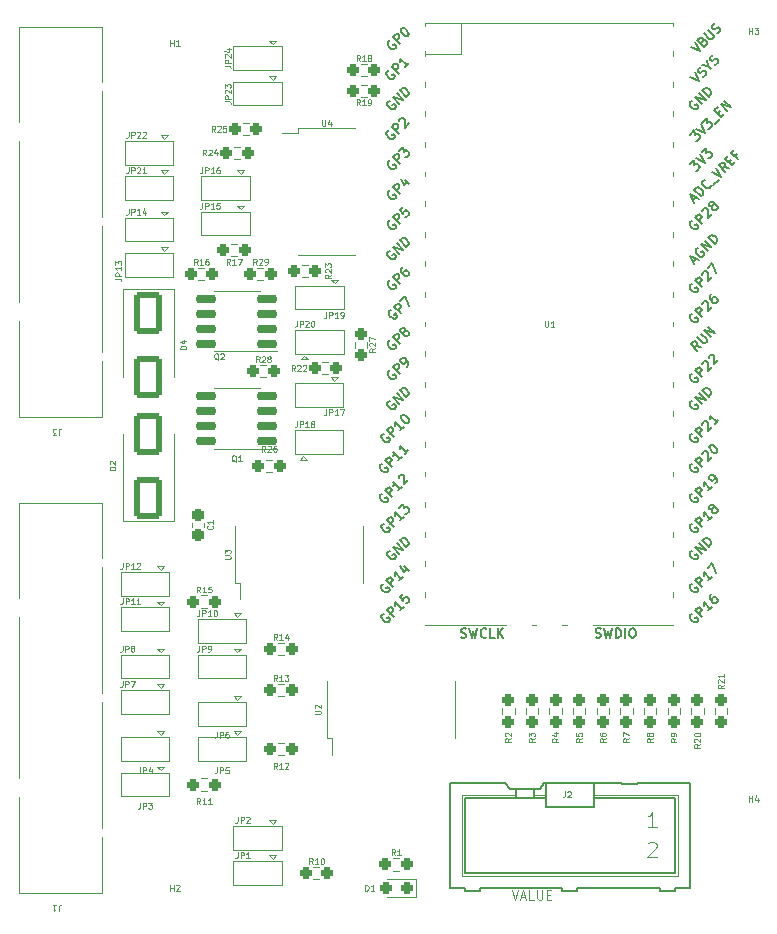
<source format=gto>
%TF.GenerationSoftware,KiCad,Pcbnew,7.0.1-3b83917a11~172~ubuntu22.04.1*%
%TF.CreationDate,2023-03-24T23:57:15+01:00*%
%TF.ProjectId,door_if3_usb,646f6f72-5f69-4663-935f-7573622e6b69,rev?*%
%TF.SameCoordinates,Original*%
%TF.FileFunction,Legend,Top*%
%TF.FilePolarity,Positive*%
%FSLAX46Y46*%
G04 Gerber Fmt 4.6, Leading zero omitted, Abs format (unit mm)*
G04 Created by KiCad (PCBNEW 7.0.1-3b83917a11~172~ubuntu22.04.1) date 2023-03-24 23:57:15*
%MOMM*%
%LPD*%
G01*
G04 APERTURE LIST*
G04 Aperture macros list*
%AMRoundRect*
0 Rectangle with rounded corners*
0 $1 Rounding radius*
0 $2 $3 $4 $5 $6 $7 $8 $9 X,Y pos of 4 corners*
0 Add a 4 corners polygon primitive as box body*
4,1,4,$2,$3,$4,$5,$6,$7,$8,$9,$2,$3,0*
0 Add four circle primitives for the rounded corners*
1,1,$1+$1,$2,$3*
1,1,$1+$1,$4,$5*
1,1,$1+$1,$6,$7*
1,1,$1+$1,$8,$9*
0 Add four rect primitives between the rounded corners*
20,1,$1+$1,$2,$3,$4,$5,0*
20,1,$1+$1,$4,$5,$6,$7,0*
20,1,$1+$1,$6,$7,$8,$9,0*
20,1,$1+$1,$8,$9,$2,$3,0*%
G04 Aperture macros list end*
%ADD10C,0.100000*%
%ADD11C,0.088900*%
%ADD12C,0.150000*%
%ADD13C,0.120000*%
%ADD14C,0.152400*%
%ADD15C,0.050800*%
%ADD16C,0.066040*%
%ADD17C,1.422400*%
%ADD18R,1.300000X0.800000*%
%ADD19RoundRect,0.237500X0.237500X-0.250000X0.237500X0.250000X-0.237500X0.250000X-0.237500X-0.250000X0*%
%ADD20RoundRect,0.237500X0.250000X0.237500X-0.250000X0.237500X-0.250000X-0.237500X0.250000X-0.237500X0*%
%ADD21R,1.000000X1.500000*%
%ADD22RoundRect,0.237500X-0.250000X-0.237500X0.250000X-0.237500X0.250000X0.237500X-0.250000X0.237500X0*%
%ADD23C,3.200000*%
%ADD24RoundRect,0.150000X0.725000X0.150000X-0.725000X0.150000X-0.725000X-0.150000X0.725000X-0.150000X0*%
%ADD25R,0.800000X1.300000*%
%ADD26RoundRect,0.250000X0.900000X-1.500000X0.900000X1.500000X-0.900000X1.500000X-0.900000X-1.500000X0*%
%ADD27C,2.500000*%
%ADD28C,1.600000*%
%ADD29RoundRect,0.237500X0.287500X0.237500X-0.287500X0.237500X-0.287500X-0.237500X0.287500X-0.237500X0*%
%ADD30RoundRect,0.237500X-0.237500X0.300000X-0.237500X-0.300000X0.237500X-0.300000X0.237500X0.300000X0*%
%ADD31RoundRect,0.250000X-0.900000X1.500000X-0.900000X-1.500000X0.900000X-1.500000X0.900000X1.500000X0*%
%ADD32R,1.700000X3.500000*%
%ADD33R,3.500000X1.700000*%
%ADD34O,1.800000X1.800000*%
%ADD35O,1.500000X1.500000*%
G04 APERTURE END LIST*
D10*
%TO.C,U4*%
X136469047Y-71731309D02*
X136469047Y-72136071D01*
X136469047Y-72136071D02*
X136492857Y-72183690D01*
X136492857Y-72183690D02*
X136516666Y-72207500D01*
X136516666Y-72207500D02*
X136564285Y-72231309D01*
X136564285Y-72231309D02*
X136659523Y-72231309D01*
X136659523Y-72231309D02*
X136707142Y-72207500D01*
X136707142Y-72207500D02*
X136730952Y-72183690D01*
X136730952Y-72183690D02*
X136754761Y-72136071D01*
X136754761Y-72136071D02*
X136754761Y-71731309D01*
X137207143Y-71897976D02*
X137207143Y-72231309D01*
X137088095Y-71707500D02*
X136969048Y-72064642D01*
X136969048Y-72064642D02*
X137278571Y-72064642D01*
%TO.C,R3*%
X154481309Y-124083333D02*
X154243214Y-124249999D01*
X154481309Y-124369047D02*
X153981309Y-124369047D01*
X153981309Y-124369047D02*
X153981309Y-124178571D01*
X153981309Y-124178571D02*
X154005119Y-124130952D01*
X154005119Y-124130952D02*
X154028928Y-124107142D01*
X154028928Y-124107142D02*
X154076547Y-124083333D01*
X154076547Y-124083333D02*
X154147976Y-124083333D01*
X154147976Y-124083333D02*
X154195595Y-124107142D01*
X154195595Y-124107142D02*
X154219404Y-124130952D01*
X154219404Y-124130952D02*
X154243214Y-124178571D01*
X154243214Y-124178571D02*
X154243214Y-124369047D01*
X153981309Y-123916666D02*
X153981309Y-123607142D01*
X153981309Y-123607142D02*
X154171785Y-123773809D01*
X154171785Y-123773809D02*
X154171785Y-123702380D01*
X154171785Y-123702380D02*
X154195595Y-123654761D01*
X154195595Y-123654761D02*
X154219404Y-123630952D01*
X154219404Y-123630952D02*
X154267023Y-123607142D01*
X154267023Y-123607142D02*
X154386071Y-123607142D01*
X154386071Y-123607142D02*
X154433690Y-123630952D01*
X154433690Y-123630952D02*
X154457500Y-123654761D01*
X154457500Y-123654761D02*
X154481309Y-123702380D01*
X154481309Y-123702380D02*
X154481309Y-123845237D01*
X154481309Y-123845237D02*
X154457500Y-123892856D01*
X154457500Y-123892856D02*
X154433690Y-123916666D01*
%TO.C,R22*%
X134178571Y-92981309D02*
X134011905Y-92743214D01*
X133892857Y-92981309D02*
X133892857Y-92481309D01*
X133892857Y-92481309D02*
X134083333Y-92481309D01*
X134083333Y-92481309D02*
X134130952Y-92505119D01*
X134130952Y-92505119D02*
X134154762Y-92528928D01*
X134154762Y-92528928D02*
X134178571Y-92576547D01*
X134178571Y-92576547D02*
X134178571Y-92647976D01*
X134178571Y-92647976D02*
X134154762Y-92695595D01*
X134154762Y-92695595D02*
X134130952Y-92719404D01*
X134130952Y-92719404D02*
X134083333Y-92743214D01*
X134083333Y-92743214D02*
X133892857Y-92743214D01*
X134369048Y-92528928D02*
X134392857Y-92505119D01*
X134392857Y-92505119D02*
X134440476Y-92481309D01*
X134440476Y-92481309D02*
X134559524Y-92481309D01*
X134559524Y-92481309D02*
X134607143Y-92505119D01*
X134607143Y-92505119D02*
X134630952Y-92528928D01*
X134630952Y-92528928D02*
X134654762Y-92576547D01*
X134654762Y-92576547D02*
X134654762Y-92624166D01*
X134654762Y-92624166D02*
X134630952Y-92695595D01*
X134630952Y-92695595D02*
X134345238Y-92981309D01*
X134345238Y-92981309D02*
X134654762Y-92981309D01*
X134845238Y-92528928D02*
X134869047Y-92505119D01*
X134869047Y-92505119D02*
X134916666Y-92481309D01*
X134916666Y-92481309D02*
X135035714Y-92481309D01*
X135035714Y-92481309D02*
X135083333Y-92505119D01*
X135083333Y-92505119D02*
X135107142Y-92528928D01*
X135107142Y-92528928D02*
X135130952Y-92576547D01*
X135130952Y-92576547D02*
X135130952Y-92624166D01*
X135130952Y-92624166D02*
X135107142Y-92695595D01*
X135107142Y-92695595D02*
X134821428Y-92981309D01*
X134821428Y-92981309D02*
X135130952Y-92981309D01*
%TO.C,JP13*%
X118981309Y-85154761D02*
X119338452Y-85154761D01*
X119338452Y-85154761D02*
X119409880Y-85178570D01*
X119409880Y-85178570D02*
X119457500Y-85226189D01*
X119457500Y-85226189D02*
X119481309Y-85297618D01*
X119481309Y-85297618D02*
X119481309Y-85345237D01*
X119481309Y-84916666D02*
X118981309Y-84916666D01*
X118981309Y-84916666D02*
X118981309Y-84726190D01*
X118981309Y-84726190D02*
X119005119Y-84678571D01*
X119005119Y-84678571D02*
X119028928Y-84654761D01*
X119028928Y-84654761D02*
X119076547Y-84630952D01*
X119076547Y-84630952D02*
X119147976Y-84630952D01*
X119147976Y-84630952D02*
X119195595Y-84654761D01*
X119195595Y-84654761D02*
X119219404Y-84678571D01*
X119219404Y-84678571D02*
X119243214Y-84726190D01*
X119243214Y-84726190D02*
X119243214Y-84916666D01*
X119481309Y-84154761D02*
X119481309Y-84440475D01*
X119481309Y-84297618D02*
X118981309Y-84297618D01*
X118981309Y-84297618D02*
X119052738Y-84345237D01*
X119052738Y-84345237D02*
X119100357Y-84392856D01*
X119100357Y-84392856D02*
X119124166Y-84440475D01*
X118981309Y-83988095D02*
X118981309Y-83678571D01*
X118981309Y-83678571D02*
X119171785Y-83845238D01*
X119171785Y-83845238D02*
X119171785Y-83773809D01*
X119171785Y-83773809D02*
X119195595Y-83726190D01*
X119195595Y-83726190D02*
X119219404Y-83702381D01*
X119219404Y-83702381D02*
X119267023Y-83678571D01*
X119267023Y-83678571D02*
X119386071Y-83678571D01*
X119386071Y-83678571D02*
X119433690Y-83702381D01*
X119433690Y-83702381D02*
X119457500Y-83726190D01*
X119457500Y-83726190D02*
X119481309Y-83773809D01*
X119481309Y-83773809D02*
X119481309Y-83916666D01*
X119481309Y-83916666D02*
X119457500Y-83964285D01*
X119457500Y-83964285D02*
X119433690Y-83988095D01*
%TO.C,R26*%
X131678571Y-99801309D02*
X131511905Y-99563214D01*
X131392857Y-99801309D02*
X131392857Y-99301309D01*
X131392857Y-99301309D02*
X131583333Y-99301309D01*
X131583333Y-99301309D02*
X131630952Y-99325119D01*
X131630952Y-99325119D02*
X131654762Y-99348928D01*
X131654762Y-99348928D02*
X131678571Y-99396547D01*
X131678571Y-99396547D02*
X131678571Y-99467976D01*
X131678571Y-99467976D02*
X131654762Y-99515595D01*
X131654762Y-99515595D02*
X131630952Y-99539404D01*
X131630952Y-99539404D02*
X131583333Y-99563214D01*
X131583333Y-99563214D02*
X131392857Y-99563214D01*
X131869048Y-99348928D02*
X131892857Y-99325119D01*
X131892857Y-99325119D02*
X131940476Y-99301309D01*
X131940476Y-99301309D02*
X132059524Y-99301309D01*
X132059524Y-99301309D02*
X132107143Y-99325119D01*
X132107143Y-99325119D02*
X132130952Y-99348928D01*
X132130952Y-99348928D02*
X132154762Y-99396547D01*
X132154762Y-99396547D02*
X132154762Y-99444166D01*
X132154762Y-99444166D02*
X132130952Y-99515595D01*
X132130952Y-99515595D02*
X131845238Y-99801309D01*
X131845238Y-99801309D02*
X132154762Y-99801309D01*
X132583333Y-99301309D02*
X132488095Y-99301309D01*
X132488095Y-99301309D02*
X132440476Y-99325119D01*
X132440476Y-99325119D02*
X132416666Y-99348928D01*
X132416666Y-99348928D02*
X132369047Y-99420357D01*
X132369047Y-99420357D02*
X132345238Y-99515595D01*
X132345238Y-99515595D02*
X132345238Y-99706071D01*
X132345238Y-99706071D02*
X132369047Y-99753690D01*
X132369047Y-99753690D02*
X132392857Y-99777500D01*
X132392857Y-99777500D02*
X132440476Y-99801309D01*
X132440476Y-99801309D02*
X132535714Y-99801309D01*
X132535714Y-99801309D02*
X132583333Y-99777500D01*
X132583333Y-99777500D02*
X132607142Y-99753690D01*
X132607142Y-99753690D02*
X132630952Y-99706071D01*
X132630952Y-99706071D02*
X132630952Y-99587023D01*
X132630952Y-99587023D02*
X132607142Y-99539404D01*
X132607142Y-99539404D02*
X132583333Y-99515595D01*
X132583333Y-99515595D02*
X132535714Y-99491785D01*
X132535714Y-99491785D02*
X132440476Y-99491785D01*
X132440476Y-99491785D02*
X132392857Y-99515595D01*
X132392857Y-99515595D02*
X132369047Y-99539404D01*
X132369047Y-99539404D02*
X132345238Y-99587023D01*
%TO.C,H4*%
X172619047Y-129431309D02*
X172619047Y-128931309D01*
X172619047Y-129169404D02*
X172904761Y-129169404D01*
X172904761Y-129431309D02*
X172904761Y-128931309D01*
X173357143Y-129097976D02*
X173357143Y-129431309D01*
X173238095Y-128907500D02*
X173119048Y-129264642D01*
X173119048Y-129264642D02*
X173428571Y-129264642D01*
%TO.C,J2*%
X157039333Y-128572309D02*
X157039333Y-128929452D01*
X157039333Y-128929452D02*
X157015524Y-129000880D01*
X157015524Y-129000880D02*
X156967905Y-129048500D01*
X156967905Y-129048500D02*
X156896476Y-129072309D01*
X156896476Y-129072309D02*
X156848857Y-129072309D01*
X157253619Y-128619928D02*
X157277428Y-128596119D01*
X157277428Y-128596119D02*
X157325047Y-128572309D01*
X157325047Y-128572309D02*
X157444095Y-128572309D01*
X157444095Y-128572309D02*
X157491714Y-128596119D01*
X157491714Y-128596119D02*
X157515523Y-128619928D01*
X157515523Y-128619928D02*
X157539333Y-128667547D01*
X157539333Y-128667547D02*
X157539333Y-128715166D01*
X157539333Y-128715166D02*
X157515523Y-128786595D01*
X157515523Y-128786595D02*
X157229809Y-129072309D01*
X157229809Y-129072309D02*
X157539333Y-129072309D01*
D11*
X164082142Y-132978478D02*
X164142618Y-132918002D01*
X164142618Y-132918002D02*
X164263571Y-132857526D01*
X164263571Y-132857526D02*
X164565952Y-132857526D01*
X164565952Y-132857526D02*
X164686904Y-132918002D01*
X164686904Y-132918002D02*
X164747380Y-132978478D01*
X164747380Y-132978478D02*
X164807857Y-133099430D01*
X164807857Y-133099430D02*
X164807857Y-133220383D01*
X164807857Y-133220383D02*
X164747380Y-133401811D01*
X164747380Y-133401811D02*
X164021666Y-134127526D01*
X164021666Y-134127526D02*
X164807857Y-134127526D01*
D10*
X152545714Y-136940095D02*
X152812381Y-137740095D01*
X152812381Y-137740095D02*
X153079047Y-136940095D01*
X153307618Y-137511523D02*
X153688571Y-137511523D01*
X153231428Y-137740095D02*
X153498095Y-136940095D01*
X153498095Y-136940095D02*
X153764761Y-137740095D01*
X154412380Y-137740095D02*
X154031428Y-137740095D01*
X154031428Y-137740095D02*
X154031428Y-136940095D01*
X154679047Y-136940095D02*
X154679047Y-137587714D01*
X154679047Y-137587714D02*
X154717142Y-137663904D01*
X154717142Y-137663904D02*
X154755237Y-137702000D01*
X154755237Y-137702000D02*
X154831428Y-137740095D01*
X154831428Y-137740095D02*
X154983809Y-137740095D01*
X154983809Y-137740095D02*
X155059999Y-137702000D01*
X155059999Y-137702000D02*
X155098094Y-137663904D01*
X155098094Y-137663904D02*
X155136190Y-137587714D01*
X155136190Y-137587714D02*
X155136190Y-136940095D01*
X155517142Y-137321047D02*
X155783808Y-137321047D01*
X155898094Y-137740095D02*
X155517142Y-137740095D01*
X155517142Y-137740095D02*
X155517142Y-136940095D01*
X155517142Y-136940095D02*
X155898094Y-136940095D01*
D11*
X164807857Y-131587526D02*
X164082142Y-131587526D01*
X164444999Y-131587526D02*
X164444999Y-130317526D01*
X164444999Y-130317526D02*
X164324047Y-130498954D01*
X164324047Y-130498954D02*
X164203095Y-130619907D01*
X164203095Y-130619907D02*
X164082142Y-130680383D01*
D10*
%TO.C,JP24*%
X128231309Y-67154761D02*
X128588452Y-67154761D01*
X128588452Y-67154761D02*
X128659880Y-67178570D01*
X128659880Y-67178570D02*
X128707500Y-67226189D01*
X128707500Y-67226189D02*
X128731309Y-67297618D01*
X128731309Y-67297618D02*
X128731309Y-67345237D01*
X128731309Y-66916666D02*
X128231309Y-66916666D01*
X128231309Y-66916666D02*
X128231309Y-66726190D01*
X128231309Y-66726190D02*
X128255119Y-66678571D01*
X128255119Y-66678571D02*
X128278928Y-66654761D01*
X128278928Y-66654761D02*
X128326547Y-66630952D01*
X128326547Y-66630952D02*
X128397976Y-66630952D01*
X128397976Y-66630952D02*
X128445595Y-66654761D01*
X128445595Y-66654761D02*
X128469404Y-66678571D01*
X128469404Y-66678571D02*
X128493214Y-66726190D01*
X128493214Y-66726190D02*
X128493214Y-66916666D01*
X128278928Y-66440475D02*
X128255119Y-66416666D01*
X128255119Y-66416666D02*
X128231309Y-66369047D01*
X128231309Y-66369047D02*
X128231309Y-66249999D01*
X128231309Y-66249999D02*
X128255119Y-66202380D01*
X128255119Y-66202380D02*
X128278928Y-66178571D01*
X128278928Y-66178571D02*
X128326547Y-66154761D01*
X128326547Y-66154761D02*
X128374166Y-66154761D01*
X128374166Y-66154761D02*
X128445595Y-66178571D01*
X128445595Y-66178571D02*
X128731309Y-66464285D01*
X128731309Y-66464285D02*
X128731309Y-66154761D01*
X128397976Y-65726190D02*
X128731309Y-65726190D01*
X128207500Y-65845238D02*
X128564642Y-65964285D01*
X128564642Y-65964285D02*
X128564642Y-65654762D01*
%TO.C,R1*%
X142666666Y-133981309D02*
X142500000Y-133743214D01*
X142380952Y-133981309D02*
X142380952Y-133481309D01*
X142380952Y-133481309D02*
X142571428Y-133481309D01*
X142571428Y-133481309D02*
X142619047Y-133505119D01*
X142619047Y-133505119D02*
X142642857Y-133528928D01*
X142642857Y-133528928D02*
X142666666Y-133576547D01*
X142666666Y-133576547D02*
X142666666Y-133647976D01*
X142666666Y-133647976D02*
X142642857Y-133695595D01*
X142642857Y-133695595D02*
X142619047Y-133719404D01*
X142619047Y-133719404D02*
X142571428Y-133743214D01*
X142571428Y-133743214D02*
X142380952Y-133743214D01*
X143142857Y-133981309D02*
X142857143Y-133981309D01*
X143000000Y-133981309D02*
X143000000Y-133481309D01*
X143000000Y-133481309D02*
X142952381Y-133552738D01*
X142952381Y-133552738D02*
X142904762Y-133600357D01*
X142904762Y-133600357D02*
X142857143Y-133624166D01*
%TO.C,JP1*%
X129333333Y-133731309D02*
X129333333Y-134088452D01*
X129333333Y-134088452D02*
X129309524Y-134159880D01*
X129309524Y-134159880D02*
X129261905Y-134207500D01*
X129261905Y-134207500D02*
X129190476Y-134231309D01*
X129190476Y-134231309D02*
X129142857Y-134231309D01*
X129571428Y-134231309D02*
X129571428Y-133731309D01*
X129571428Y-133731309D02*
X129761904Y-133731309D01*
X129761904Y-133731309D02*
X129809523Y-133755119D01*
X129809523Y-133755119D02*
X129833333Y-133778928D01*
X129833333Y-133778928D02*
X129857142Y-133826547D01*
X129857142Y-133826547D02*
X129857142Y-133897976D01*
X129857142Y-133897976D02*
X129833333Y-133945595D01*
X129833333Y-133945595D02*
X129809523Y-133969404D01*
X129809523Y-133969404D02*
X129761904Y-133993214D01*
X129761904Y-133993214D02*
X129571428Y-133993214D01*
X130333333Y-134231309D02*
X130047619Y-134231309D01*
X130190476Y-134231309D02*
X130190476Y-133731309D01*
X130190476Y-133731309D02*
X130142857Y-133802738D01*
X130142857Y-133802738D02*
X130095238Y-133850357D01*
X130095238Y-133850357D02*
X130047619Y-133874166D01*
%TO.C,JP15*%
X126345238Y-78731309D02*
X126345238Y-79088452D01*
X126345238Y-79088452D02*
X126321429Y-79159880D01*
X126321429Y-79159880D02*
X126273810Y-79207500D01*
X126273810Y-79207500D02*
X126202381Y-79231309D01*
X126202381Y-79231309D02*
X126154762Y-79231309D01*
X126583333Y-79231309D02*
X126583333Y-78731309D01*
X126583333Y-78731309D02*
X126773809Y-78731309D01*
X126773809Y-78731309D02*
X126821428Y-78755119D01*
X126821428Y-78755119D02*
X126845238Y-78778928D01*
X126845238Y-78778928D02*
X126869047Y-78826547D01*
X126869047Y-78826547D02*
X126869047Y-78897976D01*
X126869047Y-78897976D02*
X126845238Y-78945595D01*
X126845238Y-78945595D02*
X126821428Y-78969404D01*
X126821428Y-78969404D02*
X126773809Y-78993214D01*
X126773809Y-78993214D02*
X126583333Y-78993214D01*
X127345238Y-79231309D02*
X127059524Y-79231309D01*
X127202381Y-79231309D02*
X127202381Y-78731309D01*
X127202381Y-78731309D02*
X127154762Y-78802738D01*
X127154762Y-78802738D02*
X127107143Y-78850357D01*
X127107143Y-78850357D02*
X127059524Y-78874166D01*
X127797618Y-78731309D02*
X127559523Y-78731309D01*
X127559523Y-78731309D02*
X127535714Y-78969404D01*
X127535714Y-78969404D02*
X127559523Y-78945595D01*
X127559523Y-78945595D02*
X127607142Y-78921785D01*
X127607142Y-78921785D02*
X127726190Y-78921785D01*
X127726190Y-78921785D02*
X127773809Y-78945595D01*
X127773809Y-78945595D02*
X127797618Y-78969404D01*
X127797618Y-78969404D02*
X127821428Y-79017023D01*
X127821428Y-79017023D02*
X127821428Y-79136071D01*
X127821428Y-79136071D02*
X127797618Y-79183690D01*
X127797618Y-79183690D02*
X127773809Y-79207500D01*
X127773809Y-79207500D02*
X127726190Y-79231309D01*
X127726190Y-79231309D02*
X127607142Y-79231309D01*
X127607142Y-79231309D02*
X127559523Y-79207500D01*
X127559523Y-79207500D02*
X127535714Y-79183690D01*
%TO.C,R4*%
X156481309Y-124083333D02*
X156243214Y-124249999D01*
X156481309Y-124369047D02*
X155981309Y-124369047D01*
X155981309Y-124369047D02*
X155981309Y-124178571D01*
X155981309Y-124178571D02*
X156005119Y-124130952D01*
X156005119Y-124130952D02*
X156028928Y-124107142D01*
X156028928Y-124107142D02*
X156076547Y-124083333D01*
X156076547Y-124083333D02*
X156147976Y-124083333D01*
X156147976Y-124083333D02*
X156195595Y-124107142D01*
X156195595Y-124107142D02*
X156219404Y-124130952D01*
X156219404Y-124130952D02*
X156243214Y-124178571D01*
X156243214Y-124178571D02*
X156243214Y-124369047D01*
X156147976Y-123654761D02*
X156481309Y-123654761D01*
X155957500Y-123773809D02*
X156314642Y-123892856D01*
X156314642Y-123892856D02*
X156314642Y-123583333D01*
%TO.C,Q1*%
X129202380Y-100678928D02*
X129154761Y-100655119D01*
X129154761Y-100655119D02*
X129107142Y-100607500D01*
X129107142Y-100607500D02*
X129035714Y-100536071D01*
X129035714Y-100536071D02*
X128988095Y-100512261D01*
X128988095Y-100512261D02*
X128940476Y-100512261D01*
X128964285Y-100631309D02*
X128916666Y-100607500D01*
X128916666Y-100607500D02*
X128869047Y-100559880D01*
X128869047Y-100559880D02*
X128845238Y-100464642D01*
X128845238Y-100464642D02*
X128845238Y-100297976D01*
X128845238Y-100297976D02*
X128869047Y-100202738D01*
X128869047Y-100202738D02*
X128916666Y-100155119D01*
X128916666Y-100155119D02*
X128964285Y-100131309D01*
X128964285Y-100131309D02*
X129059523Y-100131309D01*
X129059523Y-100131309D02*
X129107142Y-100155119D01*
X129107142Y-100155119D02*
X129154761Y-100202738D01*
X129154761Y-100202738D02*
X129178571Y-100297976D01*
X129178571Y-100297976D02*
X129178571Y-100464642D01*
X129178571Y-100464642D02*
X129154761Y-100559880D01*
X129154761Y-100559880D02*
X129107142Y-100607500D01*
X129107142Y-100607500D02*
X129059523Y-100631309D01*
X129059523Y-100631309D02*
X128964285Y-100631309D01*
X129654762Y-100631309D02*
X129369048Y-100631309D01*
X129511905Y-100631309D02*
X129511905Y-100131309D01*
X129511905Y-100131309D02*
X129464286Y-100202738D01*
X129464286Y-100202738D02*
X129416667Y-100250357D01*
X129416667Y-100250357D02*
X129369048Y-100274166D01*
%TO.C,R15*%
X126178571Y-111731309D02*
X126011905Y-111493214D01*
X125892857Y-111731309D02*
X125892857Y-111231309D01*
X125892857Y-111231309D02*
X126083333Y-111231309D01*
X126083333Y-111231309D02*
X126130952Y-111255119D01*
X126130952Y-111255119D02*
X126154762Y-111278928D01*
X126154762Y-111278928D02*
X126178571Y-111326547D01*
X126178571Y-111326547D02*
X126178571Y-111397976D01*
X126178571Y-111397976D02*
X126154762Y-111445595D01*
X126154762Y-111445595D02*
X126130952Y-111469404D01*
X126130952Y-111469404D02*
X126083333Y-111493214D01*
X126083333Y-111493214D02*
X125892857Y-111493214D01*
X126654762Y-111731309D02*
X126369048Y-111731309D01*
X126511905Y-111731309D02*
X126511905Y-111231309D01*
X126511905Y-111231309D02*
X126464286Y-111302738D01*
X126464286Y-111302738D02*
X126416667Y-111350357D01*
X126416667Y-111350357D02*
X126369048Y-111374166D01*
X127107142Y-111231309D02*
X126869047Y-111231309D01*
X126869047Y-111231309D02*
X126845238Y-111469404D01*
X126845238Y-111469404D02*
X126869047Y-111445595D01*
X126869047Y-111445595D02*
X126916666Y-111421785D01*
X126916666Y-111421785D02*
X127035714Y-111421785D01*
X127035714Y-111421785D02*
X127083333Y-111445595D01*
X127083333Y-111445595D02*
X127107142Y-111469404D01*
X127107142Y-111469404D02*
X127130952Y-111517023D01*
X127130952Y-111517023D02*
X127130952Y-111636071D01*
X127130952Y-111636071D02*
X127107142Y-111683690D01*
X127107142Y-111683690D02*
X127083333Y-111707500D01*
X127083333Y-111707500D02*
X127035714Y-111731309D01*
X127035714Y-111731309D02*
X126916666Y-111731309D01*
X126916666Y-111731309D02*
X126869047Y-111707500D01*
X126869047Y-111707500D02*
X126845238Y-111683690D01*
%TO.C,R16*%
X125928571Y-83981309D02*
X125761905Y-83743214D01*
X125642857Y-83981309D02*
X125642857Y-83481309D01*
X125642857Y-83481309D02*
X125833333Y-83481309D01*
X125833333Y-83481309D02*
X125880952Y-83505119D01*
X125880952Y-83505119D02*
X125904762Y-83528928D01*
X125904762Y-83528928D02*
X125928571Y-83576547D01*
X125928571Y-83576547D02*
X125928571Y-83647976D01*
X125928571Y-83647976D02*
X125904762Y-83695595D01*
X125904762Y-83695595D02*
X125880952Y-83719404D01*
X125880952Y-83719404D02*
X125833333Y-83743214D01*
X125833333Y-83743214D02*
X125642857Y-83743214D01*
X126404762Y-83981309D02*
X126119048Y-83981309D01*
X126261905Y-83981309D02*
X126261905Y-83481309D01*
X126261905Y-83481309D02*
X126214286Y-83552738D01*
X126214286Y-83552738D02*
X126166667Y-83600357D01*
X126166667Y-83600357D02*
X126119048Y-83624166D01*
X126833333Y-83481309D02*
X126738095Y-83481309D01*
X126738095Y-83481309D02*
X126690476Y-83505119D01*
X126690476Y-83505119D02*
X126666666Y-83528928D01*
X126666666Y-83528928D02*
X126619047Y-83600357D01*
X126619047Y-83600357D02*
X126595238Y-83695595D01*
X126595238Y-83695595D02*
X126595238Y-83886071D01*
X126595238Y-83886071D02*
X126619047Y-83933690D01*
X126619047Y-83933690D02*
X126642857Y-83957500D01*
X126642857Y-83957500D02*
X126690476Y-83981309D01*
X126690476Y-83981309D02*
X126785714Y-83981309D01*
X126785714Y-83981309D02*
X126833333Y-83957500D01*
X126833333Y-83957500D02*
X126857142Y-83933690D01*
X126857142Y-83933690D02*
X126880952Y-83886071D01*
X126880952Y-83886071D02*
X126880952Y-83767023D01*
X126880952Y-83767023D02*
X126857142Y-83719404D01*
X126857142Y-83719404D02*
X126833333Y-83695595D01*
X126833333Y-83695595D02*
X126785714Y-83671785D01*
X126785714Y-83671785D02*
X126690476Y-83671785D01*
X126690476Y-83671785D02*
X126642857Y-83695595D01*
X126642857Y-83695595D02*
X126619047Y-83719404D01*
X126619047Y-83719404D02*
X126595238Y-83767023D01*
%TO.C,Q2*%
X127702380Y-92028928D02*
X127654761Y-92005119D01*
X127654761Y-92005119D02*
X127607142Y-91957500D01*
X127607142Y-91957500D02*
X127535714Y-91886071D01*
X127535714Y-91886071D02*
X127488095Y-91862261D01*
X127488095Y-91862261D02*
X127440476Y-91862261D01*
X127464285Y-91981309D02*
X127416666Y-91957500D01*
X127416666Y-91957500D02*
X127369047Y-91909880D01*
X127369047Y-91909880D02*
X127345238Y-91814642D01*
X127345238Y-91814642D02*
X127345238Y-91647976D01*
X127345238Y-91647976D02*
X127369047Y-91552738D01*
X127369047Y-91552738D02*
X127416666Y-91505119D01*
X127416666Y-91505119D02*
X127464285Y-91481309D01*
X127464285Y-91481309D02*
X127559523Y-91481309D01*
X127559523Y-91481309D02*
X127607142Y-91505119D01*
X127607142Y-91505119D02*
X127654761Y-91552738D01*
X127654761Y-91552738D02*
X127678571Y-91647976D01*
X127678571Y-91647976D02*
X127678571Y-91814642D01*
X127678571Y-91814642D02*
X127654761Y-91909880D01*
X127654761Y-91909880D02*
X127607142Y-91957500D01*
X127607142Y-91957500D02*
X127559523Y-91981309D01*
X127559523Y-91981309D02*
X127464285Y-91981309D01*
X127869048Y-91528928D02*
X127892857Y-91505119D01*
X127892857Y-91505119D02*
X127940476Y-91481309D01*
X127940476Y-91481309D02*
X128059524Y-91481309D01*
X128059524Y-91481309D02*
X128107143Y-91505119D01*
X128107143Y-91505119D02*
X128130952Y-91528928D01*
X128130952Y-91528928D02*
X128154762Y-91576547D01*
X128154762Y-91576547D02*
X128154762Y-91624166D01*
X128154762Y-91624166D02*
X128130952Y-91695595D01*
X128130952Y-91695595D02*
X127845238Y-91981309D01*
X127845238Y-91981309D02*
X128154762Y-91981309D01*
%TO.C,JP22*%
X120095238Y-72731309D02*
X120095238Y-73088452D01*
X120095238Y-73088452D02*
X120071429Y-73159880D01*
X120071429Y-73159880D02*
X120023810Y-73207500D01*
X120023810Y-73207500D02*
X119952381Y-73231309D01*
X119952381Y-73231309D02*
X119904762Y-73231309D01*
X120333333Y-73231309D02*
X120333333Y-72731309D01*
X120333333Y-72731309D02*
X120523809Y-72731309D01*
X120523809Y-72731309D02*
X120571428Y-72755119D01*
X120571428Y-72755119D02*
X120595238Y-72778928D01*
X120595238Y-72778928D02*
X120619047Y-72826547D01*
X120619047Y-72826547D02*
X120619047Y-72897976D01*
X120619047Y-72897976D02*
X120595238Y-72945595D01*
X120595238Y-72945595D02*
X120571428Y-72969404D01*
X120571428Y-72969404D02*
X120523809Y-72993214D01*
X120523809Y-72993214D02*
X120333333Y-72993214D01*
X120809524Y-72778928D02*
X120833333Y-72755119D01*
X120833333Y-72755119D02*
X120880952Y-72731309D01*
X120880952Y-72731309D02*
X121000000Y-72731309D01*
X121000000Y-72731309D02*
X121047619Y-72755119D01*
X121047619Y-72755119D02*
X121071428Y-72778928D01*
X121071428Y-72778928D02*
X121095238Y-72826547D01*
X121095238Y-72826547D02*
X121095238Y-72874166D01*
X121095238Y-72874166D02*
X121071428Y-72945595D01*
X121071428Y-72945595D02*
X120785714Y-73231309D01*
X120785714Y-73231309D02*
X121095238Y-73231309D01*
X121285714Y-72778928D02*
X121309523Y-72755119D01*
X121309523Y-72755119D02*
X121357142Y-72731309D01*
X121357142Y-72731309D02*
X121476190Y-72731309D01*
X121476190Y-72731309D02*
X121523809Y-72755119D01*
X121523809Y-72755119D02*
X121547618Y-72778928D01*
X121547618Y-72778928D02*
X121571428Y-72826547D01*
X121571428Y-72826547D02*
X121571428Y-72874166D01*
X121571428Y-72874166D02*
X121547618Y-72945595D01*
X121547618Y-72945595D02*
X121261904Y-73231309D01*
X121261904Y-73231309D02*
X121571428Y-73231309D01*
%TO.C,H1*%
X123619047Y-65431309D02*
X123619047Y-64931309D01*
X123619047Y-65169404D02*
X123904761Y-65169404D01*
X123904761Y-65431309D02*
X123904761Y-64931309D01*
X124404762Y-65431309D02*
X124119048Y-65431309D01*
X124261905Y-65431309D02*
X124261905Y-64931309D01*
X124261905Y-64931309D02*
X124214286Y-65002738D01*
X124214286Y-65002738D02*
X124166667Y-65050357D01*
X124166667Y-65050357D02*
X124119048Y-65074166D01*
%TO.C,U2*%
X135861309Y-122030952D02*
X136266071Y-122030952D01*
X136266071Y-122030952D02*
X136313690Y-122007142D01*
X136313690Y-122007142D02*
X136337500Y-121983333D01*
X136337500Y-121983333D02*
X136361309Y-121935714D01*
X136361309Y-121935714D02*
X136361309Y-121840476D01*
X136361309Y-121840476D02*
X136337500Y-121792857D01*
X136337500Y-121792857D02*
X136313690Y-121769047D01*
X136313690Y-121769047D02*
X136266071Y-121745238D01*
X136266071Y-121745238D02*
X135861309Y-121745238D01*
X135908928Y-121530951D02*
X135885119Y-121507142D01*
X135885119Y-121507142D02*
X135861309Y-121459523D01*
X135861309Y-121459523D02*
X135861309Y-121340475D01*
X135861309Y-121340475D02*
X135885119Y-121292856D01*
X135885119Y-121292856D02*
X135908928Y-121269047D01*
X135908928Y-121269047D02*
X135956547Y-121245237D01*
X135956547Y-121245237D02*
X136004166Y-121245237D01*
X136004166Y-121245237D02*
X136075595Y-121269047D01*
X136075595Y-121269047D02*
X136361309Y-121554761D01*
X136361309Y-121554761D02*
X136361309Y-121245237D01*
%TO.C,R27*%
X140981309Y-91071428D02*
X140743214Y-91238094D01*
X140981309Y-91357142D02*
X140481309Y-91357142D01*
X140481309Y-91357142D02*
X140481309Y-91166666D01*
X140481309Y-91166666D02*
X140505119Y-91119047D01*
X140505119Y-91119047D02*
X140528928Y-91095237D01*
X140528928Y-91095237D02*
X140576547Y-91071428D01*
X140576547Y-91071428D02*
X140647976Y-91071428D01*
X140647976Y-91071428D02*
X140695595Y-91095237D01*
X140695595Y-91095237D02*
X140719404Y-91119047D01*
X140719404Y-91119047D02*
X140743214Y-91166666D01*
X140743214Y-91166666D02*
X140743214Y-91357142D01*
X140528928Y-90880951D02*
X140505119Y-90857142D01*
X140505119Y-90857142D02*
X140481309Y-90809523D01*
X140481309Y-90809523D02*
X140481309Y-90690475D01*
X140481309Y-90690475D02*
X140505119Y-90642856D01*
X140505119Y-90642856D02*
X140528928Y-90619047D01*
X140528928Y-90619047D02*
X140576547Y-90595237D01*
X140576547Y-90595237D02*
X140624166Y-90595237D01*
X140624166Y-90595237D02*
X140695595Y-90619047D01*
X140695595Y-90619047D02*
X140981309Y-90904761D01*
X140981309Y-90904761D02*
X140981309Y-90595237D01*
X140481309Y-90428571D02*
X140481309Y-90095238D01*
X140481309Y-90095238D02*
X140981309Y-90309523D01*
%TO.C,R24*%
X126678571Y-74731309D02*
X126511905Y-74493214D01*
X126392857Y-74731309D02*
X126392857Y-74231309D01*
X126392857Y-74231309D02*
X126583333Y-74231309D01*
X126583333Y-74231309D02*
X126630952Y-74255119D01*
X126630952Y-74255119D02*
X126654762Y-74278928D01*
X126654762Y-74278928D02*
X126678571Y-74326547D01*
X126678571Y-74326547D02*
X126678571Y-74397976D01*
X126678571Y-74397976D02*
X126654762Y-74445595D01*
X126654762Y-74445595D02*
X126630952Y-74469404D01*
X126630952Y-74469404D02*
X126583333Y-74493214D01*
X126583333Y-74493214D02*
X126392857Y-74493214D01*
X126869048Y-74278928D02*
X126892857Y-74255119D01*
X126892857Y-74255119D02*
X126940476Y-74231309D01*
X126940476Y-74231309D02*
X127059524Y-74231309D01*
X127059524Y-74231309D02*
X127107143Y-74255119D01*
X127107143Y-74255119D02*
X127130952Y-74278928D01*
X127130952Y-74278928D02*
X127154762Y-74326547D01*
X127154762Y-74326547D02*
X127154762Y-74374166D01*
X127154762Y-74374166D02*
X127130952Y-74445595D01*
X127130952Y-74445595D02*
X126845238Y-74731309D01*
X126845238Y-74731309D02*
X127154762Y-74731309D01*
X127583333Y-74397976D02*
X127583333Y-74731309D01*
X127464285Y-74207500D02*
X127345238Y-74564642D01*
X127345238Y-74564642D02*
X127654761Y-74564642D01*
%TO.C,U3*%
X128231309Y-108880952D02*
X128636071Y-108880952D01*
X128636071Y-108880952D02*
X128683690Y-108857142D01*
X128683690Y-108857142D02*
X128707500Y-108833333D01*
X128707500Y-108833333D02*
X128731309Y-108785714D01*
X128731309Y-108785714D02*
X128731309Y-108690476D01*
X128731309Y-108690476D02*
X128707500Y-108642857D01*
X128707500Y-108642857D02*
X128683690Y-108619047D01*
X128683690Y-108619047D02*
X128636071Y-108595238D01*
X128636071Y-108595238D02*
X128231309Y-108595238D01*
X128231309Y-108404761D02*
X128231309Y-108095237D01*
X128231309Y-108095237D02*
X128421785Y-108261904D01*
X128421785Y-108261904D02*
X128421785Y-108190475D01*
X128421785Y-108190475D02*
X128445595Y-108142856D01*
X128445595Y-108142856D02*
X128469404Y-108119047D01*
X128469404Y-108119047D02*
X128517023Y-108095237D01*
X128517023Y-108095237D02*
X128636071Y-108095237D01*
X128636071Y-108095237D02*
X128683690Y-108119047D01*
X128683690Y-108119047D02*
X128707500Y-108142856D01*
X128707500Y-108142856D02*
X128731309Y-108190475D01*
X128731309Y-108190475D02*
X128731309Y-108333332D01*
X128731309Y-108333332D02*
X128707500Y-108380951D01*
X128707500Y-108380951D02*
X128683690Y-108404761D01*
%TO.C,JP8*%
X119583333Y-116231309D02*
X119583333Y-116588452D01*
X119583333Y-116588452D02*
X119559524Y-116659880D01*
X119559524Y-116659880D02*
X119511905Y-116707500D01*
X119511905Y-116707500D02*
X119440476Y-116731309D01*
X119440476Y-116731309D02*
X119392857Y-116731309D01*
X119821428Y-116731309D02*
X119821428Y-116231309D01*
X119821428Y-116231309D02*
X120011904Y-116231309D01*
X120011904Y-116231309D02*
X120059523Y-116255119D01*
X120059523Y-116255119D02*
X120083333Y-116278928D01*
X120083333Y-116278928D02*
X120107142Y-116326547D01*
X120107142Y-116326547D02*
X120107142Y-116397976D01*
X120107142Y-116397976D02*
X120083333Y-116445595D01*
X120083333Y-116445595D02*
X120059523Y-116469404D01*
X120059523Y-116469404D02*
X120011904Y-116493214D01*
X120011904Y-116493214D02*
X119821428Y-116493214D01*
X120392857Y-116445595D02*
X120345238Y-116421785D01*
X120345238Y-116421785D02*
X120321428Y-116397976D01*
X120321428Y-116397976D02*
X120297619Y-116350357D01*
X120297619Y-116350357D02*
X120297619Y-116326547D01*
X120297619Y-116326547D02*
X120321428Y-116278928D01*
X120321428Y-116278928D02*
X120345238Y-116255119D01*
X120345238Y-116255119D02*
X120392857Y-116231309D01*
X120392857Y-116231309D02*
X120488095Y-116231309D01*
X120488095Y-116231309D02*
X120535714Y-116255119D01*
X120535714Y-116255119D02*
X120559523Y-116278928D01*
X120559523Y-116278928D02*
X120583333Y-116326547D01*
X120583333Y-116326547D02*
X120583333Y-116350357D01*
X120583333Y-116350357D02*
X120559523Y-116397976D01*
X120559523Y-116397976D02*
X120535714Y-116421785D01*
X120535714Y-116421785D02*
X120488095Y-116445595D01*
X120488095Y-116445595D02*
X120392857Y-116445595D01*
X120392857Y-116445595D02*
X120345238Y-116469404D01*
X120345238Y-116469404D02*
X120321428Y-116493214D01*
X120321428Y-116493214D02*
X120297619Y-116540833D01*
X120297619Y-116540833D02*
X120297619Y-116636071D01*
X120297619Y-116636071D02*
X120321428Y-116683690D01*
X120321428Y-116683690D02*
X120345238Y-116707500D01*
X120345238Y-116707500D02*
X120392857Y-116731309D01*
X120392857Y-116731309D02*
X120488095Y-116731309D01*
X120488095Y-116731309D02*
X120535714Y-116707500D01*
X120535714Y-116707500D02*
X120559523Y-116683690D01*
X120559523Y-116683690D02*
X120583333Y-116636071D01*
X120583333Y-116636071D02*
X120583333Y-116540833D01*
X120583333Y-116540833D02*
X120559523Y-116493214D01*
X120559523Y-116493214D02*
X120535714Y-116469404D01*
X120535714Y-116469404D02*
X120488095Y-116445595D01*
%TO.C,JP16*%
X126345238Y-75731309D02*
X126345238Y-76088452D01*
X126345238Y-76088452D02*
X126321429Y-76159880D01*
X126321429Y-76159880D02*
X126273810Y-76207500D01*
X126273810Y-76207500D02*
X126202381Y-76231309D01*
X126202381Y-76231309D02*
X126154762Y-76231309D01*
X126583333Y-76231309D02*
X126583333Y-75731309D01*
X126583333Y-75731309D02*
X126773809Y-75731309D01*
X126773809Y-75731309D02*
X126821428Y-75755119D01*
X126821428Y-75755119D02*
X126845238Y-75778928D01*
X126845238Y-75778928D02*
X126869047Y-75826547D01*
X126869047Y-75826547D02*
X126869047Y-75897976D01*
X126869047Y-75897976D02*
X126845238Y-75945595D01*
X126845238Y-75945595D02*
X126821428Y-75969404D01*
X126821428Y-75969404D02*
X126773809Y-75993214D01*
X126773809Y-75993214D02*
X126583333Y-75993214D01*
X127345238Y-76231309D02*
X127059524Y-76231309D01*
X127202381Y-76231309D02*
X127202381Y-75731309D01*
X127202381Y-75731309D02*
X127154762Y-75802738D01*
X127154762Y-75802738D02*
X127107143Y-75850357D01*
X127107143Y-75850357D02*
X127059524Y-75874166D01*
X127773809Y-75731309D02*
X127678571Y-75731309D01*
X127678571Y-75731309D02*
X127630952Y-75755119D01*
X127630952Y-75755119D02*
X127607142Y-75778928D01*
X127607142Y-75778928D02*
X127559523Y-75850357D01*
X127559523Y-75850357D02*
X127535714Y-75945595D01*
X127535714Y-75945595D02*
X127535714Y-76136071D01*
X127535714Y-76136071D02*
X127559523Y-76183690D01*
X127559523Y-76183690D02*
X127583333Y-76207500D01*
X127583333Y-76207500D02*
X127630952Y-76231309D01*
X127630952Y-76231309D02*
X127726190Y-76231309D01*
X127726190Y-76231309D02*
X127773809Y-76207500D01*
X127773809Y-76207500D02*
X127797618Y-76183690D01*
X127797618Y-76183690D02*
X127821428Y-76136071D01*
X127821428Y-76136071D02*
X127821428Y-76017023D01*
X127821428Y-76017023D02*
X127797618Y-75969404D01*
X127797618Y-75969404D02*
X127773809Y-75945595D01*
X127773809Y-75945595D02*
X127726190Y-75921785D01*
X127726190Y-75921785D02*
X127630952Y-75921785D01*
X127630952Y-75921785D02*
X127583333Y-75945595D01*
X127583333Y-75945595D02*
X127559523Y-75969404D01*
X127559523Y-75969404D02*
X127535714Y-76017023D01*
%TO.C,R25*%
X127428571Y-72731309D02*
X127261905Y-72493214D01*
X127142857Y-72731309D02*
X127142857Y-72231309D01*
X127142857Y-72231309D02*
X127333333Y-72231309D01*
X127333333Y-72231309D02*
X127380952Y-72255119D01*
X127380952Y-72255119D02*
X127404762Y-72278928D01*
X127404762Y-72278928D02*
X127428571Y-72326547D01*
X127428571Y-72326547D02*
X127428571Y-72397976D01*
X127428571Y-72397976D02*
X127404762Y-72445595D01*
X127404762Y-72445595D02*
X127380952Y-72469404D01*
X127380952Y-72469404D02*
X127333333Y-72493214D01*
X127333333Y-72493214D02*
X127142857Y-72493214D01*
X127619048Y-72278928D02*
X127642857Y-72255119D01*
X127642857Y-72255119D02*
X127690476Y-72231309D01*
X127690476Y-72231309D02*
X127809524Y-72231309D01*
X127809524Y-72231309D02*
X127857143Y-72255119D01*
X127857143Y-72255119D02*
X127880952Y-72278928D01*
X127880952Y-72278928D02*
X127904762Y-72326547D01*
X127904762Y-72326547D02*
X127904762Y-72374166D01*
X127904762Y-72374166D02*
X127880952Y-72445595D01*
X127880952Y-72445595D02*
X127595238Y-72731309D01*
X127595238Y-72731309D02*
X127904762Y-72731309D01*
X128357142Y-72231309D02*
X128119047Y-72231309D01*
X128119047Y-72231309D02*
X128095238Y-72469404D01*
X128095238Y-72469404D02*
X128119047Y-72445595D01*
X128119047Y-72445595D02*
X128166666Y-72421785D01*
X128166666Y-72421785D02*
X128285714Y-72421785D01*
X128285714Y-72421785D02*
X128333333Y-72445595D01*
X128333333Y-72445595D02*
X128357142Y-72469404D01*
X128357142Y-72469404D02*
X128380952Y-72517023D01*
X128380952Y-72517023D02*
X128380952Y-72636071D01*
X128380952Y-72636071D02*
X128357142Y-72683690D01*
X128357142Y-72683690D02*
X128333333Y-72707500D01*
X128333333Y-72707500D02*
X128285714Y-72731309D01*
X128285714Y-72731309D02*
X128166666Y-72731309D01*
X128166666Y-72731309D02*
X128119047Y-72707500D01*
X128119047Y-72707500D02*
X128095238Y-72683690D01*
%TO.C,R17*%
X128678571Y-83981309D02*
X128511905Y-83743214D01*
X128392857Y-83981309D02*
X128392857Y-83481309D01*
X128392857Y-83481309D02*
X128583333Y-83481309D01*
X128583333Y-83481309D02*
X128630952Y-83505119D01*
X128630952Y-83505119D02*
X128654762Y-83528928D01*
X128654762Y-83528928D02*
X128678571Y-83576547D01*
X128678571Y-83576547D02*
X128678571Y-83647976D01*
X128678571Y-83647976D02*
X128654762Y-83695595D01*
X128654762Y-83695595D02*
X128630952Y-83719404D01*
X128630952Y-83719404D02*
X128583333Y-83743214D01*
X128583333Y-83743214D02*
X128392857Y-83743214D01*
X129154762Y-83981309D02*
X128869048Y-83981309D01*
X129011905Y-83981309D02*
X129011905Y-83481309D01*
X129011905Y-83481309D02*
X128964286Y-83552738D01*
X128964286Y-83552738D02*
X128916667Y-83600357D01*
X128916667Y-83600357D02*
X128869048Y-83624166D01*
X129321428Y-83481309D02*
X129654761Y-83481309D01*
X129654761Y-83481309D02*
X129440476Y-83981309D01*
%TO.C,R23*%
X137231309Y-84821428D02*
X136993214Y-84988094D01*
X137231309Y-85107142D02*
X136731309Y-85107142D01*
X136731309Y-85107142D02*
X136731309Y-84916666D01*
X136731309Y-84916666D02*
X136755119Y-84869047D01*
X136755119Y-84869047D02*
X136778928Y-84845237D01*
X136778928Y-84845237D02*
X136826547Y-84821428D01*
X136826547Y-84821428D02*
X136897976Y-84821428D01*
X136897976Y-84821428D02*
X136945595Y-84845237D01*
X136945595Y-84845237D02*
X136969404Y-84869047D01*
X136969404Y-84869047D02*
X136993214Y-84916666D01*
X136993214Y-84916666D02*
X136993214Y-85107142D01*
X136778928Y-84630951D02*
X136755119Y-84607142D01*
X136755119Y-84607142D02*
X136731309Y-84559523D01*
X136731309Y-84559523D02*
X136731309Y-84440475D01*
X136731309Y-84440475D02*
X136755119Y-84392856D01*
X136755119Y-84392856D02*
X136778928Y-84369047D01*
X136778928Y-84369047D02*
X136826547Y-84345237D01*
X136826547Y-84345237D02*
X136874166Y-84345237D01*
X136874166Y-84345237D02*
X136945595Y-84369047D01*
X136945595Y-84369047D02*
X137231309Y-84654761D01*
X137231309Y-84654761D02*
X137231309Y-84345237D01*
X136731309Y-84178571D02*
X136731309Y-83869047D01*
X136731309Y-83869047D02*
X136921785Y-84035714D01*
X136921785Y-84035714D02*
X136921785Y-83964285D01*
X136921785Y-83964285D02*
X136945595Y-83916666D01*
X136945595Y-83916666D02*
X136969404Y-83892857D01*
X136969404Y-83892857D02*
X137017023Y-83869047D01*
X137017023Y-83869047D02*
X137136071Y-83869047D01*
X137136071Y-83869047D02*
X137183690Y-83892857D01*
X137183690Y-83892857D02*
X137207500Y-83916666D01*
X137207500Y-83916666D02*
X137231309Y-83964285D01*
X137231309Y-83964285D02*
X137231309Y-84107142D01*
X137231309Y-84107142D02*
X137207500Y-84154761D01*
X137207500Y-84154761D02*
X137183690Y-84178571D01*
%TO.C,R5*%
X158481309Y-124083333D02*
X158243214Y-124249999D01*
X158481309Y-124369047D02*
X157981309Y-124369047D01*
X157981309Y-124369047D02*
X157981309Y-124178571D01*
X157981309Y-124178571D02*
X158005119Y-124130952D01*
X158005119Y-124130952D02*
X158028928Y-124107142D01*
X158028928Y-124107142D02*
X158076547Y-124083333D01*
X158076547Y-124083333D02*
X158147976Y-124083333D01*
X158147976Y-124083333D02*
X158195595Y-124107142D01*
X158195595Y-124107142D02*
X158219404Y-124130952D01*
X158219404Y-124130952D02*
X158243214Y-124178571D01*
X158243214Y-124178571D02*
X158243214Y-124369047D01*
X157981309Y-123630952D02*
X157981309Y-123869047D01*
X157981309Y-123869047D02*
X158219404Y-123892856D01*
X158219404Y-123892856D02*
X158195595Y-123869047D01*
X158195595Y-123869047D02*
X158171785Y-123821428D01*
X158171785Y-123821428D02*
X158171785Y-123702380D01*
X158171785Y-123702380D02*
X158195595Y-123654761D01*
X158195595Y-123654761D02*
X158219404Y-123630952D01*
X158219404Y-123630952D02*
X158267023Y-123607142D01*
X158267023Y-123607142D02*
X158386071Y-123607142D01*
X158386071Y-123607142D02*
X158433690Y-123630952D01*
X158433690Y-123630952D02*
X158457500Y-123654761D01*
X158457500Y-123654761D02*
X158481309Y-123702380D01*
X158481309Y-123702380D02*
X158481309Y-123821428D01*
X158481309Y-123821428D02*
X158457500Y-123869047D01*
X158457500Y-123869047D02*
X158433690Y-123892856D01*
%TO.C,D2*%
X118981309Y-101369047D02*
X118481309Y-101369047D01*
X118481309Y-101369047D02*
X118481309Y-101249999D01*
X118481309Y-101249999D02*
X118505119Y-101178571D01*
X118505119Y-101178571D02*
X118552738Y-101130952D01*
X118552738Y-101130952D02*
X118600357Y-101107142D01*
X118600357Y-101107142D02*
X118695595Y-101083333D01*
X118695595Y-101083333D02*
X118767023Y-101083333D01*
X118767023Y-101083333D02*
X118862261Y-101107142D01*
X118862261Y-101107142D02*
X118909880Y-101130952D01*
X118909880Y-101130952D02*
X118957500Y-101178571D01*
X118957500Y-101178571D02*
X118981309Y-101249999D01*
X118981309Y-101249999D02*
X118981309Y-101369047D01*
X118528928Y-100892856D02*
X118505119Y-100869047D01*
X118505119Y-100869047D02*
X118481309Y-100821428D01*
X118481309Y-100821428D02*
X118481309Y-100702380D01*
X118481309Y-100702380D02*
X118505119Y-100654761D01*
X118505119Y-100654761D02*
X118528928Y-100630952D01*
X118528928Y-100630952D02*
X118576547Y-100607142D01*
X118576547Y-100607142D02*
X118624166Y-100607142D01*
X118624166Y-100607142D02*
X118695595Y-100630952D01*
X118695595Y-100630952D02*
X118981309Y-100916666D01*
X118981309Y-100916666D02*
X118981309Y-100607142D01*
%TO.C,JP18*%
X134345238Y-97231309D02*
X134345238Y-97588452D01*
X134345238Y-97588452D02*
X134321429Y-97659880D01*
X134321429Y-97659880D02*
X134273810Y-97707500D01*
X134273810Y-97707500D02*
X134202381Y-97731309D01*
X134202381Y-97731309D02*
X134154762Y-97731309D01*
X134583333Y-97731309D02*
X134583333Y-97231309D01*
X134583333Y-97231309D02*
X134773809Y-97231309D01*
X134773809Y-97231309D02*
X134821428Y-97255119D01*
X134821428Y-97255119D02*
X134845238Y-97278928D01*
X134845238Y-97278928D02*
X134869047Y-97326547D01*
X134869047Y-97326547D02*
X134869047Y-97397976D01*
X134869047Y-97397976D02*
X134845238Y-97445595D01*
X134845238Y-97445595D02*
X134821428Y-97469404D01*
X134821428Y-97469404D02*
X134773809Y-97493214D01*
X134773809Y-97493214D02*
X134583333Y-97493214D01*
X135345238Y-97731309D02*
X135059524Y-97731309D01*
X135202381Y-97731309D02*
X135202381Y-97231309D01*
X135202381Y-97231309D02*
X135154762Y-97302738D01*
X135154762Y-97302738D02*
X135107143Y-97350357D01*
X135107143Y-97350357D02*
X135059524Y-97374166D01*
X135630952Y-97445595D02*
X135583333Y-97421785D01*
X135583333Y-97421785D02*
X135559523Y-97397976D01*
X135559523Y-97397976D02*
X135535714Y-97350357D01*
X135535714Y-97350357D02*
X135535714Y-97326547D01*
X135535714Y-97326547D02*
X135559523Y-97278928D01*
X135559523Y-97278928D02*
X135583333Y-97255119D01*
X135583333Y-97255119D02*
X135630952Y-97231309D01*
X135630952Y-97231309D02*
X135726190Y-97231309D01*
X135726190Y-97231309D02*
X135773809Y-97255119D01*
X135773809Y-97255119D02*
X135797618Y-97278928D01*
X135797618Y-97278928D02*
X135821428Y-97326547D01*
X135821428Y-97326547D02*
X135821428Y-97350357D01*
X135821428Y-97350357D02*
X135797618Y-97397976D01*
X135797618Y-97397976D02*
X135773809Y-97421785D01*
X135773809Y-97421785D02*
X135726190Y-97445595D01*
X135726190Y-97445595D02*
X135630952Y-97445595D01*
X135630952Y-97445595D02*
X135583333Y-97469404D01*
X135583333Y-97469404D02*
X135559523Y-97493214D01*
X135559523Y-97493214D02*
X135535714Y-97540833D01*
X135535714Y-97540833D02*
X135535714Y-97636071D01*
X135535714Y-97636071D02*
X135559523Y-97683690D01*
X135559523Y-97683690D02*
X135583333Y-97707500D01*
X135583333Y-97707500D02*
X135630952Y-97731309D01*
X135630952Y-97731309D02*
X135726190Y-97731309D01*
X135726190Y-97731309D02*
X135773809Y-97707500D01*
X135773809Y-97707500D02*
X135797618Y-97683690D01*
X135797618Y-97683690D02*
X135821428Y-97636071D01*
X135821428Y-97636071D02*
X135821428Y-97540833D01*
X135821428Y-97540833D02*
X135797618Y-97493214D01*
X135797618Y-97493214D02*
X135773809Y-97469404D01*
X135773809Y-97469404D02*
X135726190Y-97445595D01*
%TO.C,R18*%
X139678571Y-66731309D02*
X139511905Y-66493214D01*
X139392857Y-66731309D02*
X139392857Y-66231309D01*
X139392857Y-66231309D02*
X139583333Y-66231309D01*
X139583333Y-66231309D02*
X139630952Y-66255119D01*
X139630952Y-66255119D02*
X139654762Y-66278928D01*
X139654762Y-66278928D02*
X139678571Y-66326547D01*
X139678571Y-66326547D02*
X139678571Y-66397976D01*
X139678571Y-66397976D02*
X139654762Y-66445595D01*
X139654762Y-66445595D02*
X139630952Y-66469404D01*
X139630952Y-66469404D02*
X139583333Y-66493214D01*
X139583333Y-66493214D02*
X139392857Y-66493214D01*
X140154762Y-66731309D02*
X139869048Y-66731309D01*
X140011905Y-66731309D02*
X140011905Y-66231309D01*
X140011905Y-66231309D02*
X139964286Y-66302738D01*
X139964286Y-66302738D02*
X139916667Y-66350357D01*
X139916667Y-66350357D02*
X139869048Y-66374166D01*
X140440476Y-66445595D02*
X140392857Y-66421785D01*
X140392857Y-66421785D02*
X140369047Y-66397976D01*
X140369047Y-66397976D02*
X140345238Y-66350357D01*
X140345238Y-66350357D02*
X140345238Y-66326547D01*
X140345238Y-66326547D02*
X140369047Y-66278928D01*
X140369047Y-66278928D02*
X140392857Y-66255119D01*
X140392857Y-66255119D02*
X140440476Y-66231309D01*
X140440476Y-66231309D02*
X140535714Y-66231309D01*
X140535714Y-66231309D02*
X140583333Y-66255119D01*
X140583333Y-66255119D02*
X140607142Y-66278928D01*
X140607142Y-66278928D02*
X140630952Y-66326547D01*
X140630952Y-66326547D02*
X140630952Y-66350357D01*
X140630952Y-66350357D02*
X140607142Y-66397976D01*
X140607142Y-66397976D02*
X140583333Y-66421785D01*
X140583333Y-66421785D02*
X140535714Y-66445595D01*
X140535714Y-66445595D02*
X140440476Y-66445595D01*
X140440476Y-66445595D02*
X140392857Y-66469404D01*
X140392857Y-66469404D02*
X140369047Y-66493214D01*
X140369047Y-66493214D02*
X140345238Y-66540833D01*
X140345238Y-66540833D02*
X140345238Y-66636071D01*
X140345238Y-66636071D02*
X140369047Y-66683690D01*
X140369047Y-66683690D02*
X140392857Y-66707500D01*
X140392857Y-66707500D02*
X140440476Y-66731309D01*
X140440476Y-66731309D02*
X140535714Y-66731309D01*
X140535714Y-66731309D02*
X140583333Y-66707500D01*
X140583333Y-66707500D02*
X140607142Y-66683690D01*
X140607142Y-66683690D02*
X140630952Y-66636071D01*
X140630952Y-66636071D02*
X140630952Y-66540833D01*
X140630952Y-66540833D02*
X140607142Y-66493214D01*
X140607142Y-66493214D02*
X140583333Y-66469404D01*
X140583333Y-66469404D02*
X140535714Y-66445595D01*
%TO.C,J3*%
X114166666Y-98383690D02*
X114166666Y-98026547D01*
X114166666Y-98026547D02*
X114190475Y-97955119D01*
X114190475Y-97955119D02*
X114238094Y-97907500D01*
X114238094Y-97907500D02*
X114309523Y-97883690D01*
X114309523Y-97883690D02*
X114357142Y-97883690D01*
X113976190Y-98383690D02*
X113666666Y-98383690D01*
X113666666Y-98383690D02*
X113833333Y-98193214D01*
X113833333Y-98193214D02*
X113761904Y-98193214D01*
X113761904Y-98193214D02*
X113714285Y-98169404D01*
X113714285Y-98169404D02*
X113690476Y-98145595D01*
X113690476Y-98145595D02*
X113666666Y-98097976D01*
X113666666Y-98097976D02*
X113666666Y-97978928D01*
X113666666Y-97978928D02*
X113690476Y-97931309D01*
X113690476Y-97931309D02*
X113714285Y-97907500D01*
X113714285Y-97907500D02*
X113761904Y-97883690D01*
X113761904Y-97883690D02*
X113904761Y-97883690D01*
X113904761Y-97883690D02*
X113952380Y-97907500D01*
X113952380Y-97907500D02*
X113976190Y-97931309D01*
%TO.C,R14*%
X132678571Y-115731309D02*
X132511905Y-115493214D01*
X132392857Y-115731309D02*
X132392857Y-115231309D01*
X132392857Y-115231309D02*
X132583333Y-115231309D01*
X132583333Y-115231309D02*
X132630952Y-115255119D01*
X132630952Y-115255119D02*
X132654762Y-115278928D01*
X132654762Y-115278928D02*
X132678571Y-115326547D01*
X132678571Y-115326547D02*
X132678571Y-115397976D01*
X132678571Y-115397976D02*
X132654762Y-115445595D01*
X132654762Y-115445595D02*
X132630952Y-115469404D01*
X132630952Y-115469404D02*
X132583333Y-115493214D01*
X132583333Y-115493214D02*
X132392857Y-115493214D01*
X133154762Y-115731309D02*
X132869048Y-115731309D01*
X133011905Y-115731309D02*
X133011905Y-115231309D01*
X133011905Y-115231309D02*
X132964286Y-115302738D01*
X132964286Y-115302738D02*
X132916667Y-115350357D01*
X132916667Y-115350357D02*
X132869048Y-115374166D01*
X133583333Y-115397976D02*
X133583333Y-115731309D01*
X133464285Y-115207500D02*
X133345238Y-115564642D01*
X133345238Y-115564642D02*
X133654761Y-115564642D01*
%TO.C,R11*%
X126178571Y-129661309D02*
X126011905Y-129423214D01*
X125892857Y-129661309D02*
X125892857Y-129161309D01*
X125892857Y-129161309D02*
X126083333Y-129161309D01*
X126083333Y-129161309D02*
X126130952Y-129185119D01*
X126130952Y-129185119D02*
X126154762Y-129208928D01*
X126154762Y-129208928D02*
X126178571Y-129256547D01*
X126178571Y-129256547D02*
X126178571Y-129327976D01*
X126178571Y-129327976D02*
X126154762Y-129375595D01*
X126154762Y-129375595D02*
X126130952Y-129399404D01*
X126130952Y-129399404D02*
X126083333Y-129423214D01*
X126083333Y-129423214D02*
X125892857Y-129423214D01*
X126654762Y-129661309D02*
X126369048Y-129661309D01*
X126511905Y-129661309D02*
X126511905Y-129161309D01*
X126511905Y-129161309D02*
X126464286Y-129232738D01*
X126464286Y-129232738D02*
X126416667Y-129280357D01*
X126416667Y-129280357D02*
X126369048Y-129304166D01*
X127130952Y-129661309D02*
X126845238Y-129661309D01*
X126988095Y-129661309D02*
X126988095Y-129161309D01*
X126988095Y-129161309D02*
X126940476Y-129232738D01*
X126940476Y-129232738D02*
X126892857Y-129280357D01*
X126892857Y-129280357D02*
X126845238Y-129304166D01*
%TO.C,H2*%
X123619047Y-136981309D02*
X123619047Y-136481309D01*
X123619047Y-136719404D02*
X123904761Y-136719404D01*
X123904761Y-136981309D02*
X123904761Y-136481309D01*
X124119048Y-136528928D02*
X124142857Y-136505119D01*
X124142857Y-136505119D02*
X124190476Y-136481309D01*
X124190476Y-136481309D02*
X124309524Y-136481309D01*
X124309524Y-136481309D02*
X124357143Y-136505119D01*
X124357143Y-136505119D02*
X124380952Y-136528928D01*
X124380952Y-136528928D02*
X124404762Y-136576547D01*
X124404762Y-136576547D02*
X124404762Y-136624166D01*
X124404762Y-136624166D02*
X124380952Y-136695595D01*
X124380952Y-136695595D02*
X124095238Y-136981309D01*
X124095238Y-136981309D02*
X124404762Y-136981309D01*
%TO.C,R2*%
X152481309Y-124083333D02*
X152243214Y-124249999D01*
X152481309Y-124369047D02*
X151981309Y-124369047D01*
X151981309Y-124369047D02*
X151981309Y-124178571D01*
X151981309Y-124178571D02*
X152005119Y-124130952D01*
X152005119Y-124130952D02*
X152028928Y-124107142D01*
X152028928Y-124107142D02*
X152076547Y-124083333D01*
X152076547Y-124083333D02*
X152147976Y-124083333D01*
X152147976Y-124083333D02*
X152195595Y-124107142D01*
X152195595Y-124107142D02*
X152219404Y-124130952D01*
X152219404Y-124130952D02*
X152243214Y-124178571D01*
X152243214Y-124178571D02*
X152243214Y-124369047D01*
X152028928Y-123892856D02*
X152005119Y-123869047D01*
X152005119Y-123869047D02*
X151981309Y-123821428D01*
X151981309Y-123821428D02*
X151981309Y-123702380D01*
X151981309Y-123702380D02*
X152005119Y-123654761D01*
X152005119Y-123654761D02*
X152028928Y-123630952D01*
X152028928Y-123630952D02*
X152076547Y-123607142D01*
X152076547Y-123607142D02*
X152124166Y-123607142D01*
X152124166Y-123607142D02*
X152195595Y-123630952D01*
X152195595Y-123630952D02*
X152481309Y-123916666D01*
X152481309Y-123916666D02*
X152481309Y-123607142D01*
%TO.C,JP23*%
X128231309Y-70154761D02*
X128588452Y-70154761D01*
X128588452Y-70154761D02*
X128659880Y-70178570D01*
X128659880Y-70178570D02*
X128707500Y-70226189D01*
X128707500Y-70226189D02*
X128731309Y-70297618D01*
X128731309Y-70297618D02*
X128731309Y-70345237D01*
X128731309Y-69916666D02*
X128231309Y-69916666D01*
X128231309Y-69916666D02*
X128231309Y-69726190D01*
X128231309Y-69726190D02*
X128255119Y-69678571D01*
X128255119Y-69678571D02*
X128278928Y-69654761D01*
X128278928Y-69654761D02*
X128326547Y-69630952D01*
X128326547Y-69630952D02*
X128397976Y-69630952D01*
X128397976Y-69630952D02*
X128445595Y-69654761D01*
X128445595Y-69654761D02*
X128469404Y-69678571D01*
X128469404Y-69678571D02*
X128493214Y-69726190D01*
X128493214Y-69726190D02*
X128493214Y-69916666D01*
X128278928Y-69440475D02*
X128255119Y-69416666D01*
X128255119Y-69416666D02*
X128231309Y-69369047D01*
X128231309Y-69369047D02*
X128231309Y-69249999D01*
X128231309Y-69249999D02*
X128255119Y-69202380D01*
X128255119Y-69202380D02*
X128278928Y-69178571D01*
X128278928Y-69178571D02*
X128326547Y-69154761D01*
X128326547Y-69154761D02*
X128374166Y-69154761D01*
X128374166Y-69154761D02*
X128445595Y-69178571D01*
X128445595Y-69178571D02*
X128731309Y-69464285D01*
X128731309Y-69464285D02*
X128731309Y-69154761D01*
X128231309Y-68988095D02*
X128231309Y-68678571D01*
X128231309Y-68678571D02*
X128421785Y-68845238D01*
X128421785Y-68845238D02*
X128421785Y-68773809D01*
X128421785Y-68773809D02*
X128445595Y-68726190D01*
X128445595Y-68726190D02*
X128469404Y-68702381D01*
X128469404Y-68702381D02*
X128517023Y-68678571D01*
X128517023Y-68678571D02*
X128636071Y-68678571D01*
X128636071Y-68678571D02*
X128683690Y-68702381D01*
X128683690Y-68702381D02*
X128707500Y-68726190D01*
X128707500Y-68726190D02*
X128731309Y-68773809D01*
X128731309Y-68773809D02*
X128731309Y-68916666D01*
X128731309Y-68916666D02*
X128707500Y-68964285D01*
X128707500Y-68964285D02*
X128683690Y-68988095D01*
%TO.C,R8*%
X164481309Y-124083333D02*
X164243214Y-124249999D01*
X164481309Y-124369047D02*
X163981309Y-124369047D01*
X163981309Y-124369047D02*
X163981309Y-124178571D01*
X163981309Y-124178571D02*
X164005119Y-124130952D01*
X164005119Y-124130952D02*
X164028928Y-124107142D01*
X164028928Y-124107142D02*
X164076547Y-124083333D01*
X164076547Y-124083333D02*
X164147976Y-124083333D01*
X164147976Y-124083333D02*
X164195595Y-124107142D01*
X164195595Y-124107142D02*
X164219404Y-124130952D01*
X164219404Y-124130952D02*
X164243214Y-124178571D01*
X164243214Y-124178571D02*
X164243214Y-124369047D01*
X164195595Y-123797618D02*
X164171785Y-123845237D01*
X164171785Y-123845237D02*
X164147976Y-123869047D01*
X164147976Y-123869047D02*
X164100357Y-123892856D01*
X164100357Y-123892856D02*
X164076547Y-123892856D01*
X164076547Y-123892856D02*
X164028928Y-123869047D01*
X164028928Y-123869047D02*
X164005119Y-123845237D01*
X164005119Y-123845237D02*
X163981309Y-123797618D01*
X163981309Y-123797618D02*
X163981309Y-123702380D01*
X163981309Y-123702380D02*
X164005119Y-123654761D01*
X164005119Y-123654761D02*
X164028928Y-123630952D01*
X164028928Y-123630952D02*
X164076547Y-123607142D01*
X164076547Y-123607142D02*
X164100357Y-123607142D01*
X164100357Y-123607142D02*
X164147976Y-123630952D01*
X164147976Y-123630952D02*
X164171785Y-123654761D01*
X164171785Y-123654761D02*
X164195595Y-123702380D01*
X164195595Y-123702380D02*
X164195595Y-123797618D01*
X164195595Y-123797618D02*
X164219404Y-123845237D01*
X164219404Y-123845237D02*
X164243214Y-123869047D01*
X164243214Y-123869047D02*
X164290833Y-123892856D01*
X164290833Y-123892856D02*
X164386071Y-123892856D01*
X164386071Y-123892856D02*
X164433690Y-123869047D01*
X164433690Y-123869047D02*
X164457500Y-123845237D01*
X164457500Y-123845237D02*
X164481309Y-123797618D01*
X164481309Y-123797618D02*
X164481309Y-123702380D01*
X164481309Y-123702380D02*
X164457500Y-123654761D01*
X164457500Y-123654761D02*
X164433690Y-123630952D01*
X164433690Y-123630952D02*
X164386071Y-123607142D01*
X164386071Y-123607142D02*
X164290833Y-123607142D01*
X164290833Y-123607142D02*
X164243214Y-123630952D01*
X164243214Y-123630952D02*
X164219404Y-123654761D01*
X164219404Y-123654761D02*
X164195595Y-123702380D01*
%TO.C,JP5*%
X127583333Y-126531309D02*
X127583333Y-126888452D01*
X127583333Y-126888452D02*
X127559524Y-126959880D01*
X127559524Y-126959880D02*
X127511905Y-127007500D01*
X127511905Y-127007500D02*
X127440476Y-127031309D01*
X127440476Y-127031309D02*
X127392857Y-127031309D01*
X127821428Y-127031309D02*
X127821428Y-126531309D01*
X127821428Y-126531309D02*
X128011904Y-126531309D01*
X128011904Y-126531309D02*
X128059523Y-126555119D01*
X128059523Y-126555119D02*
X128083333Y-126578928D01*
X128083333Y-126578928D02*
X128107142Y-126626547D01*
X128107142Y-126626547D02*
X128107142Y-126697976D01*
X128107142Y-126697976D02*
X128083333Y-126745595D01*
X128083333Y-126745595D02*
X128059523Y-126769404D01*
X128059523Y-126769404D02*
X128011904Y-126793214D01*
X128011904Y-126793214D02*
X127821428Y-126793214D01*
X128559523Y-126531309D02*
X128321428Y-126531309D01*
X128321428Y-126531309D02*
X128297619Y-126769404D01*
X128297619Y-126769404D02*
X128321428Y-126745595D01*
X128321428Y-126745595D02*
X128369047Y-126721785D01*
X128369047Y-126721785D02*
X128488095Y-126721785D01*
X128488095Y-126721785D02*
X128535714Y-126745595D01*
X128535714Y-126745595D02*
X128559523Y-126769404D01*
X128559523Y-126769404D02*
X128583333Y-126817023D01*
X128583333Y-126817023D02*
X128583333Y-126936071D01*
X128583333Y-126936071D02*
X128559523Y-126983690D01*
X128559523Y-126983690D02*
X128535714Y-127007500D01*
X128535714Y-127007500D02*
X128488095Y-127031309D01*
X128488095Y-127031309D02*
X128369047Y-127031309D01*
X128369047Y-127031309D02*
X128321428Y-127007500D01*
X128321428Y-127007500D02*
X128297619Y-126983690D01*
%TO.C,JP19*%
X136845238Y-87981309D02*
X136845238Y-88338452D01*
X136845238Y-88338452D02*
X136821429Y-88409880D01*
X136821429Y-88409880D02*
X136773810Y-88457500D01*
X136773810Y-88457500D02*
X136702381Y-88481309D01*
X136702381Y-88481309D02*
X136654762Y-88481309D01*
X137083333Y-88481309D02*
X137083333Y-87981309D01*
X137083333Y-87981309D02*
X137273809Y-87981309D01*
X137273809Y-87981309D02*
X137321428Y-88005119D01*
X137321428Y-88005119D02*
X137345238Y-88028928D01*
X137345238Y-88028928D02*
X137369047Y-88076547D01*
X137369047Y-88076547D02*
X137369047Y-88147976D01*
X137369047Y-88147976D02*
X137345238Y-88195595D01*
X137345238Y-88195595D02*
X137321428Y-88219404D01*
X137321428Y-88219404D02*
X137273809Y-88243214D01*
X137273809Y-88243214D02*
X137083333Y-88243214D01*
X137845238Y-88481309D02*
X137559524Y-88481309D01*
X137702381Y-88481309D02*
X137702381Y-87981309D01*
X137702381Y-87981309D02*
X137654762Y-88052738D01*
X137654762Y-88052738D02*
X137607143Y-88100357D01*
X137607143Y-88100357D02*
X137559524Y-88124166D01*
X138083333Y-88481309D02*
X138178571Y-88481309D01*
X138178571Y-88481309D02*
X138226190Y-88457500D01*
X138226190Y-88457500D02*
X138249999Y-88433690D01*
X138249999Y-88433690D02*
X138297618Y-88362261D01*
X138297618Y-88362261D02*
X138321428Y-88267023D01*
X138321428Y-88267023D02*
X138321428Y-88076547D01*
X138321428Y-88076547D02*
X138297618Y-88028928D01*
X138297618Y-88028928D02*
X138273809Y-88005119D01*
X138273809Y-88005119D02*
X138226190Y-87981309D01*
X138226190Y-87981309D02*
X138130952Y-87981309D01*
X138130952Y-87981309D02*
X138083333Y-88005119D01*
X138083333Y-88005119D02*
X138059523Y-88028928D01*
X138059523Y-88028928D02*
X138035714Y-88076547D01*
X138035714Y-88076547D02*
X138035714Y-88195595D01*
X138035714Y-88195595D02*
X138059523Y-88243214D01*
X138059523Y-88243214D02*
X138083333Y-88267023D01*
X138083333Y-88267023D02*
X138130952Y-88290833D01*
X138130952Y-88290833D02*
X138226190Y-88290833D01*
X138226190Y-88290833D02*
X138273809Y-88267023D01*
X138273809Y-88267023D02*
X138297618Y-88243214D01*
X138297618Y-88243214D02*
X138321428Y-88195595D01*
%TO.C,D1*%
X140130952Y-136981309D02*
X140130952Y-136481309D01*
X140130952Y-136481309D02*
X140250000Y-136481309D01*
X140250000Y-136481309D02*
X140321428Y-136505119D01*
X140321428Y-136505119D02*
X140369047Y-136552738D01*
X140369047Y-136552738D02*
X140392857Y-136600357D01*
X140392857Y-136600357D02*
X140416666Y-136695595D01*
X140416666Y-136695595D02*
X140416666Y-136767023D01*
X140416666Y-136767023D02*
X140392857Y-136862261D01*
X140392857Y-136862261D02*
X140369047Y-136909880D01*
X140369047Y-136909880D02*
X140321428Y-136957500D01*
X140321428Y-136957500D02*
X140250000Y-136981309D01*
X140250000Y-136981309D02*
X140130952Y-136981309D01*
X140892857Y-136981309D02*
X140607143Y-136981309D01*
X140750000Y-136981309D02*
X140750000Y-136481309D01*
X140750000Y-136481309D02*
X140702381Y-136552738D01*
X140702381Y-136552738D02*
X140654762Y-136600357D01*
X140654762Y-136600357D02*
X140607143Y-136624166D01*
%TO.C,R10*%
X135678571Y-134731309D02*
X135511905Y-134493214D01*
X135392857Y-134731309D02*
X135392857Y-134231309D01*
X135392857Y-134231309D02*
X135583333Y-134231309D01*
X135583333Y-134231309D02*
X135630952Y-134255119D01*
X135630952Y-134255119D02*
X135654762Y-134278928D01*
X135654762Y-134278928D02*
X135678571Y-134326547D01*
X135678571Y-134326547D02*
X135678571Y-134397976D01*
X135678571Y-134397976D02*
X135654762Y-134445595D01*
X135654762Y-134445595D02*
X135630952Y-134469404D01*
X135630952Y-134469404D02*
X135583333Y-134493214D01*
X135583333Y-134493214D02*
X135392857Y-134493214D01*
X136154762Y-134731309D02*
X135869048Y-134731309D01*
X136011905Y-134731309D02*
X136011905Y-134231309D01*
X136011905Y-134231309D02*
X135964286Y-134302738D01*
X135964286Y-134302738D02*
X135916667Y-134350357D01*
X135916667Y-134350357D02*
X135869048Y-134374166D01*
X136464285Y-134231309D02*
X136511904Y-134231309D01*
X136511904Y-134231309D02*
X136559523Y-134255119D01*
X136559523Y-134255119D02*
X136583333Y-134278928D01*
X136583333Y-134278928D02*
X136607142Y-134326547D01*
X136607142Y-134326547D02*
X136630952Y-134421785D01*
X136630952Y-134421785D02*
X136630952Y-134540833D01*
X136630952Y-134540833D02*
X136607142Y-134636071D01*
X136607142Y-134636071D02*
X136583333Y-134683690D01*
X136583333Y-134683690D02*
X136559523Y-134707500D01*
X136559523Y-134707500D02*
X136511904Y-134731309D01*
X136511904Y-134731309D02*
X136464285Y-134731309D01*
X136464285Y-134731309D02*
X136416666Y-134707500D01*
X136416666Y-134707500D02*
X136392857Y-134683690D01*
X136392857Y-134683690D02*
X136369047Y-134636071D01*
X136369047Y-134636071D02*
X136345238Y-134540833D01*
X136345238Y-134540833D02*
X136345238Y-134421785D01*
X136345238Y-134421785D02*
X136369047Y-134326547D01*
X136369047Y-134326547D02*
X136392857Y-134278928D01*
X136392857Y-134278928D02*
X136416666Y-134255119D01*
X136416666Y-134255119D02*
X136464285Y-134231309D01*
%TO.C,R9*%
X166481309Y-124083333D02*
X166243214Y-124249999D01*
X166481309Y-124369047D02*
X165981309Y-124369047D01*
X165981309Y-124369047D02*
X165981309Y-124178571D01*
X165981309Y-124178571D02*
X166005119Y-124130952D01*
X166005119Y-124130952D02*
X166028928Y-124107142D01*
X166028928Y-124107142D02*
X166076547Y-124083333D01*
X166076547Y-124083333D02*
X166147976Y-124083333D01*
X166147976Y-124083333D02*
X166195595Y-124107142D01*
X166195595Y-124107142D02*
X166219404Y-124130952D01*
X166219404Y-124130952D02*
X166243214Y-124178571D01*
X166243214Y-124178571D02*
X166243214Y-124369047D01*
X166481309Y-123845237D02*
X166481309Y-123749999D01*
X166481309Y-123749999D02*
X166457500Y-123702380D01*
X166457500Y-123702380D02*
X166433690Y-123678571D01*
X166433690Y-123678571D02*
X166362261Y-123630952D01*
X166362261Y-123630952D02*
X166267023Y-123607142D01*
X166267023Y-123607142D02*
X166076547Y-123607142D01*
X166076547Y-123607142D02*
X166028928Y-123630952D01*
X166028928Y-123630952D02*
X166005119Y-123654761D01*
X166005119Y-123654761D02*
X165981309Y-123702380D01*
X165981309Y-123702380D02*
X165981309Y-123797618D01*
X165981309Y-123797618D02*
X166005119Y-123845237D01*
X166005119Y-123845237D02*
X166028928Y-123869047D01*
X166028928Y-123869047D02*
X166076547Y-123892856D01*
X166076547Y-123892856D02*
X166195595Y-123892856D01*
X166195595Y-123892856D02*
X166243214Y-123869047D01*
X166243214Y-123869047D02*
X166267023Y-123845237D01*
X166267023Y-123845237D02*
X166290833Y-123797618D01*
X166290833Y-123797618D02*
X166290833Y-123702380D01*
X166290833Y-123702380D02*
X166267023Y-123654761D01*
X166267023Y-123654761D02*
X166243214Y-123630952D01*
X166243214Y-123630952D02*
X166195595Y-123607142D01*
%TO.C,R20*%
X168481309Y-124571428D02*
X168243214Y-124738094D01*
X168481309Y-124857142D02*
X167981309Y-124857142D01*
X167981309Y-124857142D02*
X167981309Y-124666666D01*
X167981309Y-124666666D02*
X168005119Y-124619047D01*
X168005119Y-124619047D02*
X168028928Y-124595237D01*
X168028928Y-124595237D02*
X168076547Y-124571428D01*
X168076547Y-124571428D02*
X168147976Y-124571428D01*
X168147976Y-124571428D02*
X168195595Y-124595237D01*
X168195595Y-124595237D02*
X168219404Y-124619047D01*
X168219404Y-124619047D02*
X168243214Y-124666666D01*
X168243214Y-124666666D02*
X168243214Y-124857142D01*
X168028928Y-124380951D02*
X168005119Y-124357142D01*
X168005119Y-124357142D02*
X167981309Y-124309523D01*
X167981309Y-124309523D02*
X167981309Y-124190475D01*
X167981309Y-124190475D02*
X168005119Y-124142856D01*
X168005119Y-124142856D02*
X168028928Y-124119047D01*
X168028928Y-124119047D02*
X168076547Y-124095237D01*
X168076547Y-124095237D02*
X168124166Y-124095237D01*
X168124166Y-124095237D02*
X168195595Y-124119047D01*
X168195595Y-124119047D02*
X168481309Y-124404761D01*
X168481309Y-124404761D02*
X168481309Y-124095237D01*
X167981309Y-123785714D02*
X167981309Y-123738095D01*
X167981309Y-123738095D02*
X168005119Y-123690476D01*
X168005119Y-123690476D02*
X168028928Y-123666666D01*
X168028928Y-123666666D02*
X168076547Y-123642857D01*
X168076547Y-123642857D02*
X168171785Y-123619047D01*
X168171785Y-123619047D02*
X168290833Y-123619047D01*
X168290833Y-123619047D02*
X168386071Y-123642857D01*
X168386071Y-123642857D02*
X168433690Y-123666666D01*
X168433690Y-123666666D02*
X168457500Y-123690476D01*
X168457500Y-123690476D02*
X168481309Y-123738095D01*
X168481309Y-123738095D02*
X168481309Y-123785714D01*
X168481309Y-123785714D02*
X168457500Y-123833333D01*
X168457500Y-123833333D02*
X168433690Y-123857142D01*
X168433690Y-123857142D02*
X168386071Y-123880952D01*
X168386071Y-123880952D02*
X168290833Y-123904761D01*
X168290833Y-123904761D02*
X168171785Y-123904761D01*
X168171785Y-123904761D02*
X168076547Y-123880952D01*
X168076547Y-123880952D02*
X168028928Y-123857142D01*
X168028928Y-123857142D02*
X168005119Y-123833333D01*
X168005119Y-123833333D02*
X167981309Y-123785714D01*
%TO.C,C1*%
X127183690Y-106083333D02*
X127207500Y-106107142D01*
X127207500Y-106107142D02*
X127231309Y-106178571D01*
X127231309Y-106178571D02*
X127231309Y-106226190D01*
X127231309Y-106226190D02*
X127207500Y-106297618D01*
X127207500Y-106297618D02*
X127159880Y-106345237D01*
X127159880Y-106345237D02*
X127112261Y-106369047D01*
X127112261Y-106369047D02*
X127017023Y-106392856D01*
X127017023Y-106392856D02*
X126945595Y-106392856D01*
X126945595Y-106392856D02*
X126850357Y-106369047D01*
X126850357Y-106369047D02*
X126802738Y-106345237D01*
X126802738Y-106345237D02*
X126755119Y-106297618D01*
X126755119Y-106297618D02*
X126731309Y-106226190D01*
X126731309Y-106226190D02*
X126731309Y-106178571D01*
X126731309Y-106178571D02*
X126755119Y-106107142D01*
X126755119Y-106107142D02*
X126778928Y-106083333D01*
X127231309Y-105607142D02*
X127231309Y-105892856D01*
X127231309Y-105749999D02*
X126731309Y-105749999D01*
X126731309Y-105749999D02*
X126802738Y-105797618D01*
X126802738Y-105797618D02*
X126850357Y-105845237D01*
X126850357Y-105845237D02*
X126874166Y-105892856D01*
%TO.C,J1*%
X114166666Y-138713690D02*
X114166666Y-138356547D01*
X114166666Y-138356547D02*
X114190475Y-138285119D01*
X114190475Y-138285119D02*
X114238094Y-138237500D01*
X114238094Y-138237500D02*
X114309523Y-138213690D01*
X114309523Y-138213690D02*
X114357142Y-138213690D01*
X113666666Y-138213690D02*
X113952380Y-138213690D01*
X113809523Y-138213690D02*
X113809523Y-138713690D01*
X113809523Y-138713690D02*
X113857142Y-138642261D01*
X113857142Y-138642261D02*
X113904761Y-138594642D01*
X113904761Y-138594642D02*
X113952380Y-138570833D01*
%TO.C,H3*%
X172619047Y-64431309D02*
X172619047Y-63931309D01*
X172619047Y-64169404D02*
X172904761Y-64169404D01*
X172904761Y-64431309D02*
X172904761Y-63931309D01*
X173095238Y-63931309D02*
X173404762Y-63931309D01*
X173404762Y-63931309D02*
X173238095Y-64121785D01*
X173238095Y-64121785D02*
X173309524Y-64121785D01*
X173309524Y-64121785D02*
X173357143Y-64145595D01*
X173357143Y-64145595D02*
X173380952Y-64169404D01*
X173380952Y-64169404D02*
X173404762Y-64217023D01*
X173404762Y-64217023D02*
X173404762Y-64336071D01*
X173404762Y-64336071D02*
X173380952Y-64383690D01*
X173380952Y-64383690D02*
X173357143Y-64407500D01*
X173357143Y-64407500D02*
X173309524Y-64431309D01*
X173309524Y-64431309D02*
X173166667Y-64431309D01*
X173166667Y-64431309D02*
X173119048Y-64407500D01*
X173119048Y-64407500D02*
X173095238Y-64383690D01*
%TO.C,JP3*%
X121083333Y-129531309D02*
X121083333Y-129888452D01*
X121083333Y-129888452D02*
X121059524Y-129959880D01*
X121059524Y-129959880D02*
X121011905Y-130007500D01*
X121011905Y-130007500D02*
X120940476Y-130031309D01*
X120940476Y-130031309D02*
X120892857Y-130031309D01*
X121321428Y-130031309D02*
X121321428Y-129531309D01*
X121321428Y-129531309D02*
X121511904Y-129531309D01*
X121511904Y-129531309D02*
X121559523Y-129555119D01*
X121559523Y-129555119D02*
X121583333Y-129578928D01*
X121583333Y-129578928D02*
X121607142Y-129626547D01*
X121607142Y-129626547D02*
X121607142Y-129697976D01*
X121607142Y-129697976D02*
X121583333Y-129745595D01*
X121583333Y-129745595D02*
X121559523Y-129769404D01*
X121559523Y-129769404D02*
X121511904Y-129793214D01*
X121511904Y-129793214D02*
X121321428Y-129793214D01*
X121773809Y-129531309D02*
X122083333Y-129531309D01*
X122083333Y-129531309D02*
X121916666Y-129721785D01*
X121916666Y-129721785D02*
X121988095Y-129721785D01*
X121988095Y-129721785D02*
X122035714Y-129745595D01*
X122035714Y-129745595D02*
X122059523Y-129769404D01*
X122059523Y-129769404D02*
X122083333Y-129817023D01*
X122083333Y-129817023D02*
X122083333Y-129936071D01*
X122083333Y-129936071D02*
X122059523Y-129983690D01*
X122059523Y-129983690D02*
X122035714Y-130007500D01*
X122035714Y-130007500D02*
X121988095Y-130031309D01*
X121988095Y-130031309D02*
X121845238Y-130031309D01*
X121845238Y-130031309D02*
X121797619Y-130007500D01*
X121797619Y-130007500D02*
X121773809Y-129983690D01*
%TO.C,R13*%
X132678571Y-119231309D02*
X132511905Y-118993214D01*
X132392857Y-119231309D02*
X132392857Y-118731309D01*
X132392857Y-118731309D02*
X132583333Y-118731309D01*
X132583333Y-118731309D02*
X132630952Y-118755119D01*
X132630952Y-118755119D02*
X132654762Y-118778928D01*
X132654762Y-118778928D02*
X132678571Y-118826547D01*
X132678571Y-118826547D02*
X132678571Y-118897976D01*
X132678571Y-118897976D02*
X132654762Y-118945595D01*
X132654762Y-118945595D02*
X132630952Y-118969404D01*
X132630952Y-118969404D02*
X132583333Y-118993214D01*
X132583333Y-118993214D02*
X132392857Y-118993214D01*
X133154762Y-119231309D02*
X132869048Y-119231309D01*
X133011905Y-119231309D02*
X133011905Y-118731309D01*
X133011905Y-118731309D02*
X132964286Y-118802738D01*
X132964286Y-118802738D02*
X132916667Y-118850357D01*
X132916667Y-118850357D02*
X132869048Y-118874166D01*
X133321428Y-118731309D02*
X133630952Y-118731309D01*
X133630952Y-118731309D02*
X133464285Y-118921785D01*
X133464285Y-118921785D02*
X133535714Y-118921785D01*
X133535714Y-118921785D02*
X133583333Y-118945595D01*
X133583333Y-118945595D02*
X133607142Y-118969404D01*
X133607142Y-118969404D02*
X133630952Y-119017023D01*
X133630952Y-119017023D02*
X133630952Y-119136071D01*
X133630952Y-119136071D02*
X133607142Y-119183690D01*
X133607142Y-119183690D02*
X133583333Y-119207500D01*
X133583333Y-119207500D02*
X133535714Y-119231309D01*
X133535714Y-119231309D02*
X133392857Y-119231309D01*
X133392857Y-119231309D02*
X133345238Y-119207500D01*
X133345238Y-119207500D02*
X133321428Y-119183690D01*
%TO.C,JP20*%
X134345238Y-88731309D02*
X134345238Y-89088452D01*
X134345238Y-89088452D02*
X134321429Y-89159880D01*
X134321429Y-89159880D02*
X134273810Y-89207500D01*
X134273810Y-89207500D02*
X134202381Y-89231309D01*
X134202381Y-89231309D02*
X134154762Y-89231309D01*
X134583333Y-89231309D02*
X134583333Y-88731309D01*
X134583333Y-88731309D02*
X134773809Y-88731309D01*
X134773809Y-88731309D02*
X134821428Y-88755119D01*
X134821428Y-88755119D02*
X134845238Y-88778928D01*
X134845238Y-88778928D02*
X134869047Y-88826547D01*
X134869047Y-88826547D02*
X134869047Y-88897976D01*
X134869047Y-88897976D02*
X134845238Y-88945595D01*
X134845238Y-88945595D02*
X134821428Y-88969404D01*
X134821428Y-88969404D02*
X134773809Y-88993214D01*
X134773809Y-88993214D02*
X134583333Y-88993214D01*
X135059524Y-88778928D02*
X135083333Y-88755119D01*
X135083333Y-88755119D02*
X135130952Y-88731309D01*
X135130952Y-88731309D02*
X135250000Y-88731309D01*
X135250000Y-88731309D02*
X135297619Y-88755119D01*
X135297619Y-88755119D02*
X135321428Y-88778928D01*
X135321428Y-88778928D02*
X135345238Y-88826547D01*
X135345238Y-88826547D02*
X135345238Y-88874166D01*
X135345238Y-88874166D02*
X135321428Y-88945595D01*
X135321428Y-88945595D02*
X135035714Y-89231309D01*
X135035714Y-89231309D02*
X135345238Y-89231309D01*
X135654761Y-88731309D02*
X135702380Y-88731309D01*
X135702380Y-88731309D02*
X135749999Y-88755119D01*
X135749999Y-88755119D02*
X135773809Y-88778928D01*
X135773809Y-88778928D02*
X135797618Y-88826547D01*
X135797618Y-88826547D02*
X135821428Y-88921785D01*
X135821428Y-88921785D02*
X135821428Y-89040833D01*
X135821428Y-89040833D02*
X135797618Y-89136071D01*
X135797618Y-89136071D02*
X135773809Y-89183690D01*
X135773809Y-89183690D02*
X135749999Y-89207500D01*
X135749999Y-89207500D02*
X135702380Y-89231309D01*
X135702380Y-89231309D02*
X135654761Y-89231309D01*
X135654761Y-89231309D02*
X135607142Y-89207500D01*
X135607142Y-89207500D02*
X135583333Y-89183690D01*
X135583333Y-89183690D02*
X135559523Y-89136071D01*
X135559523Y-89136071D02*
X135535714Y-89040833D01*
X135535714Y-89040833D02*
X135535714Y-88921785D01*
X135535714Y-88921785D02*
X135559523Y-88826547D01*
X135559523Y-88826547D02*
X135583333Y-88778928D01*
X135583333Y-88778928D02*
X135607142Y-88755119D01*
X135607142Y-88755119D02*
X135654761Y-88731309D01*
%TO.C,R19*%
X139678571Y-70481309D02*
X139511905Y-70243214D01*
X139392857Y-70481309D02*
X139392857Y-69981309D01*
X139392857Y-69981309D02*
X139583333Y-69981309D01*
X139583333Y-69981309D02*
X139630952Y-70005119D01*
X139630952Y-70005119D02*
X139654762Y-70028928D01*
X139654762Y-70028928D02*
X139678571Y-70076547D01*
X139678571Y-70076547D02*
X139678571Y-70147976D01*
X139678571Y-70147976D02*
X139654762Y-70195595D01*
X139654762Y-70195595D02*
X139630952Y-70219404D01*
X139630952Y-70219404D02*
X139583333Y-70243214D01*
X139583333Y-70243214D02*
X139392857Y-70243214D01*
X140154762Y-70481309D02*
X139869048Y-70481309D01*
X140011905Y-70481309D02*
X140011905Y-69981309D01*
X140011905Y-69981309D02*
X139964286Y-70052738D01*
X139964286Y-70052738D02*
X139916667Y-70100357D01*
X139916667Y-70100357D02*
X139869048Y-70124166D01*
X140392857Y-70481309D02*
X140488095Y-70481309D01*
X140488095Y-70481309D02*
X140535714Y-70457500D01*
X140535714Y-70457500D02*
X140559523Y-70433690D01*
X140559523Y-70433690D02*
X140607142Y-70362261D01*
X140607142Y-70362261D02*
X140630952Y-70267023D01*
X140630952Y-70267023D02*
X140630952Y-70076547D01*
X140630952Y-70076547D02*
X140607142Y-70028928D01*
X140607142Y-70028928D02*
X140583333Y-70005119D01*
X140583333Y-70005119D02*
X140535714Y-69981309D01*
X140535714Y-69981309D02*
X140440476Y-69981309D01*
X140440476Y-69981309D02*
X140392857Y-70005119D01*
X140392857Y-70005119D02*
X140369047Y-70028928D01*
X140369047Y-70028928D02*
X140345238Y-70076547D01*
X140345238Y-70076547D02*
X140345238Y-70195595D01*
X140345238Y-70195595D02*
X140369047Y-70243214D01*
X140369047Y-70243214D02*
X140392857Y-70267023D01*
X140392857Y-70267023D02*
X140440476Y-70290833D01*
X140440476Y-70290833D02*
X140535714Y-70290833D01*
X140535714Y-70290833D02*
X140583333Y-70267023D01*
X140583333Y-70267023D02*
X140607142Y-70243214D01*
X140607142Y-70243214D02*
X140630952Y-70195595D01*
%TO.C,JP4*%
X121083333Y-126531309D02*
X121083333Y-126888452D01*
X121083333Y-126888452D02*
X121059524Y-126959880D01*
X121059524Y-126959880D02*
X121011905Y-127007500D01*
X121011905Y-127007500D02*
X120940476Y-127031309D01*
X120940476Y-127031309D02*
X120892857Y-127031309D01*
X121321428Y-127031309D02*
X121321428Y-126531309D01*
X121321428Y-126531309D02*
X121511904Y-126531309D01*
X121511904Y-126531309D02*
X121559523Y-126555119D01*
X121559523Y-126555119D02*
X121583333Y-126578928D01*
X121583333Y-126578928D02*
X121607142Y-126626547D01*
X121607142Y-126626547D02*
X121607142Y-126697976D01*
X121607142Y-126697976D02*
X121583333Y-126745595D01*
X121583333Y-126745595D02*
X121559523Y-126769404D01*
X121559523Y-126769404D02*
X121511904Y-126793214D01*
X121511904Y-126793214D02*
X121321428Y-126793214D01*
X122035714Y-126697976D02*
X122035714Y-127031309D01*
X121916666Y-126507500D02*
X121797619Y-126864642D01*
X121797619Y-126864642D02*
X122107142Y-126864642D01*
%TO.C,R12*%
X132678571Y-126661309D02*
X132511905Y-126423214D01*
X132392857Y-126661309D02*
X132392857Y-126161309D01*
X132392857Y-126161309D02*
X132583333Y-126161309D01*
X132583333Y-126161309D02*
X132630952Y-126185119D01*
X132630952Y-126185119D02*
X132654762Y-126208928D01*
X132654762Y-126208928D02*
X132678571Y-126256547D01*
X132678571Y-126256547D02*
X132678571Y-126327976D01*
X132678571Y-126327976D02*
X132654762Y-126375595D01*
X132654762Y-126375595D02*
X132630952Y-126399404D01*
X132630952Y-126399404D02*
X132583333Y-126423214D01*
X132583333Y-126423214D02*
X132392857Y-126423214D01*
X133154762Y-126661309D02*
X132869048Y-126661309D01*
X133011905Y-126661309D02*
X133011905Y-126161309D01*
X133011905Y-126161309D02*
X132964286Y-126232738D01*
X132964286Y-126232738D02*
X132916667Y-126280357D01*
X132916667Y-126280357D02*
X132869048Y-126304166D01*
X133345238Y-126208928D02*
X133369047Y-126185119D01*
X133369047Y-126185119D02*
X133416666Y-126161309D01*
X133416666Y-126161309D02*
X133535714Y-126161309D01*
X133535714Y-126161309D02*
X133583333Y-126185119D01*
X133583333Y-126185119D02*
X133607142Y-126208928D01*
X133607142Y-126208928D02*
X133630952Y-126256547D01*
X133630952Y-126256547D02*
X133630952Y-126304166D01*
X133630952Y-126304166D02*
X133607142Y-126375595D01*
X133607142Y-126375595D02*
X133321428Y-126661309D01*
X133321428Y-126661309D02*
X133630952Y-126661309D01*
%TO.C,JP12*%
X119595238Y-109231309D02*
X119595238Y-109588452D01*
X119595238Y-109588452D02*
X119571429Y-109659880D01*
X119571429Y-109659880D02*
X119523810Y-109707500D01*
X119523810Y-109707500D02*
X119452381Y-109731309D01*
X119452381Y-109731309D02*
X119404762Y-109731309D01*
X119833333Y-109731309D02*
X119833333Y-109231309D01*
X119833333Y-109231309D02*
X120023809Y-109231309D01*
X120023809Y-109231309D02*
X120071428Y-109255119D01*
X120071428Y-109255119D02*
X120095238Y-109278928D01*
X120095238Y-109278928D02*
X120119047Y-109326547D01*
X120119047Y-109326547D02*
X120119047Y-109397976D01*
X120119047Y-109397976D02*
X120095238Y-109445595D01*
X120095238Y-109445595D02*
X120071428Y-109469404D01*
X120071428Y-109469404D02*
X120023809Y-109493214D01*
X120023809Y-109493214D02*
X119833333Y-109493214D01*
X120595238Y-109731309D02*
X120309524Y-109731309D01*
X120452381Y-109731309D02*
X120452381Y-109231309D01*
X120452381Y-109231309D02*
X120404762Y-109302738D01*
X120404762Y-109302738D02*
X120357143Y-109350357D01*
X120357143Y-109350357D02*
X120309524Y-109374166D01*
X120785714Y-109278928D02*
X120809523Y-109255119D01*
X120809523Y-109255119D02*
X120857142Y-109231309D01*
X120857142Y-109231309D02*
X120976190Y-109231309D01*
X120976190Y-109231309D02*
X121023809Y-109255119D01*
X121023809Y-109255119D02*
X121047618Y-109278928D01*
X121047618Y-109278928D02*
X121071428Y-109326547D01*
X121071428Y-109326547D02*
X121071428Y-109374166D01*
X121071428Y-109374166D02*
X121047618Y-109445595D01*
X121047618Y-109445595D02*
X120761904Y-109731309D01*
X120761904Y-109731309D02*
X121071428Y-109731309D01*
%TO.C,JP7*%
X119583333Y-119231309D02*
X119583333Y-119588452D01*
X119583333Y-119588452D02*
X119559524Y-119659880D01*
X119559524Y-119659880D02*
X119511905Y-119707500D01*
X119511905Y-119707500D02*
X119440476Y-119731309D01*
X119440476Y-119731309D02*
X119392857Y-119731309D01*
X119821428Y-119731309D02*
X119821428Y-119231309D01*
X119821428Y-119231309D02*
X120011904Y-119231309D01*
X120011904Y-119231309D02*
X120059523Y-119255119D01*
X120059523Y-119255119D02*
X120083333Y-119278928D01*
X120083333Y-119278928D02*
X120107142Y-119326547D01*
X120107142Y-119326547D02*
X120107142Y-119397976D01*
X120107142Y-119397976D02*
X120083333Y-119445595D01*
X120083333Y-119445595D02*
X120059523Y-119469404D01*
X120059523Y-119469404D02*
X120011904Y-119493214D01*
X120011904Y-119493214D02*
X119821428Y-119493214D01*
X120273809Y-119231309D02*
X120607142Y-119231309D01*
X120607142Y-119231309D02*
X120392857Y-119731309D01*
%TO.C,R6*%
X160481309Y-124083333D02*
X160243214Y-124249999D01*
X160481309Y-124369047D02*
X159981309Y-124369047D01*
X159981309Y-124369047D02*
X159981309Y-124178571D01*
X159981309Y-124178571D02*
X160005119Y-124130952D01*
X160005119Y-124130952D02*
X160028928Y-124107142D01*
X160028928Y-124107142D02*
X160076547Y-124083333D01*
X160076547Y-124083333D02*
X160147976Y-124083333D01*
X160147976Y-124083333D02*
X160195595Y-124107142D01*
X160195595Y-124107142D02*
X160219404Y-124130952D01*
X160219404Y-124130952D02*
X160243214Y-124178571D01*
X160243214Y-124178571D02*
X160243214Y-124369047D01*
X159981309Y-123654761D02*
X159981309Y-123749999D01*
X159981309Y-123749999D02*
X160005119Y-123797618D01*
X160005119Y-123797618D02*
X160028928Y-123821428D01*
X160028928Y-123821428D02*
X160100357Y-123869047D01*
X160100357Y-123869047D02*
X160195595Y-123892856D01*
X160195595Y-123892856D02*
X160386071Y-123892856D01*
X160386071Y-123892856D02*
X160433690Y-123869047D01*
X160433690Y-123869047D02*
X160457500Y-123845237D01*
X160457500Y-123845237D02*
X160481309Y-123797618D01*
X160481309Y-123797618D02*
X160481309Y-123702380D01*
X160481309Y-123702380D02*
X160457500Y-123654761D01*
X160457500Y-123654761D02*
X160433690Y-123630952D01*
X160433690Y-123630952D02*
X160386071Y-123607142D01*
X160386071Y-123607142D02*
X160267023Y-123607142D01*
X160267023Y-123607142D02*
X160219404Y-123630952D01*
X160219404Y-123630952D02*
X160195595Y-123654761D01*
X160195595Y-123654761D02*
X160171785Y-123702380D01*
X160171785Y-123702380D02*
X160171785Y-123797618D01*
X160171785Y-123797618D02*
X160195595Y-123845237D01*
X160195595Y-123845237D02*
X160219404Y-123869047D01*
X160219404Y-123869047D02*
X160267023Y-123892856D01*
%TO.C,JP9*%
X126083333Y-116231309D02*
X126083333Y-116588452D01*
X126083333Y-116588452D02*
X126059524Y-116659880D01*
X126059524Y-116659880D02*
X126011905Y-116707500D01*
X126011905Y-116707500D02*
X125940476Y-116731309D01*
X125940476Y-116731309D02*
X125892857Y-116731309D01*
X126321428Y-116731309D02*
X126321428Y-116231309D01*
X126321428Y-116231309D02*
X126511904Y-116231309D01*
X126511904Y-116231309D02*
X126559523Y-116255119D01*
X126559523Y-116255119D02*
X126583333Y-116278928D01*
X126583333Y-116278928D02*
X126607142Y-116326547D01*
X126607142Y-116326547D02*
X126607142Y-116397976D01*
X126607142Y-116397976D02*
X126583333Y-116445595D01*
X126583333Y-116445595D02*
X126559523Y-116469404D01*
X126559523Y-116469404D02*
X126511904Y-116493214D01*
X126511904Y-116493214D02*
X126321428Y-116493214D01*
X126845238Y-116731309D02*
X126940476Y-116731309D01*
X126940476Y-116731309D02*
X126988095Y-116707500D01*
X126988095Y-116707500D02*
X127011904Y-116683690D01*
X127011904Y-116683690D02*
X127059523Y-116612261D01*
X127059523Y-116612261D02*
X127083333Y-116517023D01*
X127083333Y-116517023D02*
X127083333Y-116326547D01*
X127083333Y-116326547D02*
X127059523Y-116278928D01*
X127059523Y-116278928D02*
X127035714Y-116255119D01*
X127035714Y-116255119D02*
X126988095Y-116231309D01*
X126988095Y-116231309D02*
X126892857Y-116231309D01*
X126892857Y-116231309D02*
X126845238Y-116255119D01*
X126845238Y-116255119D02*
X126821428Y-116278928D01*
X126821428Y-116278928D02*
X126797619Y-116326547D01*
X126797619Y-116326547D02*
X126797619Y-116445595D01*
X126797619Y-116445595D02*
X126821428Y-116493214D01*
X126821428Y-116493214D02*
X126845238Y-116517023D01*
X126845238Y-116517023D02*
X126892857Y-116540833D01*
X126892857Y-116540833D02*
X126988095Y-116540833D01*
X126988095Y-116540833D02*
X127035714Y-116517023D01*
X127035714Y-116517023D02*
X127059523Y-116493214D01*
X127059523Y-116493214D02*
X127083333Y-116445595D01*
%TO.C,JP21*%
X120095238Y-75731309D02*
X120095238Y-76088452D01*
X120095238Y-76088452D02*
X120071429Y-76159880D01*
X120071429Y-76159880D02*
X120023810Y-76207500D01*
X120023810Y-76207500D02*
X119952381Y-76231309D01*
X119952381Y-76231309D02*
X119904762Y-76231309D01*
X120333333Y-76231309D02*
X120333333Y-75731309D01*
X120333333Y-75731309D02*
X120523809Y-75731309D01*
X120523809Y-75731309D02*
X120571428Y-75755119D01*
X120571428Y-75755119D02*
X120595238Y-75778928D01*
X120595238Y-75778928D02*
X120619047Y-75826547D01*
X120619047Y-75826547D02*
X120619047Y-75897976D01*
X120619047Y-75897976D02*
X120595238Y-75945595D01*
X120595238Y-75945595D02*
X120571428Y-75969404D01*
X120571428Y-75969404D02*
X120523809Y-75993214D01*
X120523809Y-75993214D02*
X120333333Y-75993214D01*
X120809524Y-75778928D02*
X120833333Y-75755119D01*
X120833333Y-75755119D02*
X120880952Y-75731309D01*
X120880952Y-75731309D02*
X121000000Y-75731309D01*
X121000000Y-75731309D02*
X121047619Y-75755119D01*
X121047619Y-75755119D02*
X121071428Y-75778928D01*
X121071428Y-75778928D02*
X121095238Y-75826547D01*
X121095238Y-75826547D02*
X121095238Y-75874166D01*
X121095238Y-75874166D02*
X121071428Y-75945595D01*
X121071428Y-75945595D02*
X120785714Y-76231309D01*
X120785714Y-76231309D02*
X121095238Y-76231309D01*
X121571428Y-76231309D02*
X121285714Y-76231309D01*
X121428571Y-76231309D02*
X121428571Y-75731309D01*
X121428571Y-75731309D02*
X121380952Y-75802738D01*
X121380952Y-75802738D02*
X121333333Y-75850357D01*
X121333333Y-75850357D02*
X121285714Y-75874166D01*
%TO.C,R21*%
X170481309Y-119571428D02*
X170243214Y-119738094D01*
X170481309Y-119857142D02*
X169981309Y-119857142D01*
X169981309Y-119857142D02*
X169981309Y-119666666D01*
X169981309Y-119666666D02*
X170005119Y-119619047D01*
X170005119Y-119619047D02*
X170028928Y-119595237D01*
X170028928Y-119595237D02*
X170076547Y-119571428D01*
X170076547Y-119571428D02*
X170147976Y-119571428D01*
X170147976Y-119571428D02*
X170195595Y-119595237D01*
X170195595Y-119595237D02*
X170219404Y-119619047D01*
X170219404Y-119619047D02*
X170243214Y-119666666D01*
X170243214Y-119666666D02*
X170243214Y-119857142D01*
X170028928Y-119380951D02*
X170005119Y-119357142D01*
X170005119Y-119357142D02*
X169981309Y-119309523D01*
X169981309Y-119309523D02*
X169981309Y-119190475D01*
X169981309Y-119190475D02*
X170005119Y-119142856D01*
X170005119Y-119142856D02*
X170028928Y-119119047D01*
X170028928Y-119119047D02*
X170076547Y-119095237D01*
X170076547Y-119095237D02*
X170124166Y-119095237D01*
X170124166Y-119095237D02*
X170195595Y-119119047D01*
X170195595Y-119119047D02*
X170481309Y-119404761D01*
X170481309Y-119404761D02*
X170481309Y-119095237D01*
X170481309Y-118619047D02*
X170481309Y-118904761D01*
X170481309Y-118761904D02*
X169981309Y-118761904D01*
X169981309Y-118761904D02*
X170052738Y-118809523D01*
X170052738Y-118809523D02*
X170100357Y-118857142D01*
X170100357Y-118857142D02*
X170124166Y-118904761D01*
%TO.C,JP17*%
X136845238Y-96231309D02*
X136845238Y-96588452D01*
X136845238Y-96588452D02*
X136821429Y-96659880D01*
X136821429Y-96659880D02*
X136773810Y-96707500D01*
X136773810Y-96707500D02*
X136702381Y-96731309D01*
X136702381Y-96731309D02*
X136654762Y-96731309D01*
X137083333Y-96731309D02*
X137083333Y-96231309D01*
X137083333Y-96231309D02*
X137273809Y-96231309D01*
X137273809Y-96231309D02*
X137321428Y-96255119D01*
X137321428Y-96255119D02*
X137345238Y-96278928D01*
X137345238Y-96278928D02*
X137369047Y-96326547D01*
X137369047Y-96326547D02*
X137369047Y-96397976D01*
X137369047Y-96397976D02*
X137345238Y-96445595D01*
X137345238Y-96445595D02*
X137321428Y-96469404D01*
X137321428Y-96469404D02*
X137273809Y-96493214D01*
X137273809Y-96493214D02*
X137083333Y-96493214D01*
X137845238Y-96731309D02*
X137559524Y-96731309D01*
X137702381Y-96731309D02*
X137702381Y-96231309D01*
X137702381Y-96231309D02*
X137654762Y-96302738D01*
X137654762Y-96302738D02*
X137607143Y-96350357D01*
X137607143Y-96350357D02*
X137559524Y-96374166D01*
X138011904Y-96231309D02*
X138345237Y-96231309D01*
X138345237Y-96231309D02*
X138130952Y-96731309D01*
%TO.C,JP2*%
X129333333Y-130731309D02*
X129333333Y-131088452D01*
X129333333Y-131088452D02*
X129309524Y-131159880D01*
X129309524Y-131159880D02*
X129261905Y-131207500D01*
X129261905Y-131207500D02*
X129190476Y-131231309D01*
X129190476Y-131231309D02*
X129142857Y-131231309D01*
X129571428Y-131231309D02*
X129571428Y-130731309D01*
X129571428Y-130731309D02*
X129761904Y-130731309D01*
X129761904Y-130731309D02*
X129809523Y-130755119D01*
X129809523Y-130755119D02*
X129833333Y-130778928D01*
X129833333Y-130778928D02*
X129857142Y-130826547D01*
X129857142Y-130826547D02*
X129857142Y-130897976D01*
X129857142Y-130897976D02*
X129833333Y-130945595D01*
X129833333Y-130945595D02*
X129809523Y-130969404D01*
X129809523Y-130969404D02*
X129761904Y-130993214D01*
X129761904Y-130993214D02*
X129571428Y-130993214D01*
X130047619Y-130778928D02*
X130071428Y-130755119D01*
X130071428Y-130755119D02*
X130119047Y-130731309D01*
X130119047Y-130731309D02*
X130238095Y-130731309D01*
X130238095Y-130731309D02*
X130285714Y-130755119D01*
X130285714Y-130755119D02*
X130309523Y-130778928D01*
X130309523Y-130778928D02*
X130333333Y-130826547D01*
X130333333Y-130826547D02*
X130333333Y-130874166D01*
X130333333Y-130874166D02*
X130309523Y-130945595D01*
X130309523Y-130945595D02*
X130023809Y-131231309D01*
X130023809Y-131231309D02*
X130333333Y-131231309D01*
%TO.C,JP6*%
X127583333Y-123531309D02*
X127583333Y-123888452D01*
X127583333Y-123888452D02*
X127559524Y-123959880D01*
X127559524Y-123959880D02*
X127511905Y-124007500D01*
X127511905Y-124007500D02*
X127440476Y-124031309D01*
X127440476Y-124031309D02*
X127392857Y-124031309D01*
X127821428Y-124031309D02*
X127821428Y-123531309D01*
X127821428Y-123531309D02*
X128011904Y-123531309D01*
X128011904Y-123531309D02*
X128059523Y-123555119D01*
X128059523Y-123555119D02*
X128083333Y-123578928D01*
X128083333Y-123578928D02*
X128107142Y-123626547D01*
X128107142Y-123626547D02*
X128107142Y-123697976D01*
X128107142Y-123697976D02*
X128083333Y-123745595D01*
X128083333Y-123745595D02*
X128059523Y-123769404D01*
X128059523Y-123769404D02*
X128011904Y-123793214D01*
X128011904Y-123793214D02*
X127821428Y-123793214D01*
X128535714Y-123531309D02*
X128440476Y-123531309D01*
X128440476Y-123531309D02*
X128392857Y-123555119D01*
X128392857Y-123555119D02*
X128369047Y-123578928D01*
X128369047Y-123578928D02*
X128321428Y-123650357D01*
X128321428Y-123650357D02*
X128297619Y-123745595D01*
X128297619Y-123745595D02*
X128297619Y-123936071D01*
X128297619Y-123936071D02*
X128321428Y-123983690D01*
X128321428Y-123983690D02*
X128345238Y-124007500D01*
X128345238Y-124007500D02*
X128392857Y-124031309D01*
X128392857Y-124031309D02*
X128488095Y-124031309D01*
X128488095Y-124031309D02*
X128535714Y-124007500D01*
X128535714Y-124007500D02*
X128559523Y-123983690D01*
X128559523Y-123983690D02*
X128583333Y-123936071D01*
X128583333Y-123936071D02*
X128583333Y-123817023D01*
X128583333Y-123817023D02*
X128559523Y-123769404D01*
X128559523Y-123769404D02*
X128535714Y-123745595D01*
X128535714Y-123745595D02*
X128488095Y-123721785D01*
X128488095Y-123721785D02*
X128392857Y-123721785D01*
X128392857Y-123721785D02*
X128345238Y-123745595D01*
X128345238Y-123745595D02*
X128321428Y-123769404D01*
X128321428Y-123769404D02*
X128297619Y-123817023D01*
%TO.C,R28*%
X131178571Y-92231309D02*
X131011905Y-91993214D01*
X130892857Y-92231309D02*
X130892857Y-91731309D01*
X130892857Y-91731309D02*
X131083333Y-91731309D01*
X131083333Y-91731309D02*
X131130952Y-91755119D01*
X131130952Y-91755119D02*
X131154762Y-91778928D01*
X131154762Y-91778928D02*
X131178571Y-91826547D01*
X131178571Y-91826547D02*
X131178571Y-91897976D01*
X131178571Y-91897976D02*
X131154762Y-91945595D01*
X131154762Y-91945595D02*
X131130952Y-91969404D01*
X131130952Y-91969404D02*
X131083333Y-91993214D01*
X131083333Y-91993214D02*
X130892857Y-91993214D01*
X131369048Y-91778928D02*
X131392857Y-91755119D01*
X131392857Y-91755119D02*
X131440476Y-91731309D01*
X131440476Y-91731309D02*
X131559524Y-91731309D01*
X131559524Y-91731309D02*
X131607143Y-91755119D01*
X131607143Y-91755119D02*
X131630952Y-91778928D01*
X131630952Y-91778928D02*
X131654762Y-91826547D01*
X131654762Y-91826547D02*
X131654762Y-91874166D01*
X131654762Y-91874166D02*
X131630952Y-91945595D01*
X131630952Y-91945595D02*
X131345238Y-92231309D01*
X131345238Y-92231309D02*
X131654762Y-92231309D01*
X131940476Y-91945595D02*
X131892857Y-91921785D01*
X131892857Y-91921785D02*
X131869047Y-91897976D01*
X131869047Y-91897976D02*
X131845238Y-91850357D01*
X131845238Y-91850357D02*
X131845238Y-91826547D01*
X131845238Y-91826547D02*
X131869047Y-91778928D01*
X131869047Y-91778928D02*
X131892857Y-91755119D01*
X131892857Y-91755119D02*
X131940476Y-91731309D01*
X131940476Y-91731309D02*
X132035714Y-91731309D01*
X132035714Y-91731309D02*
X132083333Y-91755119D01*
X132083333Y-91755119D02*
X132107142Y-91778928D01*
X132107142Y-91778928D02*
X132130952Y-91826547D01*
X132130952Y-91826547D02*
X132130952Y-91850357D01*
X132130952Y-91850357D02*
X132107142Y-91897976D01*
X132107142Y-91897976D02*
X132083333Y-91921785D01*
X132083333Y-91921785D02*
X132035714Y-91945595D01*
X132035714Y-91945595D02*
X131940476Y-91945595D01*
X131940476Y-91945595D02*
X131892857Y-91969404D01*
X131892857Y-91969404D02*
X131869047Y-91993214D01*
X131869047Y-91993214D02*
X131845238Y-92040833D01*
X131845238Y-92040833D02*
X131845238Y-92136071D01*
X131845238Y-92136071D02*
X131869047Y-92183690D01*
X131869047Y-92183690D02*
X131892857Y-92207500D01*
X131892857Y-92207500D02*
X131940476Y-92231309D01*
X131940476Y-92231309D02*
X132035714Y-92231309D01*
X132035714Y-92231309D02*
X132083333Y-92207500D01*
X132083333Y-92207500D02*
X132107142Y-92183690D01*
X132107142Y-92183690D02*
X132130952Y-92136071D01*
X132130952Y-92136071D02*
X132130952Y-92040833D01*
X132130952Y-92040833D02*
X132107142Y-91993214D01*
X132107142Y-91993214D02*
X132083333Y-91969404D01*
X132083333Y-91969404D02*
X132035714Y-91945595D01*
%TO.C,JP11*%
X119595238Y-112231309D02*
X119595238Y-112588452D01*
X119595238Y-112588452D02*
X119571429Y-112659880D01*
X119571429Y-112659880D02*
X119523810Y-112707500D01*
X119523810Y-112707500D02*
X119452381Y-112731309D01*
X119452381Y-112731309D02*
X119404762Y-112731309D01*
X119833333Y-112731309D02*
X119833333Y-112231309D01*
X119833333Y-112231309D02*
X120023809Y-112231309D01*
X120023809Y-112231309D02*
X120071428Y-112255119D01*
X120071428Y-112255119D02*
X120095238Y-112278928D01*
X120095238Y-112278928D02*
X120119047Y-112326547D01*
X120119047Y-112326547D02*
X120119047Y-112397976D01*
X120119047Y-112397976D02*
X120095238Y-112445595D01*
X120095238Y-112445595D02*
X120071428Y-112469404D01*
X120071428Y-112469404D02*
X120023809Y-112493214D01*
X120023809Y-112493214D02*
X119833333Y-112493214D01*
X120595238Y-112731309D02*
X120309524Y-112731309D01*
X120452381Y-112731309D02*
X120452381Y-112231309D01*
X120452381Y-112231309D02*
X120404762Y-112302738D01*
X120404762Y-112302738D02*
X120357143Y-112350357D01*
X120357143Y-112350357D02*
X120309524Y-112374166D01*
X121071428Y-112731309D02*
X120785714Y-112731309D01*
X120928571Y-112731309D02*
X120928571Y-112231309D01*
X120928571Y-112231309D02*
X120880952Y-112302738D01*
X120880952Y-112302738D02*
X120833333Y-112350357D01*
X120833333Y-112350357D02*
X120785714Y-112374166D01*
%TO.C,D4*%
X124981309Y-91119047D02*
X124481309Y-91119047D01*
X124481309Y-91119047D02*
X124481309Y-90999999D01*
X124481309Y-90999999D02*
X124505119Y-90928571D01*
X124505119Y-90928571D02*
X124552738Y-90880952D01*
X124552738Y-90880952D02*
X124600357Y-90857142D01*
X124600357Y-90857142D02*
X124695595Y-90833333D01*
X124695595Y-90833333D02*
X124767023Y-90833333D01*
X124767023Y-90833333D02*
X124862261Y-90857142D01*
X124862261Y-90857142D02*
X124909880Y-90880952D01*
X124909880Y-90880952D02*
X124957500Y-90928571D01*
X124957500Y-90928571D02*
X124981309Y-90999999D01*
X124981309Y-90999999D02*
X124981309Y-91119047D01*
X124647976Y-90404761D02*
X124981309Y-90404761D01*
X124457500Y-90523809D02*
X124814642Y-90642856D01*
X124814642Y-90642856D02*
X124814642Y-90333333D01*
%TO.C,R29*%
X130928571Y-83981309D02*
X130761905Y-83743214D01*
X130642857Y-83981309D02*
X130642857Y-83481309D01*
X130642857Y-83481309D02*
X130833333Y-83481309D01*
X130833333Y-83481309D02*
X130880952Y-83505119D01*
X130880952Y-83505119D02*
X130904762Y-83528928D01*
X130904762Y-83528928D02*
X130928571Y-83576547D01*
X130928571Y-83576547D02*
X130928571Y-83647976D01*
X130928571Y-83647976D02*
X130904762Y-83695595D01*
X130904762Y-83695595D02*
X130880952Y-83719404D01*
X130880952Y-83719404D02*
X130833333Y-83743214D01*
X130833333Y-83743214D02*
X130642857Y-83743214D01*
X131119048Y-83528928D02*
X131142857Y-83505119D01*
X131142857Y-83505119D02*
X131190476Y-83481309D01*
X131190476Y-83481309D02*
X131309524Y-83481309D01*
X131309524Y-83481309D02*
X131357143Y-83505119D01*
X131357143Y-83505119D02*
X131380952Y-83528928D01*
X131380952Y-83528928D02*
X131404762Y-83576547D01*
X131404762Y-83576547D02*
X131404762Y-83624166D01*
X131404762Y-83624166D02*
X131380952Y-83695595D01*
X131380952Y-83695595D02*
X131095238Y-83981309D01*
X131095238Y-83981309D02*
X131404762Y-83981309D01*
X131642857Y-83981309D02*
X131738095Y-83981309D01*
X131738095Y-83981309D02*
X131785714Y-83957500D01*
X131785714Y-83957500D02*
X131809523Y-83933690D01*
X131809523Y-83933690D02*
X131857142Y-83862261D01*
X131857142Y-83862261D02*
X131880952Y-83767023D01*
X131880952Y-83767023D02*
X131880952Y-83576547D01*
X131880952Y-83576547D02*
X131857142Y-83528928D01*
X131857142Y-83528928D02*
X131833333Y-83505119D01*
X131833333Y-83505119D02*
X131785714Y-83481309D01*
X131785714Y-83481309D02*
X131690476Y-83481309D01*
X131690476Y-83481309D02*
X131642857Y-83505119D01*
X131642857Y-83505119D02*
X131619047Y-83528928D01*
X131619047Y-83528928D02*
X131595238Y-83576547D01*
X131595238Y-83576547D02*
X131595238Y-83695595D01*
X131595238Y-83695595D02*
X131619047Y-83743214D01*
X131619047Y-83743214D02*
X131642857Y-83767023D01*
X131642857Y-83767023D02*
X131690476Y-83790833D01*
X131690476Y-83790833D02*
X131785714Y-83790833D01*
X131785714Y-83790833D02*
X131833333Y-83767023D01*
X131833333Y-83767023D02*
X131857142Y-83743214D01*
X131857142Y-83743214D02*
X131880952Y-83695595D01*
%TO.C,JP14*%
X120095238Y-79231309D02*
X120095238Y-79588452D01*
X120095238Y-79588452D02*
X120071429Y-79659880D01*
X120071429Y-79659880D02*
X120023810Y-79707500D01*
X120023810Y-79707500D02*
X119952381Y-79731309D01*
X119952381Y-79731309D02*
X119904762Y-79731309D01*
X120333333Y-79731309D02*
X120333333Y-79231309D01*
X120333333Y-79231309D02*
X120523809Y-79231309D01*
X120523809Y-79231309D02*
X120571428Y-79255119D01*
X120571428Y-79255119D02*
X120595238Y-79278928D01*
X120595238Y-79278928D02*
X120619047Y-79326547D01*
X120619047Y-79326547D02*
X120619047Y-79397976D01*
X120619047Y-79397976D02*
X120595238Y-79445595D01*
X120595238Y-79445595D02*
X120571428Y-79469404D01*
X120571428Y-79469404D02*
X120523809Y-79493214D01*
X120523809Y-79493214D02*
X120333333Y-79493214D01*
X121095238Y-79731309D02*
X120809524Y-79731309D01*
X120952381Y-79731309D02*
X120952381Y-79231309D01*
X120952381Y-79231309D02*
X120904762Y-79302738D01*
X120904762Y-79302738D02*
X120857143Y-79350357D01*
X120857143Y-79350357D02*
X120809524Y-79374166D01*
X121523809Y-79397976D02*
X121523809Y-79731309D01*
X121404761Y-79207500D02*
X121285714Y-79564642D01*
X121285714Y-79564642D02*
X121595237Y-79564642D01*
%TO.C,U1*%
X155344047Y-88731309D02*
X155344047Y-89136071D01*
X155344047Y-89136071D02*
X155367857Y-89183690D01*
X155367857Y-89183690D02*
X155391666Y-89207500D01*
X155391666Y-89207500D02*
X155439285Y-89231309D01*
X155439285Y-89231309D02*
X155534523Y-89231309D01*
X155534523Y-89231309D02*
X155582142Y-89207500D01*
X155582142Y-89207500D02*
X155605952Y-89183690D01*
X155605952Y-89183690D02*
X155629761Y-89136071D01*
X155629761Y-89136071D02*
X155629761Y-88731309D01*
X156129762Y-89231309D02*
X155844048Y-89231309D01*
X155986905Y-89231309D02*
X155986905Y-88731309D01*
X155986905Y-88731309D02*
X155939286Y-88802738D01*
X155939286Y-88802738D02*
X155891667Y-88850357D01*
X155891667Y-88850357D02*
X155844048Y-88874166D01*
D12*
X159629761Y-115532000D02*
X159744047Y-115570095D01*
X159744047Y-115570095D02*
X159934523Y-115570095D01*
X159934523Y-115570095D02*
X160010714Y-115532000D01*
X160010714Y-115532000D02*
X160048809Y-115493904D01*
X160048809Y-115493904D02*
X160086904Y-115417714D01*
X160086904Y-115417714D02*
X160086904Y-115341523D01*
X160086904Y-115341523D02*
X160048809Y-115265333D01*
X160048809Y-115265333D02*
X160010714Y-115227238D01*
X160010714Y-115227238D02*
X159934523Y-115189142D01*
X159934523Y-115189142D02*
X159782142Y-115151047D01*
X159782142Y-115151047D02*
X159705952Y-115112952D01*
X159705952Y-115112952D02*
X159667857Y-115074857D01*
X159667857Y-115074857D02*
X159629761Y-114998666D01*
X159629761Y-114998666D02*
X159629761Y-114922476D01*
X159629761Y-114922476D02*
X159667857Y-114846285D01*
X159667857Y-114846285D02*
X159705952Y-114808190D01*
X159705952Y-114808190D02*
X159782142Y-114770095D01*
X159782142Y-114770095D02*
X159972619Y-114770095D01*
X159972619Y-114770095D02*
X160086904Y-114808190D01*
X160353571Y-114770095D02*
X160544047Y-115570095D01*
X160544047Y-115570095D02*
X160696428Y-114998666D01*
X160696428Y-114998666D02*
X160848809Y-115570095D01*
X160848809Y-115570095D02*
X161039286Y-114770095D01*
X161344048Y-115570095D02*
X161344048Y-114770095D01*
X161344048Y-114770095D02*
X161534524Y-114770095D01*
X161534524Y-114770095D02*
X161648810Y-114808190D01*
X161648810Y-114808190D02*
X161725000Y-114884380D01*
X161725000Y-114884380D02*
X161763095Y-114960571D01*
X161763095Y-114960571D02*
X161801191Y-115112952D01*
X161801191Y-115112952D02*
X161801191Y-115227238D01*
X161801191Y-115227238D02*
X161763095Y-115379619D01*
X161763095Y-115379619D02*
X161725000Y-115455809D01*
X161725000Y-115455809D02*
X161648810Y-115532000D01*
X161648810Y-115532000D02*
X161534524Y-115570095D01*
X161534524Y-115570095D02*
X161344048Y-115570095D01*
X162144048Y-115570095D02*
X162144048Y-114770095D01*
X162677381Y-114770095D02*
X162829762Y-114770095D01*
X162829762Y-114770095D02*
X162905952Y-114808190D01*
X162905952Y-114808190D02*
X162982143Y-114884380D01*
X162982143Y-114884380D02*
X163020238Y-115036761D01*
X163020238Y-115036761D02*
X163020238Y-115303428D01*
X163020238Y-115303428D02*
X162982143Y-115455809D01*
X162982143Y-115455809D02*
X162905952Y-115532000D01*
X162905952Y-115532000D02*
X162829762Y-115570095D01*
X162829762Y-115570095D02*
X162677381Y-115570095D01*
X162677381Y-115570095D02*
X162601190Y-115532000D01*
X162601190Y-115532000D02*
X162525000Y-115455809D01*
X162525000Y-115455809D02*
X162486904Y-115303428D01*
X162486904Y-115303428D02*
X162486904Y-115036761D01*
X162486904Y-115036761D02*
X162525000Y-114884380D01*
X162525000Y-114884380D02*
X162601190Y-114808190D01*
X162601190Y-114808190D02*
X162677381Y-114770095D01*
X142143888Y-67527009D02*
X142063075Y-67553946D01*
X142063075Y-67553946D02*
X141982263Y-67634759D01*
X141982263Y-67634759D02*
X141928388Y-67742508D01*
X141928388Y-67742508D02*
X141928388Y-67850258D01*
X141928388Y-67850258D02*
X141955326Y-67931070D01*
X141955326Y-67931070D02*
X142036138Y-68065757D01*
X142036138Y-68065757D02*
X142116950Y-68146569D01*
X142116950Y-68146569D02*
X142251637Y-68227382D01*
X142251637Y-68227382D02*
X142332449Y-68254319D01*
X142332449Y-68254319D02*
X142440199Y-68254319D01*
X142440199Y-68254319D02*
X142547949Y-68200444D01*
X142547949Y-68200444D02*
X142601823Y-68146569D01*
X142601823Y-68146569D02*
X142655698Y-68038820D01*
X142655698Y-68038820D02*
X142655698Y-67984945D01*
X142655698Y-67984945D02*
X142467136Y-67796383D01*
X142467136Y-67796383D02*
X142359387Y-67904133D01*
X142952010Y-67796383D02*
X142386324Y-67230698D01*
X142386324Y-67230698D02*
X142601823Y-67015198D01*
X142601823Y-67015198D02*
X142682636Y-66988261D01*
X142682636Y-66988261D02*
X142736510Y-66988261D01*
X142736510Y-66988261D02*
X142817323Y-67015198D01*
X142817323Y-67015198D02*
X142898135Y-67096011D01*
X142898135Y-67096011D02*
X142925072Y-67176823D01*
X142925072Y-67176823D02*
X142925072Y-67230698D01*
X142925072Y-67230698D02*
X142898135Y-67311510D01*
X142898135Y-67311510D02*
X142682636Y-67527009D01*
X143814006Y-66934386D02*
X143490758Y-67257635D01*
X143652382Y-67096011D02*
X143086697Y-66530325D01*
X143086697Y-66530325D02*
X143113634Y-66665012D01*
X143113634Y-66665012D02*
X143113634Y-66772762D01*
X143113634Y-66772762D02*
X143086697Y-66853574D01*
X167885579Y-78539565D02*
X168154953Y-78270191D01*
X167993329Y-78755064D02*
X167616205Y-78000817D01*
X167616205Y-78000817D02*
X168370452Y-78377940D01*
X168559014Y-78189379D02*
X167993329Y-77623693D01*
X167993329Y-77623693D02*
X168128016Y-77489006D01*
X168128016Y-77489006D02*
X168235765Y-77435132D01*
X168235765Y-77435132D02*
X168343515Y-77435132D01*
X168343515Y-77435132D02*
X168424327Y-77462069D01*
X168424327Y-77462069D02*
X168559014Y-77542881D01*
X168559014Y-77542881D02*
X168639826Y-77623693D01*
X168639826Y-77623693D02*
X168720638Y-77758380D01*
X168720638Y-77758380D02*
X168747576Y-77839193D01*
X168747576Y-77839193D02*
X168747576Y-77946942D01*
X168747576Y-77946942D02*
X168693701Y-78054692D01*
X168693701Y-78054692D02*
X168559014Y-78189379D01*
X169394073Y-77246570D02*
X169394073Y-77300445D01*
X169394073Y-77300445D02*
X169340199Y-77408194D01*
X169340199Y-77408194D02*
X169286324Y-77462069D01*
X169286324Y-77462069D02*
X169178574Y-77515944D01*
X169178574Y-77515944D02*
X169070825Y-77515944D01*
X169070825Y-77515944D02*
X168990012Y-77489006D01*
X168990012Y-77489006D02*
X168855325Y-77408194D01*
X168855325Y-77408194D02*
X168774513Y-77327382D01*
X168774513Y-77327382D02*
X168693701Y-77192695D01*
X168693701Y-77192695D02*
X168666764Y-77111883D01*
X168666764Y-77111883D02*
X168666764Y-77004133D01*
X168666764Y-77004133D02*
X168720638Y-76896383D01*
X168720638Y-76896383D02*
X168774513Y-76842509D01*
X168774513Y-76842509D02*
X168882263Y-76788634D01*
X168882263Y-76788634D02*
X168936138Y-76788634D01*
X169609573Y-77246570D02*
X170040571Y-76815571D01*
X169474886Y-76142136D02*
X170229133Y-76519260D01*
X170229133Y-76519260D02*
X169852009Y-75765013D01*
X170929505Y-75818888D02*
X170471569Y-75738075D01*
X170606256Y-76142136D02*
X170040571Y-75576451D01*
X170040571Y-75576451D02*
X170256070Y-75360952D01*
X170256070Y-75360952D02*
X170336882Y-75334014D01*
X170336882Y-75334014D02*
X170390757Y-75334014D01*
X170390757Y-75334014D02*
X170471569Y-75360952D01*
X170471569Y-75360952D02*
X170552382Y-75441764D01*
X170552382Y-75441764D02*
X170579319Y-75522576D01*
X170579319Y-75522576D02*
X170579319Y-75576451D01*
X170579319Y-75576451D02*
X170552382Y-75657263D01*
X170552382Y-75657263D02*
X170336882Y-75872762D01*
X170875630Y-75280139D02*
X171064192Y-75091578D01*
X171441316Y-75307077D02*
X171171942Y-75576451D01*
X171171942Y-75576451D02*
X170606256Y-75010765D01*
X170606256Y-75010765D02*
X170875630Y-74741391D01*
X171576003Y-74579767D02*
X171387441Y-74768329D01*
X171683753Y-75064640D02*
X171118067Y-74498955D01*
X171118067Y-74498955D02*
X171387441Y-74229581D01*
X142243888Y-75157009D02*
X142163075Y-75183946D01*
X142163075Y-75183946D02*
X142082263Y-75264759D01*
X142082263Y-75264759D02*
X142028388Y-75372508D01*
X142028388Y-75372508D02*
X142028388Y-75480258D01*
X142028388Y-75480258D02*
X142055326Y-75561070D01*
X142055326Y-75561070D02*
X142136138Y-75695757D01*
X142136138Y-75695757D02*
X142216950Y-75776569D01*
X142216950Y-75776569D02*
X142351637Y-75857382D01*
X142351637Y-75857382D02*
X142432449Y-75884319D01*
X142432449Y-75884319D02*
X142540199Y-75884319D01*
X142540199Y-75884319D02*
X142647949Y-75830444D01*
X142647949Y-75830444D02*
X142701823Y-75776569D01*
X142701823Y-75776569D02*
X142755698Y-75668820D01*
X142755698Y-75668820D02*
X142755698Y-75614945D01*
X142755698Y-75614945D02*
X142567136Y-75426383D01*
X142567136Y-75426383D02*
X142459387Y-75534133D01*
X143052010Y-75426383D02*
X142486324Y-74860698D01*
X142486324Y-74860698D02*
X142701823Y-74645198D01*
X142701823Y-74645198D02*
X142782636Y-74618261D01*
X142782636Y-74618261D02*
X142836510Y-74618261D01*
X142836510Y-74618261D02*
X142917323Y-74645198D01*
X142917323Y-74645198D02*
X142998135Y-74726011D01*
X142998135Y-74726011D02*
X143025072Y-74806823D01*
X143025072Y-74806823D02*
X143025072Y-74860698D01*
X143025072Y-74860698D02*
X142998135Y-74941510D01*
X142998135Y-74941510D02*
X142782636Y-75157009D01*
X142998135Y-74348887D02*
X143348321Y-73998701D01*
X143348321Y-73998701D02*
X143375258Y-74402762D01*
X143375258Y-74402762D02*
X143456071Y-74321950D01*
X143456071Y-74321950D02*
X143536883Y-74295012D01*
X143536883Y-74295012D02*
X143590758Y-74295012D01*
X143590758Y-74295012D02*
X143671570Y-74321950D01*
X143671570Y-74321950D02*
X143806257Y-74456637D01*
X143806257Y-74456637D02*
X143833194Y-74537449D01*
X143833194Y-74537449D02*
X143833194Y-74591324D01*
X143833194Y-74591324D02*
X143806257Y-74672136D01*
X143806257Y-74672136D02*
X143644632Y-74833760D01*
X143644632Y-74833760D02*
X143563820Y-74860698D01*
X143563820Y-74860698D02*
X143509945Y-74860698D01*
X142243888Y-92937009D02*
X142163075Y-92963946D01*
X142163075Y-92963946D02*
X142082263Y-93044759D01*
X142082263Y-93044759D02*
X142028388Y-93152508D01*
X142028388Y-93152508D02*
X142028388Y-93260258D01*
X142028388Y-93260258D02*
X142055326Y-93341070D01*
X142055326Y-93341070D02*
X142136138Y-93475757D01*
X142136138Y-93475757D02*
X142216950Y-93556569D01*
X142216950Y-93556569D02*
X142351637Y-93637382D01*
X142351637Y-93637382D02*
X142432449Y-93664319D01*
X142432449Y-93664319D02*
X142540199Y-93664319D01*
X142540199Y-93664319D02*
X142647949Y-93610444D01*
X142647949Y-93610444D02*
X142701823Y-93556569D01*
X142701823Y-93556569D02*
X142755698Y-93448820D01*
X142755698Y-93448820D02*
X142755698Y-93394945D01*
X142755698Y-93394945D02*
X142567136Y-93206383D01*
X142567136Y-93206383D02*
X142459387Y-93314133D01*
X143052010Y-93206383D02*
X142486324Y-92640698D01*
X142486324Y-92640698D02*
X142701823Y-92425198D01*
X142701823Y-92425198D02*
X142782636Y-92398261D01*
X142782636Y-92398261D02*
X142836510Y-92398261D01*
X142836510Y-92398261D02*
X142917323Y-92425198D01*
X142917323Y-92425198D02*
X142998135Y-92506011D01*
X142998135Y-92506011D02*
X143025072Y-92586823D01*
X143025072Y-92586823D02*
X143025072Y-92640698D01*
X143025072Y-92640698D02*
X142998135Y-92721510D01*
X142998135Y-92721510D02*
X142782636Y-92937009D01*
X143644632Y-92613760D02*
X143752382Y-92506011D01*
X143752382Y-92506011D02*
X143779319Y-92425198D01*
X143779319Y-92425198D02*
X143779319Y-92371324D01*
X143779319Y-92371324D02*
X143752382Y-92236637D01*
X143752382Y-92236637D02*
X143671570Y-92101950D01*
X143671570Y-92101950D02*
X143456071Y-91886450D01*
X143456071Y-91886450D02*
X143375258Y-91859513D01*
X143375258Y-91859513D02*
X143321384Y-91859513D01*
X143321384Y-91859513D02*
X143240571Y-91886450D01*
X143240571Y-91886450D02*
X143132822Y-91994200D01*
X143132822Y-91994200D02*
X143105884Y-92075012D01*
X143105884Y-92075012D02*
X143105884Y-92128887D01*
X143105884Y-92128887D02*
X143132822Y-92209699D01*
X143132822Y-92209699D02*
X143267509Y-92344386D01*
X143267509Y-92344386D02*
X143348321Y-92371324D01*
X143348321Y-92371324D02*
X143402196Y-92371324D01*
X143402196Y-92371324D02*
X143483008Y-92344386D01*
X143483008Y-92344386D02*
X143590758Y-92236637D01*
X143590758Y-92236637D02*
X143617695Y-92155824D01*
X143617695Y-92155824D02*
X143617695Y-92101950D01*
X143617695Y-92101950D02*
X143590758Y-92021137D01*
X141720513Y-105906384D02*
X141639701Y-105933321D01*
X141639701Y-105933321D02*
X141558889Y-106014133D01*
X141558889Y-106014133D02*
X141505014Y-106121883D01*
X141505014Y-106121883D02*
X141505014Y-106229632D01*
X141505014Y-106229632D02*
X141531951Y-106310445D01*
X141531951Y-106310445D02*
X141612764Y-106445132D01*
X141612764Y-106445132D02*
X141693576Y-106525944D01*
X141693576Y-106525944D02*
X141828263Y-106606756D01*
X141828263Y-106606756D02*
X141909075Y-106633693D01*
X141909075Y-106633693D02*
X142016825Y-106633693D01*
X142016825Y-106633693D02*
X142124574Y-106579819D01*
X142124574Y-106579819D02*
X142178449Y-106525944D01*
X142178449Y-106525944D02*
X142232324Y-106418194D01*
X142232324Y-106418194D02*
X142232324Y-106364319D01*
X142232324Y-106364319D02*
X142043762Y-106175758D01*
X142043762Y-106175758D02*
X141936012Y-106283507D01*
X142528635Y-106175758D02*
X141962950Y-105610072D01*
X141962950Y-105610072D02*
X142178449Y-105394573D01*
X142178449Y-105394573D02*
X142259261Y-105367636D01*
X142259261Y-105367636D02*
X142313136Y-105367636D01*
X142313136Y-105367636D02*
X142393948Y-105394573D01*
X142393948Y-105394573D02*
X142474760Y-105475385D01*
X142474760Y-105475385D02*
X142501698Y-105556197D01*
X142501698Y-105556197D02*
X142501698Y-105610072D01*
X142501698Y-105610072D02*
X142474760Y-105690884D01*
X142474760Y-105690884D02*
X142259261Y-105906384D01*
X143390632Y-105313761D02*
X143067383Y-105637010D01*
X143229008Y-105475385D02*
X142663322Y-104909700D01*
X142663322Y-104909700D02*
X142690260Y-105044387D01*
X142690260Y-105044387D02*
X142690260Y-105152136D01*
X142690260Y-105152136D02*
X142663322Y-105232948D01*
X143013509Y-104559513D02*
X143363695Y-104209327D01*
X143363695Y-104209327D02*
X143390632Y-104613388D01*
X143390632Y-104613388D02*
X143471444Y-104532576D01*
X143471444Y-104532576D02*
X143552257Y-104505638D01*
X143552257Y-104505638D02*
X143606131Y-104505638D01*
X143606131Y-104505638D02*
X143686944Y-104532576D01*
X143686944Y-104532576D02*
X143821631Y-104667263D01*
X143821631Y-104667263D02*
X143848568Y-104748075D01*
X143848568Y-104748075D02*
X143848568Y-104801950D01*
X143848568Y-104801950D02*
X143821631Y-104882762D01*
X143821631Y-104882762D02*
X143660006Y-105044387D01*
X143660006Y-105044387D02*
X143579194Y-105071324D01*
X143579194Y-105071324D02*
X143525319Y-105071324D01*
X141720513Y-113526384D02*
X141639701Y-113553321D01*
X141639701Y-113553321D02*
X141558889Y-113634133D01*
X141558889Y-113634133D02*
X141505014Y-113741883D01*
X141505014Y-113741883D02*
X141505014Y-113849632D01*
X141505014Y-113849632D02*
X141531951Y-113930445D01*
X141531951Y-113930445D02*
X141612764Y-114065132D01*
X141612764Y-114065132D02*
X141693576Y-114145944D01*
X141693576Y-114145944D02*
X141828263Y-114226756D01*
X141828263Y-114226756D02*
X141909075Y-114253693D01*
X141909075Y-114253693D02*
X142016825Y-114253693D01*
X142016825Y-114253693D02*
X142124574Y-114199819D01*
X142124574Y-114199819D02*
X142178449Y-114145944D01*
X142178449Y-114145944D02*
X142232324Y-114038194D01*
X142232324Y-114038194D02*
X142232324Y-113984319D01*
X142232324Y-113984319D02*
X142043762Y-113795758D01*
X142043762Y-113795758D02*
X141936012Y-113903507D01*
X142528635Y-113795758D02*
X141962950Y-113230072D01*
X141962950Y-113230072D02*
X142178449Y-113014573D01*
X142178449Y-113014573D02*
X142259261Y-112987636D01*
X142259261Y-112987636D02*
X142313136Y-112987636D01*
X142313136Y-112987636D02*
X142393948Y-113014573D01*
X142393948Y-113014573D02*
X142474760Y-113095385D01*
X142474760Y-113095385D02*
X142501698Y-113176197D01*
X142501698Y-113176197D02*
X142501698Y-113230072D01*
X142501698Y-113230072D02*
X142474760Y-113310884D01*
X142474760Y-113310884D02*
X142259261Y-113526384D01*
X143390632Y-112933761D02*
X143067383Y-113257010D01*
X143229008Y-113095385D02*
X142663322Y-112529700D01*
X142663322Y-112529700D02*
X142690260Y-112664387D01*
X142690260Y-112664387D02*
X142690260Y-112772136D01*
X142690260Y-112772136D02*
X142663322Y-112852948D01*
X143336757Y-111856264D02*
X143067383Y-112125638D01*
X143067383Y-112125638D02*
X143309820Y-112421950D01*
X143309820Y-112421950D02*
X143309820Y-112368075D01*
X143309820Y-112368075D02*
X143336757Y-112287263D01*
X143336757Y-112287263D02*
X143471444Y-112152576D01*
X143471444Y-112152576D02*
X143552257Y-112125638D01*
X143552257Y-112125638D02*
X143606131Y-112125638D01*
X143606131Y-112125638D02*
X143686944Y-112152576D01*
X143686944Y-112152576D02*
X143821631Y-112287263D01*
X143821631Y-112287263D02*
X143848568Y-112368075D01*
X143848568Y-112368075D02*
X143848568Y-112421950D01*
X143848568Y-112421950D02*
X143821631Y-112502762D01*
X143821631Y-112502762D02*
X143686944Y-112637449D01*
X143686944Y-112637449D02*
X143606131Y-112664387D01*
X143606131Y-112664387D02*
X143552257Y-112664387D01*
X142243888Y-90397009D02*
X142163075Y-90423946D01*
X142163075Y-90423946D02*
X142082263Y-90504759D01*
X142082263Y-90504759D02*
X142028388Y-90612508D01*
X142028388Y-90612508D02*
X142028388Y-90720258D01*
X142028388Y-90720258D02*
X142055326Y-90801070D01*
X142055326Y-90801070D02*
X142136138Y-90935757D01*
X142136138Y-90935757D02*
X142216950Y-91016569D01*
X142216950Y-91016569D02*
X142351637Y-91097382D01*
X142351637Y-91097382D02*
X142432449Y-91124319D01*
X142432449Y-91124319D02*
X142540199Y-91124319D01*
X142540199Y-91124319D02*
X142647949Y-91070444D01*
X142647949Y-91070444D02*
X142701823Y-91016569D01*
X142701823Y-91016569D02*
X142755698Y-90908820D01*
X142755698Y-90908820D02*
X142755698Y-90854945D01*
X142755698Y-90854945D02*
X142567136Y-90666383D01*
X142567136Y-90666383D02*
X142459387Y-90774133D01*
X143052010Y-90666383D02*
X142486324Y-90100698D01*
X142486324Y-90100698D02*
X142701823Y-89885198D01*
X142701823Y-89885198D02*
X142782636Y-89858261D01*
X142782636Y-89858261D02*
X142836510Y-89858261D01*
X142836510Y-89858261D02*
X142917323Y-89885198D01*
X142917323Y-89885198D02*
X142998135Y-89966011D01*
X142998135Y-89966011D02*
X143025072Y-90046823D01*
X143025072Y-90046823D02*
X143025072Y-90100698D01*
X143025072Y-90100698D02*
X142998135Y-90181510D01*
X142998135Y-90181510D02*
X142782636Y-90397009D01*
X143375258Y-89696637D02*
X143294446Y-89723574D01*
X143294446Y-89723574D02*
X143240571Y-89723574D01*
X143240571Y-89723574D02*
X143159759Y-89696637D01*
X143159759Y-89696637D02*
X143132822Y-89669699D01*
X143132822Y-89669699D02*
X143105884Y-89588887D01*
X143105884Y-89588887D02*
X143105884Y-89535012D01*
X143105884Y-89535012D02*
X143132822Y-89454200D01*
X143132822Y-89454200D02*
X143240571Y-89346450D01*
X143240571Y-89346450D02*
X143321384Y-89319513D01*
X143321384Y-89319513D02*
X143375258Y-89319513D01*
X143375258Y-89319513D02*
X143456071Y-89346450D01*
X143456071Y-89346450D02*
X143483008Y-89373388D01*
X143483008Y-89373388D02*
X143509945Y-89454200D01*
X143509945Y-89454200D02*
X143509945Y-89508075D01*
X143509945Y-89508075D02*
X143483008Y-89588887D01*
X143483008Y-89588887D02*
X143375258Y-89696637D01*
X143375258Y-89696637D02*
X143348321Y-89777449D01*
X143348321Y-89777449D02*
X143348321Y-89831324D01*
X143348321Y-89831324D02*
X143375258Y-89912136D01*
X143375258Y-89912136D02*
X143483008Y-90019885D01*
X143483008Y-90019885D02*
X143563820Y-90046823D01*
X143563820Y-90046823D02*
X143617695Y-90046823D01*
X143617695Y-90046823D02*
X143698507Y-90019885D01*
X143698507Y-90019885D02*
X143806257Y-89912136D01*
X143806257Y-89912136D02*
X143833194Y-89831324D01*
X143833194Y-89831324D02*
X143833194Y-89777449D01*
X143833194Y-89777449D02*
X143806257Y-89696637D01*
X143806257Y-89696637D02*
X143698507Y-89588887D01*
X143698507Y-89588887D02*
X143617695Y-89561950D01*
X143617695Y-89561950D02*
X143563820Y-89561950D01*
X143563820Y-89561950D02*
X143483008Y-89588887D01*
X142216950Y-70103946D02*
X142136138Y-70130884D01*
X142136138Y-70130884D02*
X142055326Y-70211696D01*
X142055326Y-70211696D02*
X142001451Y-70319446D01*
X142001451Y-70319446D02*
X142001451Y-70427195D01*
X142001451Y-70427195D02*
X142028389Y-70508007D01*
X142028389Y-70508007D02*
X142109201Y-70642694D01*
X142109201Y-70642694D02*
X142190013Y-70723507D01*
X142190013Y-70723507D02*
X142324700Y-70804319D01*
X142324700Y-70804319D02*
X142405512Y-70831256D01*
X142405512Y-70831256D02*
X142513262Y-70831256D01*
X142513262Y-70831256D02*
X142621011Y-70777381D01*
X142621011Y-70777381D02*
X142674886Y-70723507D01*
X142674886Y-70723507D02*
X142728761Y-70615757D01*
X142728761Y-70615757D02*
X142728761Y-70561882D01*
X142728761Y-70561882D02*
X142540199Y-70373320D01*
X142540199Y-70373320D02*
X142432450Y-70481070D01*
X143025072Y-70373320D02*
X142459387Y-69807635D01*
X142459387Y-69807635D02*
X143348321Y-70050072D01*
X143348321Y-70050072D02*
X142782636Y-69484386D01*
X143617695Y-69780698D02*
X143052010Y-69215012D01*
X143052010Y-69215012D02*
X143186697Y-69080325D01*
X143186697Y-69080325D02*
X143294446Y-69026450D01*
X143294446Y-69026450D02*
X143402196Y-69026450D01*
X143402196Y-69026450D02*
X143483008Y-69053388D01*
X143483008Y-69053388D02*
X143617695Y-69134200D01*
X143617695Y-69134200D02*
X143698507Y-69215012D01*
X143698507Y-69215012D02*
X143779319Y-69349699D01*
X143779319Y-69349699D02*
X143806257Y-69430511D01*
X143806257Y-69430511D02*
X143806257Y-69538261D01*
X143806257Y-69538261D02*
X143752382Y-69646011D01*
X143752382Y-69646011D02*
X143617695Y-69780698D01*
X142143888Y-72617009D02*
X142063075Y-72643946D01*
X142063075Y-72643946D02*
X141982263Y-72724759D01*
X141982263Y-72724759D02*
X141928388Y-72832508D01*
X141928388Y-72832508D02*
X141928388Y-72940258D01*
X141928388Y-72940258D02*
X141955326Y-73021070D01*
X141955326Y-73021070D02*
X142036138Y-73155757D01*
X142036138Y-73155757D02*
X142116950Y-73236569D01*
X142116950Y-73236569D02*
X142251637Y-73317382D01*
X142251637Y-73317382D02*
X142332449Y-73344319D01*
X142332449Y-73344319D02*
X142440199Y-73344319D01*
X142440199Y-73344319D02*
X142547949Y-73290444D01*
X142547949Y-73290444D02*
X142601823Y-73236569D01*
X142601823Y-73236569D02*
X142655698Y-73128820D01*
X142655698Y-73128820D02*
X142655698Y-73074945D01*
X142655698Y-73074945D02*
X142467136Y-72886383D01*
X142467136Y-72886383D02*
X142359387Y-72994133D01*
X142952010Y-72886383D02*
X142386324Y-72320698D01*
X142386324Y-72320698D02*
X142601823Y-72105198D01*
X142601823Y-72105198D02*
X142682636Y-72078261D01*
X142682636Y-72078261D02*
X142736510Y-72078261D01*
X142736510Y-72078261D02*
X142817323Y-72105198D01*
X142817323Y-72105198D02*
X142898135Y-72186011D01*
X142898135Y-72186011D02*
X142925072Y-72266823D01*
X142925072Y-72266823D02*
X142925072Y-72320698D01*
X142925072Y-72320698D02*
X142898135Y-72401510D01*
X142898135Y-72401510D02*
X142682636Y-72617009D01*
X142978947Y-71835824D02*
X142978947Y-71781950D01*
X142978947Y-71781950D02*
X143005884Y-71701137D01*
X143005884Y-71701137D02*
X143140571Y-71566450D01*
X143140571Y-71566450D02*
X143221384Y-71539513D01*
X143221384Y-71539513D02*
X143275258Y-71539513D01*
X143275258Y-71539513D02*
X143356071Y-71566450D01*
X143356071Y-71566450D02*
X143409945Y-71620325D01*
X143409945Y-71620325D02*
X143463820Y-71728075D01*
X143463820Y-71728075D02*
X143463820Y-72374572D01*
X143463820Y-72374572D02*
X143814006Y-72024386D01*
X167620638Y-75496383D02*
X167970825Y-75146197D01*
X167970825Y-75146197D02*
X167997762Y-75550258D01*
X167997762Y-75550258D02*
X168078574Y-75469446D01*
X168078574Y-75469446D02*
X168159386Y-75442509D01*
X168159386Y-75442509D02*
X168213261Y-75442509D01*
X168213261Y-75442509D02*
X168294073Y-75469446D01*
X168294073Y-75469446D02*
X168428760Y-75604133D01*
X168428760Y-75604133D02*
X168455698Y-75684945D01*
X168455698Y-75684945D02*
X168455698Y-75738820D01*
X168455698Y-75738820D02*
X168428760Y-75819632D01*
X168428760Y-75819632D02*
X168267136Y-75981257D01*
X168267136Y-75981257D02*
X168186324Y-76008194D01*
X168186324Y-76008194D02*
X168132449Y-76008194D01*
X168132449Y-74984573D02*
X168886696Y-75361696D01*
X168886696Y-75361696D02*
X168509573Y-74607449D01*
X168644260Y-74472762D02*
X168994446Y-74122576D01*
X168994446Y-74122576D02*
X169021383Y-74526637D01*
X169021383Y-74526637D02*
X169102195Y-74445825D01*
X169102195Y-74445825D02*
X169183008Y-74418887D01*
X169183008Y-74418887D02*
X169236882Y-74418887D01*
X169236882Y-74418887D02*
X169317695Y-74445825D01*
X169317695Y-74445825D02*
X169452382Y-74580512D01*
X169452382Y-74580512D02*
X169479319Y-74661324D01*
X169479319Y-74661324D02*
X169479319Y-74715199D01*
X169479319Y-74715199D02*
X169452382Y-74796011D01*
X169452382Y-74796011D02*
X169290757Y-74957635D01*
X169290757Y-74957635D02*
X169209945Y-74984573D01*
X169209945Y-74984573D02*
X169156070Y-74984573D01*
X167816950Y-70103946D02*
X167736138Y-70130884D01*
X167736138Y-70130884D02*
X167655326Y-70211696D01*
X167655326Y-70211696D02*
X167601451Y-70319446D01*
X167601451Y-70319446D02*
X167601451Y-70427195D01*
X167601451Y-70427195D02*
X167628389Y-70508007D01*
X167628389Y-70508007D02*
X167709201Y-70642694D01*
X167709201Y-70642694D02*
X167790013Y-70723507D01*
X167790013Y-70723507D02*
X167924700Y-70804319D01*
X167924700Y-70804319D02*
X168005512Y-70831256D01*
X168005512Y-70831256D02*
X168113262Y-70831256D01*
X168113262Y-70831256D02*
X168221011Y-70777381D01*
X168221011Y-70777381D02*
X168274886Y-70723507D01*
X168274886Y-70723507D02*
X168328761Y-70615757D01*
X168328761Y-70615757D02*
X168328761Y-70561882D01*
X168328761Y-70561882D02*
X168140199Y-70373320D01*
X168140199Y-70373320D02*
X168032450Y-70481070D01*
X168625072Y-70373320D02*
X168059387Y-69807635D01*
X168059387Y-69807635D02*
X168948321Y-70050072D01*
X168948321Y-70050072D02*
X168382636Y-69484386D01*
X169217695Y-69780698D02*
X168652010Y-69215012D01*
X168652010Y-69215012D02*
X168786697Y-69080325D01*
X168786697Y-69080325D02*
X168894446Y-69026450D01*
X168894446Y-69026450D02*
X169002196Y-69026450D01*
X169002196Y-69026450D02*
X169083008Y-69053388D01*
X169083008Y-69053388D02*
X169217695Y-69134200D01*
X169217695Y-69134200D02*
X169298507Y-69215012D01*
X169298507Y-69215012D02*
X169379319Y-69349699D01*
X169379319Y-69349699D02*
X169406257Y-69430511D01*
X169406257Y-69430511D02*
X169406257Y-69538261D01*
X169406257Y-69538261D02*
X169352382Y-69646011D01*
X169352382Y-69646011D02*
X169217695Y-69780698D01*
X142343888Y-87827009D02*
X142263075Y-87853946D01*
X142263075Y-87853946D02*
X142182263Y-87934759D01*
X142182263Y-87934759D02*
X142128388Y-88042508D01*
X142128388Y-88042508D02*
X142128388Y-88150258D01*
X142128388Y-88150258D02*
X142155326Y-88231070D01*
X142155326Y-88231070D02*
X142236138Y-88365757D01*
X142236138Y-88365757D02*
X142316950Y-88446569D01*
X142316950Y-88446569D02*
X142451637Y-88527382D01*
X142451637Y-88527382D02*
X142532449Y-88554319D01*
X142532449Y-88554319D02*
X142640199Y-88554319D01*
X142640199Y-88554319D02*
X142747949Y-88500444D01*
X142747949Y-88500444D02*
X142801823Y-88446569D01*
X142801823Y-88446569D02*
X142855698Y-88338820D01*
X142855698Y-88338820D02*
X142855698Y-88284945D01*
X142855698Y-88284945D02*
X142667136Y-88096383D01*
X142667136Y-88096383D02*
X142559387Y-88204133D01*
X143152010Y-88096383D02*
X142586324Y-87530698D01*
X142586324Y-87530698D02*
X142801823Y-87315198D01*
X142801823Y-87315198D02*
X142882636Y-87288261D01*
X142882636Y-87288261D02*
X142936510Y-87288261D01*
X142936510Y-87288261D02*
X143017323Y-87315198D01*
X143017323Y-87315198D02*
X143098135Y-87396011D01*
X143098135Y-87396011D02*
X143125072Y-87476823D01*
X143125072Y-87476823D02*
X143125072Y-87530698D01*
X143125072Y-87530698D02*
X143098135Y-87611510D01*
X143098135Y-87611510D02*
X142882636Y-87827009D01*
X143098135Y-87018887D02*
X143475258Y-86641763D01*
X143475258Y-86641763D02*
X143798507Y-87449885D01*
X167828513Y-105906384D02*
X167747701Y-105933321D01*
X167747701Y-105933321D02*
X167666889Y-106014133D01*
X167666889Y-106014133D02*
X167613014Y-106121883D01*
X167613014Y-106121883D02*
X167613014Y-106229632D01*
X167613014Y-106229632D02*
X167639951Y-106310445D01*
X167639951Y-106310445D02*
X167720764Y-106445132D01*
X167720764Y-106445132D02*
X167801576Y-106525944D01*
X167801576Y-106525944D02*
X167936263Y-106606756D01*
X167936263Y-106606756D02*
X168017075Y-106633693D01*
X168017075Y-106633693D02*
X168124825Y-106633693D01*
X168124825Y-106633693D02*
X168232574Y-106579819D01*
X168232574Y-106579819D02*
X168286449Y-106525944D01*
X168286449Y-106525944D02*
X168340324Y-106418194D01*
X168340324Y-106418194D02*
X168340324Y-106364319D01*
X168340324Y-106364319D02*
X168151762Y-106175758D01*
X168151762Y-106175758D02*
X168044012Y-106283507D01*
X168636635Y-106175758D02*
X168070950Y-105610072D01*
X168070950Y-105610072D02*
X168286449Y-105394573D01*
X168286449Y-105394573D02*
X168367261Y-105367636D01*
X168367261Y-105367636D02*
X168421136Y-105367636D01*
X168421136Y-105367636D02*
X168501948Y-105394573D01*
X168501948Y-105394573D02*
X168582760Y-105475385D01*
X168582760Y-105475385D02*
X168609698Y-105556197D01*
X168609698Y-105556197D02*
X168609698Y-105610072D01*
X168609698Y-105610072D02*
X168582760Y-105690884D01*
X168582760Y-105690884D02*
X168367261Y-105906384D01*
X169498632Y-105313761D02*
X169175383Y-105637010D01*
X169337008Y-105475385D02*
X168771322Y-104909700D01*
X168771322Y-104909700D02*
X168798260Y-105044387D01*
X168798260Y-105044387D02*
X168798260Y-105152136D01*
X168798260Y-105152136D02*
X168771322Y-105232948D01*
X169498632Y-104667263D02*
X169417820Y-104694200D01*
X169417820Y-104694200D02*
X169363945Y-104694200D01*
X169363945Y-104694200D02*
X169283133Y-104667263D01*
X169283133Y-104667263D02*
X169256196Y-104640326D01*
X169256196Y-104640326D02*
X169229258Y-104559513D01*
X169229258Y-104559513D02*
X169229258Y-104505638D01*
X169229258Y-104505638D02*
X169256196Y-104424826D01*
X169256196Y-104424826D02*
X169363945Y-104317077D01*
X169363945Y-104317077D02*
X169444757Y-104290139D01*
X169444757Y-104290139D02*
X169498632Y-104290139D01*
X169498632Y-104290139D02*
X169579444Y-104317077D01*
X169579444Y-104317077D02*
X169606382Y-104344014D01*
X169606382Y-104344014D02*
X169633319Y-104424826D01*
X169633319Y-104424826D02*
X169633319Y-104478701D01*
X169633319Y-104478701D02*
X169606382Y-104559513D01*
X169606382Y-104559513D02*
X169498632Y-104667263D01*
X169498632Y-104667263D02*
X169471695Y-104748075D01*
X169471695Y-104748075D02*
X169471695Y-104801950D01*
X169471695Y-104801950D02*
X169498632Y-104882762D01*
X169498632Y-104882762D02*
X169606382Y-104990512D01*
X169606382Y-104990512D02*
X169687194Y-105017449D01*
X169687194Y-105017449D02*
X169741069Y-105017449D01*
X169741069Y-105017449D02*
X169821881Y-104990512D01*
X169821881Y-104990512D02*
X169929631Y-104882762D01*
X169929631Y-104882762D02*
X169956568Y-104801950D01*
X169956568Y-104801950D02*
X169956568Y-104748075D01*
X169956568Y-104748075D02*
X169929631Y-104667263D01*
X169929631Y-104667263D02*
X169821881Y-104559513D01*
X169821881Y-104559513D02*
X169741069Y-104532576D01*
X169741069Y-104532576D02*
X169687194Y-104532576D01*
X169687194Y-104532576D02*
X169606382Y-104559513D01*
X167828513Y-113526384D02*
X167747701Y-113553321D01*
X167747701Y-113553321D02*
X167666889Y-113634133D01*
X167666889Y-113634133D02*
X167613014Y-113741883D01*
X167613014Y-113741883D02*
X167613014Y-113849632D01*
X167613014Y-113849632D02*
X167639951Y-113930445D01*
X167639951Y-113930445D02*
X167720764Y-114065132D01*
X167720764Y-114065132D02*
X167801576Y-114145944D01*
X167801576Y-114145944D02*
X167936263Y-114226756D01*
X167936263Y-114226756D02*
X168017075Y-114253693D01*
X168017075Y-114253693D02*
X168124825Y-114253693D01*
X168124825Y-114253693D02*
X168232574Y-114199819D01*
X168232574Y-114199819D02*
X168286449Y-114145944D01*
X168286449Y-114145944D02*
X168340324Y-114038194D01*
X168340324Y-114038194D02*
X168340324Y-113984319D01*
X168340324Y-113984319D02*
X168151762Y-113795758D01*
X168151762Y-113795758D02*
X168044012Y-113903507D01*
X168636635Y-113795758D02*
X168070950Y-113230072D01*
X168070950Y-113230072D02*
X168286449Y-113014573D01*
X168286449Y-113014573D02*
X168367261Y-112987636D01*
X168367261Y-112987636D02*
X168421136Y-112987636D01*
X168421136Y-112987636D02*
X168501948Y-113014573D01*
X168501948Y-113014573D02*
X168582760Y-113095385D01*
X168582760Y-113095385D02*
X168609698Y-113176197D01*
X168609698Y-113176197D02*
X168609698Y-113230072D01*
X168609698Y-113230072D02*
X168582760Y-113310884D01*
X168582760Y-113310884D02*
X168367261Y-113526384D01*
X169498632Y-112933761D02*
X169175383Y-113257010D01*
X169337008Y-113095385D02*
X168771322Y-112529700D01*
X168771322Y-112529700D02*
X168798260Y-112664387D01*
X168798260Y-112664387D02*
X168798260Y-112772136D01*
X168798260Y-112772136D02*
X168771322Y-112852948D01*
X169417820Y-111883202D02*
X169310070Y-111990951D01*
X169310070Y-111990951D02*
X169283133Y-112071764D01*
X169283133Y-112071764D02*
X169283133Y-112125638D01*
X169283133Y-112125638D02*
X169310070Y-112260326D01*
X169310070Y-112260326D02*
X169390883Y-112395013D01*
X169390883Y-112395013D02*
X169606382Y-112610512D01*
X169606382Y-112610512D02*
X169687194Y-112637449D01*
X169687194Y-112637449D02*
X169741069Y-112637449D01*
X169741069Y-112637449D02*
X169821881Y-112610512D01*
X169821881Y-112610512D02*
X169929631Y-112502762D01*
X169929631Y-112502762D02*
X169956568Y-112421950D01*
X169956568Y-112421950D02*
X169956568Y-112368075D01*
X169956568Y-112368075D02*
X169929631Y-112287263D01*
X169929631Y-112287263D02*
X169794944Y-112152576D01*
X169794944Y-112152576D02*
X169714131Y-112125638D01*
X169714131Y-112125638D02*
X169660257Y-112125638D01*
X169660257Y-112125638D02*
X169579444Y-112152576D01*
X169579444Y-112152576D02*
X169471695Y-112260326D01*
X169471695Y-112260326D02*
X169444757Y-112341138D01*
X169444757Y-112341138D02*
X169444757Y-112395013D01*
X169444757Y-112395013D02*
X169471695Y-112475825D01*
X167828513Y-98296384D02*
X167747701Y-98323321D01*
X167747701Y-98323321D02*
X167666889Y-98404133D01*
X167666889Y-98404133D02*
X167613014Y-98511883D01*
X167613014Y-98511883D02*
X167613014Y-98619632D01*
X167613014Y-98619632D02*
X167639951Y-98700445D01*
X167639951Y-98700445D02*
X167720764Y-98835132D01*
X167720764Y-98835132D02*
X167801576Y-98915944D01*
X167801576Y-98915944D02*
X167936263Y-98996756D01*
X167936263Y-98996756D02*
X168017075Y-99023693D01*
X168017075Y-99023693D02*
X168124825Y-99023693D01*
X168124825Y-99023693D02*
X168232574Y-98969819D01*
X168232574Y-98969819D02*
X168286449Y-98915944D01*
X168286449Y-98915944D02*
X168340324Y-98808194D01*
X168340324Y-98808194D02*
X168340324Y-98754319D01*
X168340324Y-98754319D02*
X168151762Y-98565758D01*
X168151762Y-98565758D02*
X168044012Y-98673507D01*
X168636635Y-98565758D02*
X168070950Y-98000072D01*
X168070950Y-98000072D02*
X168286449Y-97784573D01*
X168286449Y-97784573D02*
X168367261Y-97757636D01*
X168367261Y-97757636D02*
X168421136Y-97757636D01*
X168421136Y-97757636D02*
X168501948Y-97784573D01*
X168501948Y-97784573D02*
X168582760Y-97865385D01*
X168582760Y-97865385D02*
X168609698Y-97946197D01*
X168609698Y-97946197D02*
X168609698Y-98000072D01*
X168609698Y-98000072D02*
X168582760Y-98080884D01*
X168582760Y-98080884D02*
X168367261Y-98296384D01*
X168663573Y-97515199D02*
X168663573Y-97461324D01*
X168663573Y-97461324D02*
X168690510Y-97380512D01*
X168690510Y-97380512D02*
X168825197Y-97245825D01*
X168825197Y-97245825D02*
X168906009Y-97218887D01*
X168906009Y-97218887D02*
X168959884Y-97218887D01*
X168959884Y-97218887D02*
X169040696Y-97245825D01*
X169040696Y-97245825D02*
X169094571Y-97299700D01*
X169094571Y-97299700D02*
X169148446Y-97407449D01*
X169148446Y-97407449D02*
X169148446Y-98053947D01*
X169148446Y-98053947D02*
X169498632Y-97703761D01*
X170037380Y-97165013D02*
X169714131Y-97488261D01*
X169875756Y-97326637D02*
X169310070Y-96760951D01*
X169310070Y-96760951D02*
X169337008Y-96895638D01*
X169337008Y-96895638D02*
X169337008Y-97003388D01*
X169337008Y-97003388D02*
X169310070Y-97084200D01*
X167816950Y-108203946D02*
X167736138Y-108230884D01*
X167736138Y-108230884D02*
X167655326Y-108311696D01*
X167655326Y-108311696D02*
X167601451Y-108419446D01*
X167601451Y-108419446D02*
X167601451Y-108527195D01*
X167601451Y-108527195D02*
X167628389Y-108608007D01*
X167628389Y-108608007D02*
X167709201Y-108742694D01*
X167709201Y-108742694D02*
X167790013Y-108823507D01*
X167790013Y-108823507D02*
X167924700Y-108904319D01*
X167924700Y-108904319D02*
X168005512Y-108931256D01*
X168005512Y-108931256D02*
X168113262Y-108931256D01*
X168113262Y-108931256D02*
X168221011Y-108877381D01*
X168221011Y-108877381D02*
X168274886Y-108823507D01*
X168274886Y-108823507D02*
X168328761Y-108715757D01*
X168328761Y-108715757D02*
X168328761Y-108661882D01*
X168328761Y-108661882D02*
X168140199Y-108473320D01*
X168140199Y-108473320D02*
X168032450Y-108581070D01*
X168625072Y-108473320D02*
X168059387Y-107907635D01*
X168059387Y-107907635D02*
X168948321Y-108150072D01*
X168948321Y-108150072D02*
X168382636Y-107584386D01*
X169217695Y-107880698D02*
X168652010Y-107315012D01*
X168652010Y-107315012D02*
X168786697Y-107180325D01*
X168786697Y-107180325D02*
X168894446Y-107126450D01*
X168894446Y-107126450D02*
X169002196Y-107126450D01*
X169002196Y-107126450D02*
X169083008Y-107153388D01*
X169083008Y-107153388D02*
X169217695Y-107234200D01*
X169217695Y-107234200D02*
X169298507Y-107315012D01*
X169298507Y-107315012D02*
X169379319Y-107449699D01*
X169379319Y-107449699D02*
X169406257Y-107530511D01*
X169406257Y-107530511D02*
X169406257Y-107638261D01*
X169406257Y-107638261D02*
X169352382Y-107746011D01*
X169352382Y-107746011D02*
X169217695Y-107880698D01*
X167828513Y-110986384D02*
X167747701Y-111013321D01*
X167747701Y-111013321D02*
X167666889Y-111094133D01*
X167666889Y-111094133D02*
X167613014Y-111201883D01*
X167613014Y-111201883D02*
X167613014Y-111309632D01*
X167613014Y-111309632D02*
X167639951Y-111390445D01*
X167639951Y-111390445D02*
X167720764Y-111525132D01*
X167720764Y-111525132D02*
X167801576Y-111605944D01*
X167801576Y-111605944D02*
X167936263Y-111686756D01*
X167936263Y-111686756D02*
X168017075Y-111713693D01*
X168017075Y-111713693D02*
X168124825Y-111713693D01*
X168124825Y-111713693D02*
X168232574Y-111659819D01*
X168232574Y-111659819D02*
X168286449Y-111605944D01*
X168286449Y-111605944D02*
X168340324Y-111498194D01*
X168340324Y-111498194D02*
X168340324Y-111444319D01*
X168340324Y-111444319D02*
X168151762Y-111255758D01*
X168151762Y-111255758D02*
X168044012Y-111363507D01*
X168636635Y-111255758D02*
X168070950Y-110690072D01*
X168070950Y-110690072D02*
X168286449Y-110474573D01*
X168286449Y-110474573D02*
X168367261Y-110447636D01*
X168367261Y-110447636D02*
X168421136Y-110447636D01*
X168421136Y-110447636D02*
X168501948Y-110474573D01*
X168501948Y-110474573D02*
X168582760Y-110555385D01*
X168582760Y-110555385D02*
X168609698Y-110636197D01*
X168609698Y-110636197D02*
X168609698Y-110690072D01*
X168609698Y-110690072D02*
X168582760Y-110770884D01*
X168582760Y-110770884D02*
X168367261Y-110986384D01*
X169498632Y-110393761D02*
X169175383Y-110717010D01*
X169337008Y-110555385D02*
X168771322Y-109989700D01*
X168771322Y-109989700D02*
X168798260Y-110124387D01*
X168798260Y-110124387D02*
X168798260Y-110232136D01*
X168798260Y-110232136D02*
X168771322Y-110312948D01*
X169121509Y-109639513D02*
X169498632Y-109262390D01*
X169498632Y-109262390D02*
X169821881Y-110070512D01*
X167683921Y-65533101D02*
X168438168Y-65910224D01*
X168438168Y-65910224D02*
X168061045Y-65155977D01*
X168707542Y-65048228D02*
X168815292Y-64994353D01*
X168815292Y-64994353D02*
X168869167Y-64994353D01*
X168869167Y-64994353D02*
X168949979Y-65021290D01*
X168949979Y-65021290D02*
X169030791Y-65102103D01*
X169030791Y-65102103D02*
X169057728Y-65182915D01*
X169057728Y-65182915D02*
X169057728Y-65236790D01*
X169057728Y-65236790D02*
X169030791Y-65317602D01*
X169030791Y-65317602D02*
X168815292Y-65533101D01*
X168815292Y-65533101D02*
X168249606Y-64967416D01*
X168249606Y-64967416D02*
X168438168Y-64778854D01*
X168438168Y-64778854D02*
X168518980Y-64751916D01*
X168518980Y-64751916D02*
X168572855Y-64751916D01*
X168572855Y-64751916D02*
X168653667Y-64778854D01*
X168653667Y-64778854D02*
X168707542Y-64832729D01*
X168707542Y-64832729D02*
X168734480Y-64913541D01*
X168734480Y-64913541D02*
X168734480Y-64967416D01*
X168734480Y-64967416D02*
X168707542Y-65048228D01*
X168707542Y-65048228D02*
X168518980Y-65236790D01*
X168815292Y-64401730D02*
X169273228Y-64859666D01*
X169273228Y-64859666D02*
X169354040Y-64886603D01*
X169354040Y-64886603D02*
X169407915Y-64886603D01*
X169407915Y-64886603D02*
X169488727Y-64859666D01*
X169488727Y-64859666D02*
X169596476Y-64751916D01*
X169596476Y-64751916D02*
X169623414Y-64671104D01*
X169623414Y-64671104D02*
X169623414Y-64617229D01*
X169623414Y-64617229D02*
X169596476Y-64536417D01*
X169596476Y-64536417D02*
X169138541Y-64078481D01*
X169919725Y-64374793D02*
X170027475Y-64320918D01*
X170027475Y-64320918D02*
X170162162Y-64186231D01*
X170162162Y-64186231D02*
X170189099Y-64105419D01*
X170189099Y-64105419D02*
X170189099Y-64051544D01*
X170189099Y-64051544D02*
X170162162Y-63970732D01*
X170162162Y-63970732D02*
X170108287Y-63916857D01*
X170108287Y-63916857D02*
X170027475Y-63889920D01*
X170027475Y-63889920D02*
X169973600Y-63889920D01*
X169973600Y-63889920D02*
X169892788Y-63916857D01*
X169892788Y-63916857D02*
X169758101Y-63997669D01*
X169758101Y-63997669D02*
X169677288Y-64024607D01*
X169677288Y-64024607D02*
X169623414Y-64024607D01*
X169623414Y-64024607D02*
X169542601Y-63997669D01*
X169542601Y-63997669D02*
X169488727Y-63943794D01*
X169488727Y-63943794D02*
X169461789Y-63862982D01*
X169461789Y-63862982D02*
X169461789Y-63809107D01*
X169461789Y-63809107D02*
X169488727Y-63728295D01*
X169488727Y-63728295D02*
X169623414Y-63593608D01*
X169623414Y-63593608D02*
X169731163Y-63539733D01*
X142216950Y-82803946D02*
X142136138Y-82830884D01*
X142136138Y-82830884D02*
X142055326Y-82911696D01*
X142055326Y-82911696D02*
X142001451Y-83019446D01*
X142001451Y-83019446D02*
X142001451Y-83127195D01*
X142001451Y-83127195D02*
X142028389Y-83208007D01*
X142028389Y-83208007D02*
X142109201Y-83342694D01*
X142109201Y-83342694D02*
X142190013Y-83423507D01*
X142190013Y-83423507D02*
X142324700Y-83504319D01*
X142324700Y-83504319D02*
X142405512Y-83531256D01*
X142405512Y-83531256D02*
X142513262Y-83531256D01*
X142513262Y-83531256D02*
X142621011Y-83477381D01*
X142621011Y-83477381D02*
X142674886Y-83423507D01*
X142674886Y-83423507D02*
X142728761Y-83315757D01*
X142728761Y-83315757D02*
X142728761Y-83261882D01*
X142728761Y-83261882D02*
X142540199Y-83073320D01*
X142540199Y-83073320D02*
X142432450Y-83181070D01*
X143025072Y-83073320D02*
X142459387Y-82507635D01*
X142459387Y-82507635D02*
X143348321Y-82750072D01*
X143348321Y-82750072D02*
X142782636Y-82184386D01*
X143617695Y-82480698D02*
X143052010Y-81915012D01*
X143052010Y-81915012D02*
X143186697Y-81780325D01*
X143186697Y-81780325D02*
X143294446Y-81726450D01*
X143294446Y-81726450D02*
X143402196Y-81726450D01*
X143402196Y-81726450D02*
X143483008Y-81753388D01*
X143483008Y-81753388D02*
X143617695Y-81834200D01*
X143617695Y-81834200D02*
X143698507Y-81915012D01*
X143698507Y-81915012D02*
X143779319Y-82049699D01*
X143779319Y-82049699D02*
X143806257Y-82130511D01*
X143806257Y-82130511D02*
X143806257Y-82238261D01*
X143806257Y-82238261D02*
X143752382Y-82346011D01*
X143752382Y-82346011D02*
X143617695Y-82480698D01*
X142243888Y-85317009D02*
X142163075Y-85343946D01*
X142163075Y-85343946D02*
X142082263Y-85424759D01*
X142082263Y-85424759D02*
X142028388Y-85532508D01*
X142028388Y-85532508D02*
X142028388Y-85640258D01*
X142028388Y-85640258D02*
X142055326Y-85721070D01*
X142055326Y-85721070D02*
X142136138Y-85855757D01*
X142136138Y-85855757D02*
X142216950Y-85936569D01*
X142216950Y-85936569D02*
X142351637Y-86017382D01*
X142351637Y-86017382D02*
X142432449Y-86044319D01*
X142432449Y-86044319D02*
X142540199Y-86044319D01*
X142540199Y-86044319D02*
X142647949Y-85990444D01*
X142647949Y-85990444D02*
X142701823Y-85936569D01*
X142701823Y-85936569D02*
X142755698Y-85828820D01*
X142755698Y-85828820D02*
X142755698Y-85774945D01*
X142755698Y-85774945D02*
X142567136Y-85586383D01*
X142567136Y-85586383D02*
X142459387Y-85694133D01*
X143052010Y-85586383D02*
X142486324Y-85020698D01*
X142486324Y-85020698D02*
X142701823Y-84805198D01*
X142701823Y-84805198D02*
X142782636Y-84778261D01*
X142782636Y-84778261D02*
X142836510Y-84778261D01*
X142836510Y-84778261D02*
X142917323Y-84805198D01*
X142917323Y-84805198D02*
X142998135Y-84886011D01*
X142998135Y-84886011D02*
X143025072Y-84966823D01*
X143025072Y-84966823D02*
X143025072Y-85020698D01*
X143025072Y-85020698D02*
X142998135Y-85101510D01*
X142998135Y-85101510D02*
X142782636Y-85317009D01*
X143294446Y-84212576D02*
X143186697Y-84320325D01*
X143186697Y-84320325D02*
X143159759Y-84401137D01*
X143159759Y-84401137D02*
X143159759Y-84455012D01*
X143159759Y-84455012D02*
X143186697Y-84589699D01*
X143186697Y-84589699D02*
X143267509Y-84724386D01*
X143267509Y-84724386D02*
X143483008Y-84939885D01*
X143483008Y-84939885D02*
X143563820Y-84966823D01*
X143563820Y-84966823D02*
X143617695Y-84966823D01*
X143617695Y-84966823D02*
X143698507Y-84939885D01*
X143698507Y-84939885D02*
X143806257Y-84832136D01*
X143806257Y-84832136D02*
X143833194Y-84751324D01*
X143833194Y-84751324D02*
X143833194Y-84697449D01*
X143833194Y-84697449D02*
X143806257Y-84616637D01*
X143806257Y-84616637D02*
X143671570Y-84481950D01*
X143671570Y-84481950D02*
X143590758Y-84455012D01*
X143590758Y-84455012D02*
X143536883Y-84455012D01*
X143536883Y-84455012D02*
X143456071Y-84481950D01*
X143456071Y-84481950D02*
X143348321Y-84589699D01*
X143348321Y-84589699D02*
X143321384Y-84670511D01*
X143321384Y-84670511D02*
X143321384Y-84724386D01*
X143321384Y-84724386D02*
X143348321Y-84805198D01*
X142216950Y-108203946D02*
X142136138Y-108230884D01*
X142136138Y-108230884D02*
X142055326Y-108311696D01*
X142055326Y-108311696D02*
X142001451Y-108419446D01*
X142001451Y-108419446D02*
X142001451Y-108527195D01*
X142001451Y-108527195D02*
X142028389Y-108608007D01*
X142028389Y-108608007D02*
X142109201Y-108742694D01*
X142109201Y-108742694D02*
X142190013Y-108823507D01*
X142190013Y-108823507D02*
X142324700Y-108904319D01*
X142324700Y-108904319D02*
X142405512Y-108931256D01*
X142405512Y-108931256D02*
X142513262Y-108931256D01*
X142513262Y-108931256D02*
X142621011Y-108877381D01*
X142621011Y-108877381D02*
X142674886Y-108823507D01*
X142674886Y-108823507D02*
X142728761Y-108715757D01*
X142728761Y-108715757D02*
X142728761Y-108661882D01*
X142728761Y-108661882D02*
X142540199Y-108473320D01*
X142540199Y-108473320D02*
X142432450Y-108581070D01*
X143025072Y-108473320D02*
X142459387Y-107907635D01*
X142459387Y-107907635D02*
X143348321Y-108150072D01*
X143348321Y-108150072D02*
X142782636Y-107584386D01*
X143617695Y-107880698D02*
X143052010Y-107315012D01*
X143052010Y-107315012D02*
X143186697Y-107180325D01*
X143186697Y-107180325D02*
X143294446Y-107126450D01*
X143294446Y-107126450D02*
X143402196Y-107126450D01*
X143402196Y-107126450D02*
X143483008Y-107153388D01*
X143483008Y-107153388D02*
X143617695Y-107234200D01*
X143617695Y-107234200D02*
X143698507Y-107315012D01*
X143698507Y-107315012D02*
X143779319Y-107449699D01*
X143779319Y-107449699D02*
X143806257Y-107530511D01*
X143806257Y-107530511D02*
X143806257Y-107638261D01*
X143806257Y-107638261D02*
X143752382Y-107746011D01*
X143752382Y-107746011D02*
X143617695Y-107880698D01*
X167828513Y-85596384D02*
X167747701Y-85623321D01*
X167747701Y-85623321D02*
X167666889Y-85704133D01*
X167666889Y-85704133D02*
X167613014Y-85811883D01*
X167613014Y-85811883D02*
X167613014Y-85919632D01*
X167613014Y-85919632D02*
X167639951Y-86000445D01*
X167639951Y-86000445D02*
X167720764Y-86135132D01*
X167720764Y-86135132D02*
X167801576Y-86215944D01*
X167801576Y-86215944D02*
X167936263Y-86296756D01*
X167936263Y-86296756D02*
X168017075Y-86323693D01*
X168017075Y-86323693D02*
X168124825Y-86323693D01*
X168124825Y-86323693D02*
X168232574Y-86269819D01*
X168232574Y-86269819D02*
X168286449Y-86215944D01*
X168286449Y-86215944D02*
X168340324Y-86108194D01*
X168340324Y-86108194D02*
X168340324Y-86054319D01*
X168340324Y-86054319D02*
X168151762Y-85865758D01*
X168151762Y-85865758D02*
X168044012Y-85973507D01*
X168636635Y-85865758D02*
X168070950Y-85300072D01*
X168070950Y-85300072D02*
X168286449Y-85084573D01*
X168286449Y-85084573D02*
X168367261Y-85057636D01*
X168367261Y-85057636D02*
X168421136Y-85057636D01*
X168421136Y-85057636D02*
X168501948Y-85084573D01*
X168501948Y-85084573D02*
X168582760Y-85165385D01*
X168582760Y-85165385D02*
X168609698Y-85246197D01*
X168609698Y-85246197D02*
X168609698Y-85300072D01*
X168609698Y-85300072D02*
X168582760Y-85380884D01*
X168582760Y-85380884D02*
X168367261Y-85596384D01*
X168663573Y-84815199D02*
X168663573Y-84761324D01*
X168663573Y-84761324D02*
X168690510Y-84680512D01*
X168690510Y-84680512D02*
X168825197Y-84545825D01*
X168825197Y-84545825D02*
X168906009Y-84518887D01*
X168906009Y-84518887D02*
X168959884Y-84518887D01*
X168959884Y-84518887D02*
X169040696Y-84545825D01*
X169040696Y-84545825D02*
X169094571Y-84599700D01*
X169094571Y-84599700D02*
X169148446Y-84707449D01*
X169148446Y-84707449D02*
X169148446Y-85353947D01*
X169148446Y-85353947D02*
X169498632Y-85003761D01*
X169121509Y-84249513D02*
X169498632Y-83872390D01*
X169498632Y-83872390D02*
X169821881Y-84680512D01*
X167816950Y-95503946D02*
X167736138Y-95530884D01*
X167736138Y-95530884D02*
X167655326Y-95611696D01*
X167655326Y-95611696D02*
X167601451Y-95719446D01*
X167601451Y-95719446D02*
X167601451Y-95827195D01*
X167601451Y-95827195D02*
X167628389Y-95908007D01*
X167628389Y-95908007D02*
X167709201Y-96042694D01*
X167709201Y-96042694D02*
X167790013Y-96123507D01*
X167790013Y-96123507D02*
X167924700Y-96204319D01*
X167924700Y-96204319D02*
X168005512Y-96231256D01*
X168005512Y-96231256D02*
X168113262Y-96231256D01*
X168113262Y-96231256D02*
X168221011Y-96177381D01*
X168221011Y-96177381D02*
X168274886Y-96123507D01*
X168274886Y-96123507D02*
X168328761Y-96015757D01*
X168328761Y-96015757D02*
X168328761Y-95961882D01*
X168328761Y-95961882D02*
X168140199Y-95773320D01*
X168140199Y-95773320D02*
X168032450Y-95881070D01*
X168625072Y-95773320D02*
X168059387Y-95207635D01*
X168059387Y-95207635D02*
X168948321Y-95450072D01*
X168948321Y-95450072D02*
X168382636Y-94884386D01*
X169217695Y-95180698D02*
X168652010Y-94615012D01*
X168652010Y-94615012D02*
X168786697Y-94480325D01*
X168786697Y-94480325D02*
X168894446Y-94426450D01*
X168894446Y-94426450D02*
X169002196Y-94426450D01*
X169002196Y-94426450D02*
X169083008Y-94453388D01*
X169083008Y-94453388D02*
X169217695Y-94534200D01*
X169217695Y-94534200D02*
X169298507Y-94615012D01*
X169298507Y-94615012D02*
X169379319Y-94749699D01*
X169379319Y-94749699D02*
X169406257Y-94830511D01*
X169406257Y-94830511D02*
X169406257Y-94938261D01*
X169406257Y-94938261D02*
X169352382Y-95046011D01*
X169352382Y-95046011D02*
X169217695Y-95180698D01*
X167652923Y-72964099D02*
X168003109Y-72613913D01*
X168003109Y-72613913D02*
X168030046Y-73017974D01*
X168030046Y-73017974D02*
X168110859Y-72937162D01*
X168110859Y-72937162D02*
X168191671Y-72910224D01*
X168191671Y-72910224D02*
X168245546Y-72910224D01*
X168245546Y-72910224D02*
X168326358Y-72937162D01*
X168326358Y-72937162D02*
X168461045Y-73071849D01*
X168461045Y-73071849D02*
X168487982Y-73152661D01*
X168487982Y-73152661D02*
X168487982Y-73206536D01*
X168487982Y-73206536D02*
X168461045Y-73287348D01*
X168461045Y-73287348D02*
X168299420Y-73448972D01*
X168299420Y-73448972D02*
X168218608Y-73475910D01*
X168218608Y-73475910D02*
X168164733Y-73475910D01*
X168164733Y-72452288D02*
X168918981Y-72829412D01*
X168918981Y-72829412D02*
X168541857Y-72075165D01*
X168676544Y-71940478D02*
X169026730Y-71590292D01*
X169026730Y-71590292D02*
X169053668Y-71994353D01*
X169053668Y-71994353D02*
X169134480Y-71913541D01*
X169134480Y-71913541D02*
X169215292Y-71886603D01*
X169215292Y-71886603D02*
X169269167Y-71886603D01*
X169269167Y-71886603D02*
X169349979Y-71913541D01*
X169349979Y-71913541D02*
X169484666Y-72048228D01*
X169484666Y-72048228D02*
X169511603Y-72129040D01*
X169511603Y-72129040D02*
X169511603Y-72182915D01*
X169511603Y-72182915D02*
X169484666Y-72263727D01*
X169484666Y-72263727D02*
X169323042Y-72425351D01*
X169323042Y-72425351D02*
X169242229Y-72452289D01*
X169242229Y-72452289D02*
X169188355Y-72452289D01*
X169754040Y-72102102D02*
X170185039Y-71671104D01*
X169969539Y-71186230D02*
X170158101Y-70997669D01*
X170535225Y-71213168D02*
X170265851Y-71482542D01*
X170265851Y-71482542D02*
X169700165Y-70916856D01*
X169700165Y-70916856D02*
X169969539Y-70647482D01*
X170777662Y-70970731D02*
X170211976Y-70405045D01*
X170211976Y-70405045D02*
X171100911Y-70647482D01*
X171100911Y-70647482D02*
X170535225Y-70081797D01*
X142216950Y-95503946D02*
X142136138Y-95530884D01*
X142136138Y-95530884D02*
X142055326Y-95611696D01*
X142055326Y-95611696D02*
X142001451Y-95719446D01*
X142001451Y-95719446D02*
X142001451Y-95827195D01*
X142001451Y-95827195D02*
X142028389Y-95908007D01*
X142028389Y-95908007D02*
X142109201Y-96042694D01*
X142109201Y-96042694D02*
X142190013Y-96123507D01*
X142190013Y-96123507D02*
X142324700Y-96204319D01*
X142324700Y-96204319D02*
X142405512Y-96231256D01*
X142405512Y-96231256D02*
X142513262Y-96231256D01*
X142513262Y-96231256D02*
X142621011Y-96177381D01*
X142621011Y-96177381D02*
X142674886Y-96123507D01*
X142674886Y-96123507D02*
X142728761Y-96015757D01*
X142728761Y-96015757D02*
X142728761Y-95961882D01*
X142728761Y-95961882D02*
X142540199Y-95773320D01*
X142540199Y-95773320D02*
X142432450Y-95881070D01*
X143025072Y-95773320D02*
X142459387Y-95207635D01*
X142459387Y-95207635D02*
X143348321Y-95450072D01*
X143348321Y-95450072D02*
X142782636Y-94884386D01*
X143617695Y-95180698D02*
X143052010Y-94615012D01*
X143052010Y-94615012D02*
X143186697Y-94480325D01*
X143186697Y-94480325D02*
X143294446Y-94426450D01*
X143294446Y-94426450D02*
X143402196Y-94426450D01*
X143402196Y-94426450D02*
X143483008Y-94453388D01*
X143483008Y-94453388D02*
X143617695Y-94534200D01*
X143617695Y-94534200D02*
X143698507Y-94615012D01*
X143698507Y-94615012D02*
X143779319Y-94749699D01*
X143779319Y-94749699D02*
X143806257Y-94830511D01*
X143806257Y-94830511D02*
X143806257Y-94938261D01*
X143806257Y-94938261D02*
X143752382Y-95046011D01*
X143752382Y-95046011D02*
X143617695Y-95180698D01*
X168569167Y-90949226D02*
X168111231Y-90868414D01*
X168245918Y-91272475D02*
X167680233Y-90706789D01*
X167680233Y-90706789D02*
X167895732Y-90491290D01*
X167895732Y-90491290D02*
X167976544Y-90464353D01*
X167976544Y-90464353D02*
X168030419Y-90464353D01*
X168030419Y-90464353D02*
X168111231Y-90491290D01*
X168111231Y-90491290D02*
X168192043Y-90572102D01*
X168192043Y-90572102D02*
X168218981Y-90652914D01*
X168218981Y-90652914D02*
X168218981Y-90706789D01*
X168218981Y-90706789D02*
X168192043Y-90787601D01*
X168192043Y-90787601D02*
X167976544Y-91003101D01*
X168245918Y-90141104D02*
X168703854Y-90599040D01*
X168703854Y-90599040D02*
X168784666Y-90625977D01*
X168784666Y-90625977D02*
X168838541Y-90625977D01*
X168838541Y-90625977D02*
X168919353Y-90599040D01*
X168919353Y-90599040D02*
X169027103Y-90491290D01*
X169027103Y-90491290D02*
X169054040Y-90410478D01*
X169054040Y-90410478D02*
X169054040Y-90356603D01*
X169054040Y-90356603D02*
X169027103Y-90275791D01*
X169027103Y-90275791D02*
X168569167Y-89817855D01*
X169404226Y-90114167D02*
X168838541Y-89548481D01*
X168838541Y-89548481D02*
X169727475Y-89790918D01*
X169727475Y-89790918D02*
X169161789Y-89225232D01*
X141574513Y-103366384D02*
X141493701Y-103393321D01*
X141493701Y-103393321D02*
X141412889Y-103474133D01*
X141412889Y-103474133D02*
X141359014Y-103581883D01*
X141359014Y-103581883D02*
X141359014Y-103689632D01*
X141359014Y-103689632D02*
X141385951Y-103770445D01*
X141385951Y-103770445D02*
X141466764Y-103905132D01*
X141466764Y-103905132D02*
X141547576Y-103985944D01*
X141547576Y-103985944D02*
X141682263Y-104066756D01*
X141682263Y-104066756D02*
X141763075Y-104093693D01*
X141763075Y-104093693D02*
X141870825Y-104093693D01*
X141870825Y-104093693D02*
X141978574Y-104039819D01*
X141978574Y-104039819D02*
X142032449Y-103985944D01*
X142032449Y-103985944D02*
X142086324Y-103878194D01*
X142086324Y-103878194D02*
X142086324Y-103824319D01*
X142086324Y-103824319D02*
X141897762Y-103635758D01*
X141897762Y-103635758D02*
X141790012Y-103743507D01*
X142382635Y-103635758D02*
X141816950Y-103070072D01*
X141816950Y-103070072D02*
X142032449Y-102854573D01*
X142032449Y-102854573D02*
X142113261Y-102827636D01*
X142113261Y-102827636D02*
X142167136Y-102827636D01*
X142167136Y-102827636D02*
X142247948Y-102854573D01*
X142247948Y-102854573D02*
X142328760Y-102935385D01*
X142328760Y-102935385D02*
X142355698Y-103016197D01*
X142355698Y-103016197D02*
X142355698Y-103070072D01*
X142355698Y-103070072D02*
X142328760Y-103150884D01*
X142328760Y-103150884D02*
X142113261Y-103366384D01*
X143244632Y-102773761D02*
X142921383Y-103097010D01*
X143083008Y-102935385D02*
X142517322Y-102369700D01*
X142517322Y-102369700D02*
X142544260Y-102504387D01*
X142544260Y-102504387D02*
X142544260Y-102612136D01*
X142544260Y-102612136D02*
X142517322Y-102692948D01*
X142948321Y-102046451D02*
X142948321Y-101992576D01*
X142948321Y-101992576D02*
X142975258Y-101911764D01*
X142975258Y-101911764D02*
X143109945Y-101777077D01*
X143109945Y-101777077D02*
X143190757Y-101750139D01*
X143190757Y-101750139D02*
X143244632Y-101750139D01*
X143244632Y-101750139D02*
X143325444Y-101777077D01*
X143325444Y-101777077D02*
X143379319Y-101830951D01*
X143379319Y-101830951D02*
X143433194Y-101938701D01*
X143433194Y-101938701D02*
X143433194Y-102585199D01*
X143433194Y-102585199D02*
X143783380Y-102235013D01*
X142243888Y-77697009D02*
X142163075Y-77723946D01*
X142163075Y-77723946D02*
X142082263Y-77804759D01*
X142082263Y-77804759D02*
X142028388Y-77912508D01*
X142028388Y-77912508D02*
X142028388Y-78020258D01*
X142028388Y-78020258D02*
X142055326Y-78101070D01*
X142055326Y-78101070D02*
X142136138Y-78235757D01*
X142136138Y-78235757D02*
X142216950Y-78316569D01*
X142216950Y-78316569D02*
X142351637Y-78397382D01*
X142351637Y-78397382D02*
X142432449Y-78424319D01*
X142432449Y-78424319D02*
X142540199Y-78424319D01*
X142540199Y-78424319D02*
X142647949Y-78370444D01*
X142647949Y-78370444D02*
X142701823Y-78316569D01*
X142701823Y-78316569D02*
X142755698Y-78208820D01*
X142755698Y-78208820D02*
X142755698Y-78154945D01*
X142755698Y-78154945D02*
X142567136Y-77966383D01*
X142567136Y-77966383D02*
X142459387Y-78074133D01*
X143052010Y-77966383D02*
X142486324Y-77400698D01*
X142486324Y-77400698D02*
X142701823Y-77185198D01*
X142701823Y-77185198D02*
X142782636Y-77158261D01*
X142782636Y-77158261D02*
X142836510Y-77158261D01*
X142836510Y-77158261D02*
X142917323Y-77185198D01*
X142917323Y-77185198D02*
X142998135Y-77266011D01*
X142998135Y-77266011D02*
X143025072Y-77346823D01*
X143025072Y-77346823D02*
X143025072Y-77400698D01*
X143025072Y-77400698D02*
X142998135Y-77481510D01*
X142998135Y-77481510D02*
X142782636Y-77697009D01*
X143483008Y-76781137D02*
X143860132Y-77158261D01*
X143132822Y-76700325D02*
X143402196Y-77239073D01*
X143402196Y-77239073D02*
X143752382Y-76888887D01*
X141674513Y-110986384D02*
X141593701Y-111013321D01*
X141593701Y-111013321D02*
X141512889Y-111094133D01*
X141512889Y-111094133D02*
X141459014Y-111201883D01*
X141459014Y-111201883D02*
X141459014Y-111309632D01*
X141459014Y-111309632D02*
X141485951Y-111390445D01*
X141485951Y-111390445D02*
X141566764Y-111525132D01*
X141566764Y-111525132D02*
X141647576Y-111605944D01*
X141647576Y-111605944D02*
X141782263Y-111686756D01*
X141782263Y-111686756D02*
X141863075Y-111713693D01*
X141863075Y-111713693D02*
X141970825Y-111713693D01*
X141970825Y-111713693D02*
X142078574Y-111659819D01*
X142078574Y-111659819D02*
X142132449Y-111605944D01*
X142132449Y-111605944D02*
X142186324Y-111498194D01*
X142186324Y-111498194D02*
X142186324Y-111444319D01*
X142186324Y-111444319D02*
X141997762Y-111255758D01*
X141997762Y-111255758D02*
X141890012Y-111363507D01*
X142482635Y-111255758D02*
X141916950Y-110690072D01*
X141916950Y-110690072D02*
X142132449Y-110474573D01*
X142132449Y-110474573D02*
X142213261Y-110447636D01*
X142213261Y-110447636D02*
X142267136Y-110447636D01*
X142267136Y-110447636D02*
X142347948Y-110474573D01*
X142347948Y-110474573D02*
X142428760Y-110555385D01*
X142428760Y-110555385D02*
X142455698Y-110636197D01*
X142455698Y-110636197D02*
X142455698Y-110690072D01*
X142455698Y-110690072D02*
X142428760Y-110770884D01*
X142428760Y-110770884D02*
X142213261Y-110986384D01*
X143344632Y-110393761D02*
X143021383Y-110717010D01*
X143183008Y-110555385D02*
X142617322Y-109989700D01*
X142617322Y-109989700D02*
X142644260Y-110124387D01*
X142644260Y-110124387D02*
X142644260Y-110232136D01*
X142644260Y-110232136D02*
X142617322Y-110312948D01*
X143452382Y-109531764D02*
X143829505Y-109908887D01*
X143102196Y-109450951D02*
X143371570Y-109989700D01*
X143371570Y-109989700D02*
X143721756Y-109639513D01*
X167882389Y-83746755D02*
X168151763Y-83477381D01*
X167990138Y-83962254D02*
X167613015Y-83208007D01*
X167613015Y-83208007D02*
X168367262Y-83585131D01*
X168313387Y-82561510D02*
X168232575Y-82588447D01*
X168232575Y-82588447D02*
X168151762Y-82669259D01*
X168151762Y-82669259D02*
X168097888Y-82777009D01*
X168097888Y-82777009D02*
X168097888Y-82884759D01*
X168097888Y-82884759D02*
X168124825Y-82965571D01*
X168124825Y-82965571D02*
X168205637Y-83100258D01*
X168205637Y-83100258D02*
X168286449Y-83181070D01*
X168286449Y-83181070D02*
X168421136Y-83261882D01*
X168421136Y-83261882D02*
X168501949Y-83288820D01*
X168501949Y-83288820D02*
X168609698Y-83288820D01*
X168609698Y-83288820D02*
X168717448Y-83234945D01*
X168717448Y-83234945D02*
X168771323Y-83181070D01*
X168771323Y-83181070D02*
X168825197Y-83073320D01*
X168825197Y-83073320D02*
X168825197Y-83019446D01*
X168825197Y-83019446D02*
X168636636Y-82830884D01*
X168636636Y-82830884D02*
X168528886Y-82938633D01*
X169121509Y-82830884D02*
X168555823Y-82265198D01*
X168555823Y-82265198D02*
X169444758Y-82507635D01*
X169444758Y-82507635D02*
X168879072Y-81941950D01*
X169714132Y-82238261D02*
X169148446Y-81672576D01*
X169148446Y-81672576D02*
X169283133Y-81537889D01*
X169283133Y-81537889D02*
X169390883Y-81484014D01*
X169390883Y-81484014D02*
X169498632Y-81484014D01*
X169498632Y-81484014D02*
X169579445Y-81510951D01*
X169579445Y-81510951D02*
X169714132Y-81591764D01*
X169714132Y-81591764D02*
X169794944Y-81672576D01*
X169794944Y-81672576D02*
X169875756Y-81807263D01*
X169875756Y-81807263D02*
X169902693Y-81888075D01*
X169902693Y-81888075D02*
X169902693Y-81995825D01*
X169902693Y-81995825D02*
X169848819Y-82103574D01*
X169848819Y-82103574D02*
X169714132Y-82238261D01*
X167828513Y-80252384D02*
X167747701Y-80279321D01*
X167747701Y-80279321D02*
X167666889Y-80360133D01*
X167666889Y-80360133D02*
X167613014Y-80467883D01*
X167613014Y-80467883D02*
X167613014Y-80575632D01*
X167613014Y-80575632D02*
X167639951Y-80656445D01*
X167639951Y-80656445D02*
X167720764Y-80791132D01*
X167720764Y-80791132D02*
X167801576Y-80871944D01*
X167801576Y-80871944D02*
X167936263Y-80952756D01*
X167936263Y-80952756D02*
X168017075Y-80979693D01*
X168017075Y-80979693D02*
X168124825Y-80979693D01*
X168124825Y-80979693D02*
X168232574Y-80925819D01*
X168232574Y-80925819D02*
X168286449Y-80871944D01*
X168286449Y-80871944D02*
X168340324Y-80764194D01*
X168340324Y-80764194D02*
X168340324Y-80710319D01*
X168340324Y-80710319D02*
X168151762Y-80521758D01*
X168151762Y-80521758D02*
X168044012Y-80629507D01*
X168636635Y-80521758D02*
X168070950Y-79956072D01*
X168070950Y-79956072D02*
X168286449Y-79740573D01*
X168286449Y-79740573D02*
X168367261Y-79713636D01*
X168367261Y-79713636D02*
X168421136Y-79713636D01*
X168421136Y-79713636D02*
X168501948Y-79740573D01*
X168501948Y-79740573D02*
X168582760Y-79821385D01*
X168582760Y-79821385D02*
X168609698Y-79902197D01*
X168609698Y-79902197D02*
X168609698Y-79956072D01*
X168609698Y-79956072D02*
X168582760Y-80036884D01*
X168582760Y-80036884D02*
X168367261Y-80252384D01*
X168663573Y-79471199D02*
X168663573Y-79417324D01*
X168663573Y-79417324D02*
X168690510Y-79336512D01*
X168690510Y-79336512D02*
X168825197Y-79201825D01*
X168825197Y-79201825D02*
X168906009Y-79174887D01*
X168906009Y-79174887D02*
X168959884Y-79174887D01*
X168959884Y-79174887D02*
X169040696Y-79201825D01*
X169040696Y-79201825D02*
X169094571Y-79255700D01*
X169094571Y-79255700D02*
X169148446Y-79363449D01*
X169148446Y-79363449D02*
X169148446Y-80009947D01*
X169148446Y-80009947D02*
X169498632Y-79659761D01*
X169498632Y-79013263D02*
X169417820Y-79040200D01*
X169417820Y-79040200D02*
X169363945Y-79040200D01*
X169363945Y-79040200D02*
X169283133Y-79013263D01*
X169283133Y-79013263D02*
X169256196Y-78986326D01*
X169256196Y-78986326D02*
X169229258Y-78905513D01*
X169229258Y-78905513D02*
X169229258Y-78851638D01*
X169229258Y-78851638D02*
X169256196Y-78770826D01*
X169256196Y-78770826D02*
X169363945Y-78663077D01*
X169363945Y-78663077D02*
X169444757Y-78636139D01*
X169444757Y-78636139D02*
X169498632Y-78636139D01*
X169498632Y-78636139D02*
X169579444Y-78663077D01*
X169579444Y-78663077D02*
X169606382Y-78690014D01*
X169606382Y-78690014D02*
X169633319Y-78770826D01*
X169633319Y-78770826D02*
X169633319Y-78824701D01*
X169633319Y-78824701D02*
X169606382Y-78905513D01*
X169606382Y-78905513D02*
X169498632Y-79013263D01*
X169498632Y-79013263D02*
X169471695Y-79094075D01*
X169471695Y-79094075D02*
X169471695Y-79147950D01*
X169471695Y-79147950D02*
X169498632Y-79228762D01*
X169498632Y-79228762D02*
X169606382Y-79336512D01*
X169606382Y-79336512D02*
X169687194Y-79363449D01*
X169687194Y-79363449D02*
X169741069Y-79363449D01*
X169741069Y-79363449D02*
X169821881Y-79336512D01*
X169821881Y-79336512D02*
X169929631Y-79228762D01*
X169929631Y-79228762D02*
X169956568Y-79147950D01*
X169956568Y-79147950D02*
X169956568Y-79094075D01*
X169956568Y-79094075D02*
X169929631Y-79013263D01*
X169929631Y-79013263D02*
X169821881Y-78905513D01*
X169821881Y-78905513D02*
X169741069Y-78878576D01*
X169741069Y-78878576D02*
X169687194Y-78878576D01*
X169687194Y-78878576D02*
X169606382Y-78905513D01*
X141574513Y-100826384D02*
X141493701Y-100853321D01*
X141493701Y-100853321D02*
X141412889Y-100934133D01*
X141412889Y-100934133D02*
X141359014Y-101041883D01*
X141359014Y-101041883D02*
X141359014Y-101149632D01*
X141359014Y-101149632D02*
X141385951Y-101230445D01*
X141385951Y-101230445D02*
X141466764Y-101365132D01*
X141466764Y-101365132D02*
X141547576Y-101445944D01*
X141547576Y-101445944D02*
X141682263Y-101526756D01*
X141682263Y-101526756D02*
X141763075Y-101553693D01*
X141763075Y-101553693D02*
X141870825Y-101553693D01*
X141870825Y-101553693D02*
X141978574Y-101499819D01*
X141978574Y-101499819D02*
X142032449Y-101445944D01*
X142032449Y-101445944D02*
X142086324Y-101338194D01*
X142086324Y-101338194D02*
X142086324Y-101284319D01*
X142086324Y-101284319D02*
X141897762Y-101095758D01*
X141897762Y-101095758D02*
X141790012Y-101203507D01*
X142382635Y-101095758D02*
X141816950Y-100530072D01*
X141816950Y-100530072D02*
X142032449Y-100314573D01*
X142032449Y-100314573D02*
X142113261Y-100287636D01*
X142113261Y-100287636D02*
X142167136Y-100287636D01*
X142167136Y-100287636D02*
X142247948Y-100314573D01*
X142247948Y-100314573D02*
X142328760Y-100395385D01*
X142328760Y-100395385D02*
X142355698Y-100476197D01*
X142355698Y-100476197D02*
X142355698Y-100530072D01*
X142355698Y-100530072D02*
X142328760Y-100610884D01*
X142328760Y-100610884D02*
X142113261Y-100826384D01*
X143244632Y-100233761D02*
X142921383Y-100557010D01*
X143083008Y-100395385D02*
X142517322Y-99829700D01*
X142517322Y-99829700D02*
X142544260Y-99964387D01*
X142544260Y-99964387D02*
X142544260Y-100072136D01*
X142544260Y-100072136D02*
X142517322Y-100152948D01*
X143783380Y-99695013D02*
X143460131Y-100018261D01*
X143621756Y-99856637D02*
X143056070Y-99290951D01*
X143056070Y-99290951D02*
X143083008Y-99425638D01*
X143083008Y-99425638D02*
X143083008Y-99533388D01*
X143083008Y-99533388D02*
X143056070Y-99614200D01*
X167651265Y-68075757D02*
X168405512Y-68452881D01*
X168405512Y-68452881D02*
X168028388Y-67698634D01*
X168728760Y-68075758D02*
X168836510Y-68021883D01*
X168836510Y-68021883D02*
X168971197Y-67887196D01*
X168971197Y-67887196D02*
X168998134Y-67806384D01*
X168998134Y-67806384D02*
X168998134Y-67752509D01*
X168998134Y-67752509D02*
X168971197Y-67671697D01*
X168971197Y-67671697D02*
X168917322Y-67617822D01*
X168917322Y-67617822D02*
X168836510Y-67590884D01*
X168836510Y-67590884D02*
X168782635Y-67590884D01*
X168782635Y-67590884D02*
X168701823Y-67617822D01*
X168701823Y-67617822D02*
X168567136Y-67698634D01*
X168567136Y-67698634D02*
X168486324Y-67725571D01*
X168486324Y-67725571D02*
X168432449Y-67725571D01*
X168432449Y-67725571D02*
X168351637Y-67698634D01*
X168351637Y-67698634D02*
X168297762Y-67644759D01*
X168297762Y-67644759D02*
X168270825Y-67563947D01*
X168270825Y-67563947D02*
X168270825Y-67510072D01*
X168270825Y-67510072D02*
X168297762Y-67429260D01*
X168297762Y-67429260D02*
X168432449Y-67294573D01*
X168432449Y-67294573D02*
X168540199Y-67240698D01*
X169159759Y-67159886D02*
X169429133Y-67429260D01*
X168674886Y-67052136D02*
X169159759Y-67159886D01*
X169159759Y-67159886D02*
X169052009Y-66675013D01*
X169752382Y-67052136D02*
X169860131Y-66998262D01*
X169860131Y-66998262D02*
X169994818Y-66863575D01*
X169994818Y-66863575D02*
X170021756Y-66782762D01*
X170021756Y-66782762D02*
X170021756Y-66728888D01*
X170021756Y-66728888D02*
X169994818Y-66648075D01*
X169994818Y-66648075D02*
X169940943Y-66594201D01*
X169940943Y-66594201D02*
X169860131Y-66567263D01*
X169860131Y-66567263D02*
X169806256Y-66567263D01*
X169806256Y-66567263D02*
X169725444Y-66594201D01*
X169725444Y-66594201D02*
X169590757Y-66675013D01*
X169590757Y-66675013D02*
X169509945Y-66701950D01*
X169509945Y-66701950D02*
X169456070Y-66701950D01*
X169456070Y-66701950D02*
X169375258Y-66675013D01*
X169375258Y-66675013D02*
X169321383Y-66621138D01*
X169321383Y-66621138D02*
X169294446Y-66540326D01*
X169294446Y-66540326D02*
X169294446Y-66486451D01*
X169294446Y-66486451D02*
X169321383Y-66405639D01*
X169321383Y-66405639D02*
X169456070Y-66270952D01*
X169456070Y-66270952D02*
X169563820Y-66217077D01*
X167828513Y-100826384D02*
X167747701Y-100853321D01*
X167747701Y-100853321D02*
X167666889Y-100934133D01*
X167666889Y-100934133D02*
X167613014Y-101041883D01*
X167613014Y-101041883D02*
X167613014Y-101149632D01*
X167613014Y-101149632D02*
X167639951Y-101230445D01*
X167639951Y-101230445D02*
X167720764Y-101365132D01*
X167720764Y-101365132D02*
X167801576Y-101445944D01*
X167801576Y-101445944D02*
X167936263Y-101526756D01*
X167936263Y-101526756D02*
X168017075Y-101553693D01*
X168017075Y-101553693D02*
X168124825Y-101553693D01*
X168124825Y-101553693D02*
X168232574Y-101499819D01*
X168232574Y-101499819D02*
X168286449Y-101445944D01*
X168286449Y-101445944D02*
X168340324Y-101338194D01*
X168340324Y-101338194D02*
X168340324Y-101284319D01*
X168340324Y-101284319D02*
X168151762Y-101095758D01*
X168151762Y-101095758D02*
X168044012Y-101203507D01*
X168636635Y-101095758D02*
X168070950Y-100530072D01*
X168070950Y-100530072D02*
X168286449Y-100314573D01*
X168286449Y-100314573D02*
X168367261Y-100287636D01*
X168367261Y-100287636D02*
X168421136Y-100287636D01*
X168421136Y-100287636D02*
X168501948Y-100314573D01*
X168501948Y-100314573D02*
X168582760Y-100395385D01*
X168582760Y-100395385D02*
X168609698Y-100476197D01*
X168609698Y-100476197D02*
X168609698Y-100530072D01*
X168609698Y-100530072D02*
X168582760Y-100610884D01*
X168582760Y-100610884D02*
X168367261Y-100826384D01*
X168663573Y-100045199D02*
X168663573Y-99991324D01*
X168663573Y-99991324D02*
X168690510Y-99910512D01*
X168690510Y-99910512D02*
X168825197Y-99775825D01*
X168825197Y-99775825D02*
X168906009Y-99748887D01*
X168906009Y-99748887D02*
X168959884Y-99748887D01*
X168959884Y-99748887D02*
X169040696Y-99775825D01*
X169040696Y-99775825D02*
X169094571Y-99829700D01*
X169094571Y-99829700D02*
X169148446Y-99937449D01*
X169148446Y-99937449D02*
X169148446Y-100583947D01*
X169148446Y-100583947D02*
X169498632Y-100233761D01*
X169283133Y-99317889D02*
X169337008Y-99264014D01*
X169337008Y-99264014D02*
X169417820Y-99237077D01*
X169417820Y-99237077D02*
X169471695Y-99237077D01*
X169471695Y-99237077D02*
X169552507Y-99264014D01*
X169552507Y-99264014D02*
X169687194Y-99344826D01*
X169687194Y-99344826D02*
X169821881Y-99479513D01*
X169821881Y-99479513D02*
X169902693Y-99614200D01*
X169902693Y-99614200D02*
X169929631Y-99695013D01*
X169929631Y-99695013D02*
X169929631Y-99748887D01*
X169929631Y-99748887D02*
X169902693Y-99829700D01*
X169902693Y-99829700D02*
X169848818Y-99883574D01*
X169848818Y-99883574D02*
X169768006Y-99910512D01*
X169768006Y-99910512D02*
X169714131Y-99910512D01*
X169714131Y-99910512D02*
X169633319Y-99883574D01*
X169633319Y-99883574D02*
X169498632Y-99802762D01*
X169498632Y-99802762D02*
X169363945Y-99668075D01*
X169363945Y-99668075D02*
X169283133Y-99533388D01*
X169283133Y-99533388D02*
X169256196Y-99452576D01*
X169256196Y-99452576D02*
X169256196Y-99398701D01*
X169256196Y-99398701D02*
X169283133Y-99317889D01*
X167828513Y-93206384D02*
X167747701Y-93233321D01*
X167747701Y-93233321D02*
X167666889Y-93314133D01*
X167666889Y-93314133D02*
X167613014Y-93421883D01*
X167613014Y-93421883D02*
X167613014Y-93529632D01*
X167613014Y-93529632D02*
X167639951Y-93610445D01*
X167639951Y-93610445D02*
X167720764Y-93745132D01*
X167720764Y-93745132D02*
X167801576Y-93825944D01*
X167801576Y-93825944D02*
X167936263Y-93906756D01*
X167936263Y-93906756D02*
X168017075Y-93933693D01*
X168017075Y-93933693D02*
X168124825Y-93933693D01*
X168124825Y-93933693D02*
X168232574Y-93879819D01*
X168232574Y-93879819D02*
X168286449Y-93825944D01*
X168286449Y-93825944D02*
X168340324Y-93718194D01*
X168340324Y-93718194D02*
X168340324Y-93664319D01*
X168340324Y-93664319D02*
X168151762Y-93475758D01*
X168151762Y-93475758D02*
X168044012Y-93583507D01*
X168636635Y-93475758D02*
X168070950Y-92910072D01*
X168070950Y-92910072D02*
X168286449Y-92694573D01*
X168286449Y-92694573D02*
X168367261Y-92667636D01*
X168367261Y-92667636D02*
X168421136Y-92667636D01*
X168421136Y-92667636D02*
X168501948Y-92694573D01*
X168501948Y-92694573D02*
X168582760Y-92775385D01*
X168582760Y-92775385D02*
X168609698Y-92856197D01*
X168609698Y-92856197D02*
X168609698Y-92910072D01*
X168609698Y-92910072D02*
X168582760Y-92990884D01*
X168582760Y-92990884D02*
X168367261Y-93206384D01*
X168663573Y-92425199D02*
X168663573Y-92371324D01*
X168663573Y-92371324D02*
X168690510Y-92290512D01*
X168690510Y-92290512D02*
X168825197Y-92155825D01*
X168825197Y-92155825D02*
X168906009Y-92128887D01*
X168906009Y-92128887D02*
X168959884Y-92128887D01*
X168959884Y-92128887D02*
X169040696Y-92155825D01*
X169040696Y-92155825D02*
X169094571Y-92209700D01*
X169094571Y-92209700D02*
X169148446Y-92317449D01*
X169148446Y-92317449D02*
X169148446Y-92963947D01*
X169148446Y-92963947D02*
X169498632Y-92613761D01*
X169202321Y-91886451D02*
X169202321Y-91832576D01*
X169202321Y-91832576D02*
X169229258Y-91751764D01*
X169229258Y-91751764D02*
X169363945Y-91617077D01*
X169363945Y-91617077D02*
X169444757Y-91590139D01*
X169444757Y-91590139D02*
X169498632Y-91590139D01*
X169498632Y-91590139D02*
X169579444Y-91617077D01*
X169579444Y-91617077D02*
X169633319Y-91670951D01*
X169633319Y-91670951D02*
X169687194Y-91778701D01*
X169687194Y-91778701D02*
X169687194Y-92425199D01*
X169687194Y-92425199D02*
X170037380Y-92075013D01*
X167828513Y-88126384D02*
X167747701Y-88153321D01*
X167747701Y-88153321D02*
X167666889Y-88234133D01*
X167666889Y-88234133D02*
X167613014Y-88341883D01*
X167613014Y-88341883D02*
X167613014Y-88449632D01*
X167613014Y-88449632D02*
X167639951Y-88530445D01*
X167639951Y-88530445D02*
X167720764Y-88665132D01*
X167720764Y-88665132D02*
X167801576Y-88745944D01*
X167801576Y-88745944D02*
X167936263Y-88826756D01*
X167936263Y-88826756D02*
X168017075Y-88853693D01*
X168017075Y-88853693D02*
X168124825Y-88853693D01*
X168124825Y-88853693D02*
X168232574Y-88799819D01*
X168232574Y-88799819D02*
X168286449Y-88745944D01*
X168286449Y-88745944D02*
X168340324Y-88638194D01*
X168340324Y-88638194D02*
X168340324Y-88584319D01*
X168340324Y-88584319D02*
X168151762Y-88395758D01*
X168151762Y-88395758D02*
X168044012Y-88503507D01*
X168636635Y-88395758D02*
X168070950Y-87830072D01*
X168070950Y-87830072D02*
X168286449Y-87614573D01*
X168286449Y-87614573D02*
X168367261Y-87587636D01*
X168367261Y-87587636D02*
X168421136Y-87587636D01*
X168421136Y-87587636D02*
X168501948Y-87614573D01*
X168501948Y-87614573D02*
X168582760Y-87695385D01*
X168582760Y-87695385D02*
X168609698Y-87776197D01*
X168609698Y-87776197D02*
X168609698Y-87830072D01*
X168609698Y-87830072D02*
X168582760Y-87910884D01*
X168582760Y-87910884D02*
X168367261Y-88126384D01*
X168663573Y-87345199D02*
X168663573Y-87291324D01*
X168663573Y-87291324D02*
X168690510Y-87210512D01*
X168690510Y-87210512D02*
X168825197Y-87075825D01*
X168825197Y-87075825D02*
X168906009Y-87048887D01*
X168906009Y-87048887D02*
X168959884Y-87048887D01*
X168959884Y-87048887D02*
X169040696Y-87075825D01*
X169040696Y-87075825D02*
X169094571Y-87129700D01*
X169094571Y-87129700D02*
X169148446Y-87237449D01*
X169148446Y-87237449D02*
X169148446Y-87883947D01*
X169148446Y-87883947D02*
X169498632Y-87533761D01*
X169417820Y-86483202D02*
X169310070Y-86590951D01*
X169310070Y-86590951D02*
X169283133Y-86671764D01*
X169283133Y-86671764D02*
X169283133Y-86725638D01*
X169283133Y-86725638D02*
X169310070Y-86860326D01*
X169310070Y-86860326D02*
X169390883Y-86995013D01*
X169390883Y-86995013D02*
X169606382Y-87210512D01*
X169606382Y-87210512D02*
X169687194Y-87237449D01*
X169687194Y-87237449D02*
X169741069Y-87237449D01*
X169741069Y-87237449D02*
X169821881Y-87210512D01*
X169821881Y-87210512D02*
X169929631Y-87102762D01*
X169929631Y-87102762D02*
X169956568Y-87021950D01*
X169956568Y-87021950D02*
X169956568Y-86968075D01*
X169956568Y-86968075D02*
X169929631Y-86887263D01*
X169929631Y-86887263D02*
X169794944Y-86752576D01*
X169794944Y-86752576D02*
X169714131Y-86725638D01*
X169714131Y-86725638D02*
X169660257Y-86725638D01*
X169660257Y-86725638D02*
X169579444Y-86752576D01*
X169579444Y-86752576D02*
X169471695Y-86860326D01*
X169471695Y-86860326D02*
X169444757Y-86941138D01*
X169444757Y-86941138D02*
X169444757Y-86995013D01*
X169444757Y-86995013D02*
X169471695Y-87075825D01*
X141720513Y-98286384D02*
X141639701Y-98313321D01*
X141639701Y-98313321D02*
X141558889Y-98394133D01*
X141558889Y-98394133D02*
X141505014Y-98501883D01*
X141505014Y-98501883D02*
X141505014Y-98609632D01*
X141505014Y-98609632D02*
X141531951Y-98690445D01*
X141531951Y-98690445D02*
X141612764Y-98825132D01*
X141612764Y-98825132D02*
X141693576Y-98905944D01*
X141693576Y-98905944D02*
X141828263Y-98986756D01*
X141828263Y-98986756D02*
X141909075Y-99013693D01*
X141909075Y-99013693D02*
X142016825Y-99013693D01*
X142016825Y-99013693D02*
X142124574Y-98959819D01*
X142124574Y-98959819D02*
X142178449Y-98905944D01*
X142178449Y-98905944D02*
X142232324Y-98798194D01*
X142232324Y-98798194D02*
X142232324Y-98744319D01*
X142232324Y-98744319D02*
X142043762Y-98555758D01*
X142043762Y-98555758D02*
X141936012Y-98663507D01*
X142528635Y-98555758D02*
X141962950Y-97990072D01*
X141962950Y-97990072D02*
X142178449Y-97774573D01*
X142178449Y-97774573D02*
X142259261Y-97747636D01*
X142259261Y-97747636D02*
X142313136Y-97747636D01*
X142313136Y-97747636D02*
X142393948Y-97774573D01*
X142393948Y-97774573D02*
X142474760Y-97855385D01*
X142474760Y-97855385D02*
X142501698Y-97936197D01*
X142501698Y-97936197D02*
X142501698Y-97990072D01*
X142501698Y-97990072D02*
X142474760Y-98070884D01*
X142474760Y-98070884D02*
X142259261Y-98286384D01*
X143390632Y-97693761D02*
X143067383Y-98017010D01*
X143229008Y-97855385D02*
X142663322Y-97289700D01*
X142663322Y-97289700D02*
X142690260Y-97424387D01*
X142690260Y-97424387D02*
X142690260Y-97532136D01*
X142690260Y-97532136D02*
X142663322Y-97612948D01*
X143175133Y-96777889D02*
X143229008Y-96724014D01*
X143229008Y-96724014D02*
X143309820Y-96697077D01*
X143309820Y-96697077D02*
X143363695Y-96697077D01*
X143363695Y-96697077D02*
X143444507Y-96724014D01*
X143444507Y-96724014D02*
X143579194Y-96804826D01*
X143579194Y-96804826D02*
X143713881Y-96939513D01*
X143713881Y-96939513D02*
X143794693Y-97074200D01*
X143794693Y-97074200D02*
X143821631Y-97155013D01*
X143821631Y-97155013D02*
X143821631Y-97208887D01*
X143821631Y-97208887D02*
X143794693Y-97289700D01*
X143794693Y-97289700D02*
X143740818Y-97343574D01*
X143740818Y-97343574D02*
X143660006Y-97370512D01*
X143660006Y-97370512D02*
X143606131Y-97370512D01*
X143606131Y-97370512D02*
X143525319Y-97343574D01*
X143525319Y-97343574D02*
X143390632Y-97262762D01*
X143390632Y-97262762D02*
X143255945Y-97128075D01*
X143255945Y-97128075D02*
X143175133Y-96993388D01*
X143175133Y-96993388D02*
X143148196Y-96912576D01*
X143148196Y-96912576D02*
X143148196Y-96858701D01*
X143148196Y-96858701D02*
X143175133Y-96777889D01*
X167828513Y-103366384D02*
X167747701Y-103393321D01*
X167747701Y-103393321D02*
X167666889Y-103474133D01*
X167666889Y-103474133D02*
X167613014Y-103581883D01*
X167613014Y-103581883D02*
X167613014Y-103689632D01*
X167613014Y-103689632D02*
X167639951Y-103770445D01*
X167639951Y-103770445D02*
X167720764Y-103905132D01*
X167720764Y-103905132D02*
X167801576Y-103985944D01*
X167801576Y-103985944D02*
X167936263Y-104066756D01*
X167936263Y-104066756D02*
X168017075Y-104093693D01*
X168017075Y-104093693D02*
X168124825Y-104093693D01*
X168124825Y-104093693D02*
X168232574Y-104039819D01*
X168232574Y-104039819D02*
X168286449Y-103985944D01*
X168286449Y-103985944D02*
X168340324Y-103878194D01*
X168340324Y-103878194D02*
X168340324Y-103824319D01*
X168340324Y-103824319D02*
X168151762Y-103635758D01*
X168151762Y-103635758D02*
X168044012Y-103743507D01*
X168636635Y-103635758D02*
X168070950Y-103070072D01*
X168070950Y-103070072D02*
X168286449Y-102854573D01*
X168286449Y-102854573D02*
X168367261Y-102827636D01*
X168367261Y-102827636D02*
X168421136Y-102827636D01*
X168421136Y-102827636D02*
X168501948Y-102854573D01*
X168501948Y-102854573D02*
X168582760Y-102935385D01*
X168582760Y-102935385D02*
X168609698Y-103016197D01*
X168609698Y-103016197D02*
X168609698Y-103070072D01*
X168609698Y-103070072D02*
X168582760Y-103150884D01*
X168582760Y-103150884D02*
X168367261Y-103366384D01*
X169498632Y-102773761D02*
X169175383Y-103097010D01*
X169337008Y-102935385D02*
X168771322Y-102369700D01*
X168771322Y-102369700D02*
X168798260Y-102504387D01*
X168798260Y-102504387D02*
X168798260Y-102612136D01*
X168798260Y-102612136D02*
X168771322Y-102692948D01*
X169768006Y-102504387D02*
X169875756Y-102396637D01*
X169875756Y-102396637D02*
X169902693Y-102315825D01*
X169902693Y-102315825D02*
X169902693Y-102261950D01*
X169902693Y-102261950D02*
X169875756Y-102127263D01*
X169875756Y-102127263D02*
X169794944Y-101992576D01*
X169794944Y-101992576D02*
X169579444Y-101777077D01*
X169579444Y-101777077D02*
X169498632Y-101750139D01*
X169498632Y-101750139D02*
X169444757Y-101750139D01*
X169444757Y-101750139D02*
X169363945Y-101777077D01*
X169363945Y-101777077D02*
X169256196Y-101884826D01*
X169256196Y-101884826D02*
X169229258Y-101965638D01*
X169229258Y-101965638D02*
X169229258Y-102019513D01*
X169229258Y-102019513D02*
X169256196Y-102100326D01*
X169256196Y-102100326D02*
X169390883Y-102235013D01*
X169390883Y-102235013D02*
X169471695Y-102261950D01*
X169471695Y-102261950D02*
X169525570Y-102261950D01*
X169525570Y-102261950D02*
X169606382Y-102235013D01*
X169606382Y-102235013D02*
X169714131Y-102127263D01*
X169714131Y-102127263D02*
X169741069Y-102046451D01*
X169741069Y-102046451D02*
X169741069Y-101992576D01*
X169741069Y-101992576D02*
X169714131Y-101911764D01*
X142243888Y-80237009D02*
X142163075Y-80263946D01*
X142163075Y-80263946D02*
X142082263Y-80344759D01*
X142082263Y-80344759D02*
X142028388Y-80452508D01*
X142028388Y-80452508D02*
X142028388Y-80560258D01*
X142028388Y-80560258D02*
X142055326Y-80641070D01*
X142055326Y-80641070D02*
X142136138Y-80775757D01*
X142136138Y-80775757D02*
X142216950Y-80856569D01*
X142216950Y-80856569D02*
X142351637Y-80937382D01*
X142351637Y-80937382D02*
X142432449Y-80964319D01*
X142432449Y-80964319D02*
X142540199Y-80964319D01*
X142540199Y-80964319D02*
X142647949Y-80910444D01*
X142647949Y-80910444D02*
X142701823Y-80856569D01*
X142701823Y-80856569D02*
X142755698Y-80748820D01*
X142755698Y-80748820D02*
X142755698Y-80694945D01*
X142755698Y-80694945D02*
X142567136Y-80506383D01*
X142567136Y-80506383D02*
X142459387Y-80614133D01*
X143052010Y-80506383D02*
X142486324Y-79940698D01*
X142486324Y-79940698D02*
X142701823Y-79725198D01*
X142701823Y-79725198D02*
X142782636Y-79698261D01*
X142782636Y-79698261D02*
X142836510Y-79698261D01*
X142836510Y-79698261D02*
X142917323Y-79725198D01*
X142917323Y-79725198D02*
X142998135Y-79806011D01*
X142998135Y-79806011D02*
X143025072Y-79886823D01*
X143025072Y-79886823D02*
X143025072Y-79940698D01*
X143025072Y-79940698D02*
X142998135Y-80021510D01*
X142998135Y-80021510D02*
X142782636Y-80237009D01*
X143321384Y-79105638D02*
X143052010Y-79375012D01*
X143052010Y-79375012D02*
X143294446Y-79671324D01*
X143294446Y-79671324D02*
X143294446Y-79617449D01*
X143294446Y-79617449D02*
X143321384Y-79536637D01*
X143321384Y-79536637D02*
X143456071Y-79401950D01*
X143456071Y-79401950D02*
X143536883Y-79375012D01*
X143536883Y-79375012D02*
X143590758Y-79375012D01*
X143590758Y-79375012D02*
X143671570Y-79401950D01*
X143671570Y-79401950D02*
X143806257Y-79536637D01*
X143806257Y-79536637D02*
X143833194Y-79617449D01*
X143833194Y-79617449D02*
X143833194Y-79671324D01*
X143833194Y-79671324D02*
X143806257Y-79752136D01*
X143806257Y-79752136D02*
X143671570Y-79886823D01*
X143671570Y-79886823D02*
X143590758Y-79913760D01*
X143590758Y-79913760D02*
X143536883Y-79913760D01*
X142243888Y-64997009D02*
X142163075Y-65023946D01*
X142163075Y-65023946D02*
X142082263Y-65104759D01*
X142082263Y-65104759D02*
X142028388Y-65212508D01*
X142028388Y-65212508D02*
X142028388Y-65320258D01*
X142028388Y-65320258D02*
X142055326Y-65401070D01*
X142055326Y-65401070D02*
X142136138Y-65535757D01*
X142136138Y-65535757D02*
X142216950Y-65616569D01*
X142216950Y-65616569D02*
X142351637Y-65697382D01*
X142351637Y-65697382D02*
X142432449Y-65724319D01*
X142432449Y-65724319D02*
X142540199Y-65724319D01*
X142540199Y-65724319D02*
X142647949Y-65670444D01*
X142647949Y-65670444D02*
X142701823Y-65616569D01*
X142701823Y-65616569D02*
X142755698Y-65508820D01*
X142755698Y-65508820D02*
X142755698Y-65454945D01*
X142755698Y-65454945D02*
X142567136Y-65266383D01*
X142567136Y-65266383D02*
X142459387Y-65374133D01*
X143052010Y-65266383D02*
X142486324Y-64700698D01*
X142486324Y-64700698D02*
X142701823Y-64485198D01*
X142701823Y-64485198D02*
X142782636Y-64458261D01*
X142782636Y-64458261D02*
X142836510Y-64458261D01*
X142836510Y-64458261D02*
X142917323Y-64485198D01*
X142917323Y-64485198D02*
X142998135Y-64566011D01*
X142998135Y-64566011D02*
X143025072Y-64646823D01*
X143025072Y-64646823D02*
X143025072Y-64700698D01*
X143025072Y-64700698D02*
X142998135Y-64781510D01*
X142998135Y-64781510D02*
X142782636Y-64997009D01*
X143159759Y-64027263D02*
X143213634Y-63973388D01*
X143213634Y-63973388D02*
X143294446Y-63946450D01*
X143294446Y-63946450D02*
X143348321Y-63946450D01*
X143348321Y-63946450D02*
X143429133Y-63973388D01*
X143429133Y-63973388D02*
X143563820Y-64054200D01*
X143563820Y-64054200D02*
X143698507Y-64188887D01*
X143698507Y-64188887D02*
X143779319Y-64323574D01*
X143779319Y-64323574D02*
X143806257Y-64404386D01*
X143806257Y-64404386D02*
X143806257Y-64458261D01*
X143806257Y-64458261D02*
X143779319Y-64539073D01*
X143779319Y-64539073D02*
X143725445Y-64592948D01*
X143725445Y-64592948D02*
X143644632Y-64619885D01*
X143644632Y-64619885D02*
X143590758Y-64619885D01*
X143590758Y-64619885D02*
X143509945Y-64592948D01*
X143509945Y-64592948D02*
X143375258Y-64512136D01*
X143375258Y-64512136D02*
X143240571Y-64377449D01*
X143240571Y-64377449D02*
X143159759Y-64242762D01*
X143159759Y-64242762D02*
X143132822Y-64161950D01*
X143132822Y-64161950D02*
X143132822Y-64108075D01*
X143132822Y-64108075D02*
X143159759Y-64027263D01*
X148215475Y-115532000D02*
X148329761Y-115570095D01*
X148329761Y-115570095D02*
X148520237Y-115570095D01*
X148520237Y-115570095D02*
X148596428Y-115532000D01*
X148596428Y-115532000D02*
X148634523Y-115493904D01*
X148634523Y-115493904D02*
X148672618Y-115417714D01*
X148672618Y-115417714D02*
X148672618Y-115341523D01*
X148672618Y-115341523D02*
X148634523Y-115265333D01*
X148634523Y-115265333D02*
X148596428Y-115227238D01*
X148596428Y-115227238D02*
X148520237Y-115189142D01*
X148520237Y-115189142D02*
X148367856Y-115151047D01*
X148367856Y-115151047D02*
X148291666Y-115112952D01*
X148291666Y-115112952D02*
X148253571Y-115074857D01*
X148253571Y-115074857D02*
X148215475Y-114998666D01*
X148215475Y-114998666D02*
X148215475Y-114922476D01*
X148215475Y-114922476D02*
X148253571Y-114846285D01*
X148253571Y-114846285D02*
X148291666Y-114808190D01*
X148291666Y-114808190D02*
X148367856Y-114770095D01*
X148367856Y-114770095D02*
X148558333Y-114770095D01*
X148558333Y-114770095D02*
X148672618Y-114808190D01*
X148939285Y-114770095D02*
X149129761Y-115570095D01*
X149129761Y-115570095D02*
X149282142Y-114998666D01*
X149282142Y-114998666D02*
X149434523Y-115570095D01*
X149434523Y-115570095D02*
X149625000Y-114770095D01*
X150386905Y-115493904D02*
X150348809Y-115532000D01*
X150348809Y-115532000D02*
X150234524Y-115570095D01*
X150234524Y-115570095D02*
X150158333Y-115570095D01*
X150158333Y-115570095D02*
X150044047Y-115532000D01*
X150044047Y-115532000D02*
X149967857Y-115455809D01*
X149967857Y-115455809D02*
X149929762Y-115379619D01*
X149929762Y-115379619D02*
X149891666Y-115227238D01*
X149891666Y-115227238D02*
X149891666Y-115112952D01*
X149891666Y-115112952D02*
X149929762Y-114960571D01*
X149929762Y-114960571D02*
X149967857Y-114884380D01*
X149967857Y-114884380D02*
X150044047Y-114808190D01*
X150044047Y-114808190D02*
X150158333Y-114770095D01*
X150158333Y-114770095D02*
X150234524Y-114770095D01*
X150234524Y-114770095D02*
X150348809Y-114808190D01*
X150348809Y-114808190D02*
X150386905Y-114846285D01*
X151110714Y-115570095D02*
X150729762Y-115570095D01*
X150729762Y-115570095D02*
X150729762Y-114770095D01*
X151377381Y-115570095D02*
X151377381Y-114770095D01*
X151834524Y-115570095D02*
X151491666Y-115112952D01*
X151834524Y-114770095D02*
X151377381Y-115227238D01*
D10*
%TO.C,R7*%
X162481309Y-124083333D02*
X162243214Y-124249999D01*
X162481309Y-124369047D02*
X161981309Y-124369047D01*
X161981309Y-124369047D02*
X161981309Y-124178571D01*
X161981309Y-124178571D02*
X162005119Y-124130952D01*
X162005119Y-124130952D02*
X162028928Y-124107142D01*
X162028928Y-124107142D02*
X162076547Y-124083333D01*
X162076547Y-124083333D02*
X162147976Y-124083333D01*
X162147976Y-124083333D02*
X162195595Y-124107142D01*
X162195595Y-124107142D02*
X162219404Y-124130952D01*
X162219404Y-124130952D02*
X162243214Y-124178571D01*
X162243214Y-124178571D02*
X162243214Y-124369047D01*
X161981309Y-123916666D02*
X161981309Y-123583333D01*
X161981309Y-123583333D02*
X162481309Y-123797618D01*
%TO.C,JP10*%
X126095238Y-113231309D02*
X126095238Y-113588452D01*
X126095238Y-113588452D02*
X126071429Y-113659880D01*
X126071429Y-113659880D02*
X126023810Y-113707500D01*
X126023810Y-113707500D02*
X125952381Y-113731309D01*
X125952381Y-113731309D02*
X125904762Y-113731309D01*
X126333333Y-113731309D02*
X126333333Y-113231309D01*
X126333333Y-113231309D02*
X126523809Y-113231309D01*
X126523809Y-113231309D02*
X126571428Y-113255119D01*
X126571428Y-113255119D02*
X126595238Y-113278928D01*
X126595238Y-113278928D02*
X126619047Y-113326547D01*
X126619047Y-113326547D02*
X126619047Y-113397976D01*
X126619047Y-113397976D02*
X126595238Y-113445595D01*
X126595238Y-113445595D02*
X126571428Y-113469404D01*
X126571428Y-113469404D02*
X126523809Y-113493214D01*
X126523809Y-113493214D02*
X126333333Y-113493214D01*
X127095238Y-113731309D02*
X126809524Y-113731309D01*
X126952381Y-113731309D02*
X126952381Y-113231309D01*
X126952381Y-113231309D02*
X126904762Y-113302738D01*
X126904762Y-113302738D02*
X126857143Y-113350357D01*
X126857143Y-113350357D02*
X126809524Y-113374166D01*
X127404761Y-113231309D02*
X127452380Y-113231309D01*
X127452380Y-113231309D02*
X127499999Y-113255119D01*
X127499999Y-113255119D02*
X127523809Y-113278928D01*
X127523809Y-113278928D02*
X127547618Y-113326547D01*
X127547618Y-113326547D02*
X127571428Y-113421785D01*
X127571428Y-113421785D02*
X127571428Y-113540833D01*
X127571428Y-113540833D02*
X127547618Y-113636071D01*
X127547618Y-113636071D02*
X127523809Y-113683690D01*
X127523809Y-113683690D02*
X127499999Y-113707500D01*
X127499999Y-113707500D02*
X127452380Y-113731309D01*
X127452380Y-113731309D02*
X127404761Y-113731309D01*
X127404761Y-113731309D02*
X127357142Y-113707500D01*
X127357142Y-113707500D02*
X127333333Y-113683690D01*
X127333333Y-113683690D02*
X127309523Y-113636071D01*
X127309523Y-113636071D02*
X127285714Y-113540833D01*
X127285714Y-113540833D02*
X127285714Y-113421785D01*
X127285714Y-113421785D02*
X127309523Y-113326547D01*
X127309523Y-113326547D02*
X127333333Y-113278928D01*
X127333333Y-113278928D02*
X127357142Y-113255119D01*
X127357142Y-113255119D02*
X127404761Y-113231309D01*
D13*
%TO.C,U4*%
X134450000Y-83200000D02*
X139250000Y-83200000D01*
X134450000Y-72800000D02*
X133050000Y-72800000D01*
X134450000Y-72400000D02*
X139250000Y-72400000D01*
X134450000Y-72400000D02*
X134450000Y-72800000D01*
%TO.C,R3*%
X153727500Y-122004724D02*
X153727500Y-121495276D01*
X154772500Y-122004724D02*
X154772500Y-121495276D01*
%TO.C,R22*%
X137004724Y-93272500D02*
X136495276Y-93272500D01*
X137004724Y-92227500D02*
X136495276Y-92227500D01*
%TO.C,JP13*%
X123850000Y-85000000D02*
X119750000Y-85000000D01*
X123850000Y-83000000D02*
X123850000Y-85000000D01*
X123400000Y-82500000D02*
X122800000Y-82500000D01*
X123100000Y-82800000D02*
X123400000Y-82500000D01*
X123100000Y-82800000D02*
X122800000Y-82500000D01*
X119750000Y-85000000D02*
X119750000Y-83000000D01*
X119750000Y-83000000D02*
X123850000Y-83000000D01*
%TO.C,R26*%
X131745276Y-100477500D02*
X132254724Y-100477500D01*
X131745276Y-101522500D02*
X132254724Y-101522500D01*
D14*
%TO.C,J2*%
X167620000Y-136715000D02*
X167620000Y-127825000D01*
X167620000Y-136715000D02*
X166350000Y-136715000D01*
D15*
X166604000Y-135699000D02*
X166604000Y-128841000D01*
X166604000Y-128841000D02*
X159492000Y-128841000D01*
D14*
X166350000Y-136969000D02*
X166350000Y-136715000D01*
X166350000Y-135445000D02*
X166350000Y-129095000D01*
X166350000Y-135445000D02*
X148570000Y-135445000D01*
X165080000Y-136969000D02*
X166350000Y-136969000D01*
X165080000Y-136969000D02*
X165080000Y-136715000D01*
X165080000Y-136715000D02*
X158095000Y-136715000D01*
X163175000Y-127825000D02*
X167620000Y-127825000D01*
X163175000Y-127825000D02*
X163175000Y-127952000D01*
D16*
X162794000Y-133794000D02*
X162286000Y-133794000D01*
X162794000Y-133286000D02*
X162794000Y-133794000D01*
X162794000Y-133286000D02*
X162286000Y-133286000D01*
X162794000Y-131254000D02*
X162286000Y-131254000D01*
X162794000Y-130746000D02*
X162794000Y-131254000D01*
X162794000Y-130746000D02*
X162286000Y-130746000D01*
X162286000Y-133286000D02*
X162286000Y-133794000D01*
X162286000Y-130746000D02*
X162286000Y-131254000D01*
D14*
X161905000Y-127952000D02*
X163175000Y-127952000D01*
X161905000Y-127952000D02*
X161905000Y-127825000D01*
D16*
X160254000Y-133794000D02*
X159746000Y-133794000D01*
X160254000Y-133286000D02*
X160254000Y-133794000D01*
X160254000Y-133286000D02*
X159746000Y-133286000D01*
X160254000Y-131254000D02*
X159746000Y-131254000D01*
X160254000Y-130746000D02*
X160254000Y-131254000D01*
X160254000Y-130746000D02*
X159746000Y-130746000D01*
X159746000Y-133286000D02*
X159746000Y-133794000D01*
X159746000Y-130746000D02*
X159746000Y-131254000D01*
D14*
X159492000Y-129095000D02*
X166350000Y-129095000D01*
X159492000Y-129095000D02*
X159492000Y-129857000D01*
X159492000Y-129095000D02*
X159492000Y-128841000D01*
X159492000Y-128841000D02*
X159492000Y-127825000D01*
X159492000Y-127825000D02*
X161905000Y-127825000D01*
X158095000Y-136969000D02*
X158095000Y-136715000D01*
D16*
X157714000Y-133794000D02*
X157206000Y-133794000D01*
X157714000Y-133286000D02*
X157714000Y-133794000D01*
X157714000Y-133286000D02*
X157206000Y-133286000D01*
X157714000Y-131254000D02*
X157206000Y-131254000D01*
X157714000Y-130746000D02*
X157714000Y-131254000D01*
X157714000Y-130746000D02*
X157206000Y-130746000D01*
X157206000Y-133286000D02*
X157206000Y-133794000D01*
X157206000Y-130746000D02*
X157206000Y-131254000D01*
D14*
X156825000Y-136969000D02*
X158095000Y-136969000D01*
X156825000Y-136969000D02*
X156825000Y-136715000D01*
X156825000Y-136715000D02*
X149840000Y-136715000D01*
X155428000Y-129857000D02*
X159492000Y-129857000D01*
X155428000Y-129857000D02*
X155428000Y-129095000D01*
X155428000Y-129095000D02*
X155428000Y-128841000D01*
X155428000Y-128841000D02*
X155428000Y-127825000D01*
X155428000Y-127825000D02*
X159492000Y-127825000D01*
X155301000Y-127825000D02*
X155428000Y-127825000D01*
X155301000Y-127825000D02*
X154920000Y-128333000D01*
D16*
X155174000Y-133794000D02*
X154666000Y-133794000D01*
X155174000Y-133286000D02*
X155174000Y-133794000D01*
X155174000Y-133286000D02*
X154666000Y-133286000D01*
X155174000Y-131254000D02*
X154666000Y-131254000D01*
X155174000Y-130746000D02*
X155174000Y-131254000D01*
X155174000Y-130746000D02*
X154666000Y-130746000D01*
X154666000Y-133286000D02*
X154666000Y-133794000D01*
X154666000Y-130746000D02*
X154666000Y-131254000D01*
D14*
X154412000Y-129095000D02*
X155428000Y-129095000D01*
X154412000Y-129095000D02*
X154412000Y-128841000D01*
D15*
X154412000Y-128841000D02*
X155428000Y-128841000D01*
D14*
X154412000Y-128841000D02*
X154412000Y-128333000D01*
X154412000Y-128333000D02*
X154920000Y-128333000D01*
X152888000Y-129095000D02*
X154412000Y-129095000D01*
X152888000Y-129095000D02*
X152888000Y-128841000D01*
X152888000Y-128841000D02*
X152888000Y-128333000D01*
D15*
X152888000Y-128841000D02*
X148316000Y-128841000D01*
D14*
X152888000Y-128333000D02*
X154412000Y-128333000D01*
D16*
X152634000Y-133794000D02*
X152126000Y-133794000D01*
X152634000Y-133286000D02*
X152634000Y-133794000D01*
X152634000Y-133286000D02*
X152126000Y-133286000D01*
X152634000Y-131254000D02*
X152126000Y-131254000D01*
X152634000Y-130746000D02*
X152634000Y-131254000D01*
X152634000Y-130746000D02*
X152126000Y-130746000D01*
D14*
X152380000Y-128333000D02*
X152888000Y-128333000D01*
X152380000Y-128333000D02*
X151999000Y-127825000D01*
D16*
X152126000Y-133286000D02*
X152126000Y-133794000D01*
X152126000Y-130746000D02*
X152126000Y-131254000D01*
D14*
X149840000Y-136715000D02*
X149840000Y-136969000D01*
X148570000Y-136969000D02*
X149840000Y-136969000D01*
X148570000Y-136715000D02*
X148570000Y-136969000D01*
X148570000Y-136715000D02*
X147300000Y-136715000D01*
X148570000Y-129095000D02*
X152888000Y-129095000D01*
X148570000Y-129095000D02*
X148570000Y-135445000D01*
D15*
X148316000Y-135699000D02*
X166604000Y-135699000D01*
X148316000Y-128841000D02*
X148316000Y-135699000D01*
D14*
X147300000Y-127825000D02*
X151999000Y-127825000D01*
X147300000Y-127825000D02*
X147300000Y-136715000D01*
D13*
%TO.C,JP24*%
X133050000Y-67500000D02*
X128950000Y-67500000D01*
X133050000Y-65500000D02*
X133050000Y-67500000D01*
X132600000Y-65000000D02*
X132000000Y-65000000D01*
X132300000Y-65300000D02*
X132600000Y-65000000D01*
X132300000Y-65300000D02*
X132000000Y-65000000D01*
X128950000Y-67500000D02*
X128950000Y-65500000D01*
X128950000Y-65500000D02*
X133050000Y-65500000D01*
%TO.C,R1*%
X142495276Y-134227500D02*
X143004724Y-134227500D01*
X142495276Y-135272500D02*
X143004724Y-135272500D01*
%TO.C,JP1*%
X128950000Y-134500000D02*
X133050000Y-134500000D01*
X128950000Y-136500000D02*
X128950000Y-134500000D01*
X132300000Y-134300000D02*
X132000000Y-134000000D01*
X132300000Y-134300000D02*
X132600000Y-134000000D01*
X132600000Y-134000000D02*
X132000000Y-134000000D01*
X133050000Y-134500000D02*
X133050000Y-136500000D01*
X133050000Y-136500000D02*
X128950000Y-136500000D01*
%TO.C,JP15*%
X130350000Y-81500000D02*
X126250000Y-81500000D01*
X130350000Y-79500000D02*
X130350000Y-81500000D01*
X129900000Y-79000000D02*
X129300000Y-79000000D01*
X129600000Y-79300000D02*
X129900000Y-79000000D01*
X129600000Y-79300000D02*
X129300000Y-79000000D01*
X126250000Y-81500000D02*
X126250000Y-79500000D01*
X126250000Y-79500000D02*
X130350000Y-79500000D01*
%TO.C,R4*%
X155727500Y-122004724D02*
X155727500Y-121495276D01*
X156772500Y-122004724D02*
X156772500Y-121495276D01*
%TO.C,Q1*%
X129250000Y-99560000D02*
X132700000Y-99560000D01*
X129250000Y-99560000D02*
X127300000Y-99560000D01*
X129250000Y-94440000D02*
X131200000Y-94440000D01*
X129250000Y-94440000D02*
X127300000Y-94440000D01*
%TO.C,R15*%
X126754724Y-113022500D02*
X126245276Y-113022500D01*
X126754724Y-111977500D02*
X126245276Y-111977500D01*
%TO.C,R16*%
X126504724Y-85272500D02*
X125995276Y-85272500D01*
X126504724Y-84227500D02*
X125995276Y-84227500D01*
%TO.C,Q2*%
X129250000Y-91310000D02*
X132700000Y-91310000D01*
X129250000Y-91310000D02*
X127300000Y-91310000D01*
X129250000Y-86190000D02*
X131200000Y-86190000D01*
X129250000Y-86190000D02*
X127300000Y-86190000D01*
%TO.C,JP22*%
X123850000Y-75500000D02*
X119750000Y-75500000D01*
X123850000Y-73500000D02*
X123850000Y-75500000D01*
X123400000Y-73000000D02*
X122800000Y-73000000D01*
X123100000Y-73300000D02*
X123400000Y-73000000D01*
X123100000Y-73300000D02*
X122800000Y-73000000D01*
X119750000Y-75500000D02*
X119750000Y-73500000D01*
X119750000Y-73500000D02*
X123850000Y-73500000D01*
%TO.C,U2*%
X136930000Y-124050000D02*
X137330000Y-124050000D01*
X136930000Y-124050000D02*
X136930000Y-119250000D01*
X137330000Y-124050000D02*
X137330000Y-125450000D01*
X147730000Y-124050000D02*
X147730000Y-119250000D01*
%TO.C,R27*%
X139227500Y-91004724D02*
X139227500Y-90495276D01*
X140272500Y-91004724D02*
X140272500Y-90495276D01*
%TO.C,R24*%
X129504724Y-75022500D02*
X128995276Y-75022500D01*
X129504724Y-73977500D02*
X128995276Y-73977500D01*
%TO.C,U3*%
X129100000Y-110900000D02*
X129500000Y-110900000D01*
X129100000Y-110900000D02*
X129100000Y-106100000D01*
X129500000Y-110900000D02*
X129500000Y-112300000D01*
X139900000Y-110900000D02*
X139900000Y-106100000D01*
%TO.C,JP8*%
X123550000Y-119000000D02
... [21998 chars truncated]
</source>
